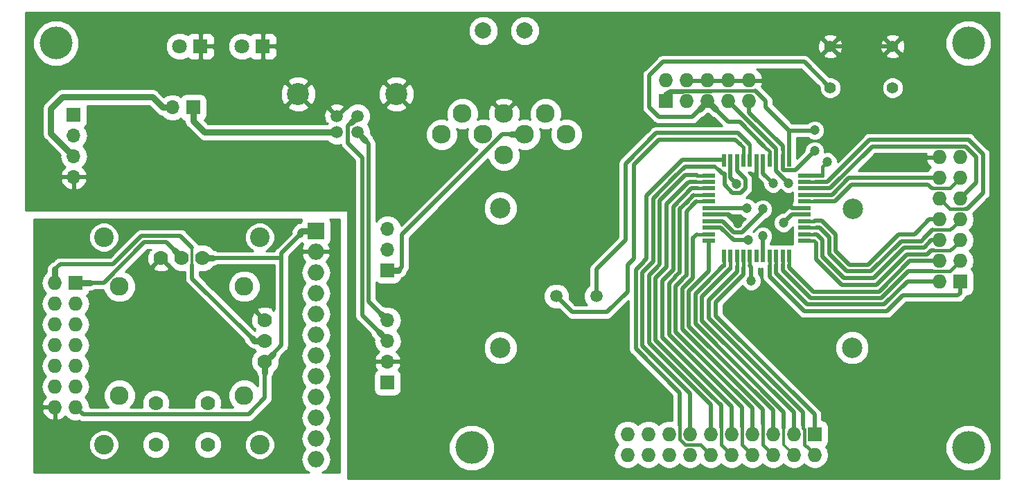
<source format=gbr>
G04 #@! TF.GenerationSoftware,KiCad,Pcbnew,5.0.0-fee4fd1~66~ubuntu18.04.1*
G04 #@! TF.CreationDate,2018-10-10T21:16:53+02:00*
G04 #@! TF.ProjectId,midi-v2-circuit,6D6964692D76322D636972637569742E,rev?*
G04 #@! TF.SameCoordinates,Original*
G04 #@! TF.FileFunction,Copper,L1,Top,Signal*
G04 #@! TF.FilePolarity,Positive*
%FSLAX46Y46*%
G04 Gerber Fmt 4.6, Leading zero omitted, Abs format (unit mm)*
G04 Created by KiCad (PCBNEW 5.0.0-fee4fd1~66~ubuntu18.04.1) date Wed Oct 10 21:16:53 2018*
%MOMM*%
%LPD*%
G01*
G04 APERTURE LIST*
G04 #@! TA.AperFunction,ComponentPad*
%ADD10C,2.500000*%
G04 #@! TD*
G04 #@! TA.AperFunction,ComponentPad*
%ADD11C,1.778000*%
G04 #@! TD*
G04 #@! TA.AperFunction,ComponentPad*
%ADD12C,2.286000*%
G04 #@! TD*
G04 #@! TA.AperFunction,ComponentPad*
%ADD13C,4.000000*%
G04 #@! TD*
G04 #@! TA.AperFunction,ComponentPad*
%ADD14C,2.400000*%
G04 #@! TD*
G04 #@! TA.AperFunction,ComponentPad*
%ADD15C,1.397000*%
G04 #@! TD*
G04 #@! TA.AperFunction,ComponentPad*
%ADD16R,1.727200X1.727200*%
G04 #@! TD*
G04 #@! TA.AperFunction,ComponentPad*
%ADD17O,1.727200X1.727200*%
G04 #@! TD*
G04 #@! TA.AperFunction,ComponentPad*
%ADD18O,1.998980X1.998980*%
G04 #@! TD*
G04 #@! TA.AperFunction,ComponentPad*
%ADD19R,1.998980X1.998980*%
G04 #@! TD*
G04 #@! TA.AperFunction,ComponentPad*
%ADD20R,1.700000X1.700000*%
G04 #@! TD*
G04 #@! TA.AperFunction,ComponentPad*
%ADD21O,1.700000X1.700000*%
G04 #@! TD*
G04 #@! TA.AperFunction,ComponentPad*
%ADD22C,1.500000*%
G04 #@! TD*
G04 #@! TA.AperFunction,ComponentPad*
%ADD23R,1.800000X1.800000*%
G04 #@! TD*
G04 #@! TA.AperFunction,ComponentPad*
%ADD24C,1.800000*%
G04 #@! TD*
G04 #@! TA.AperFunction,ComponentPad*
%ADD25C,1.520000*%
G04 #@! TD*
G04 #@! TA.AperFunction,ComponentPad*
%ADD26C,2.700000*%
G04 #@! TD*
G04 #@! TA.AperFunction,ComponentPad*
%ADD27C,2.300000*%
G04 #@! TD*
G04 #@! TA.AperFunction,ComponentPad*
%ADD28C,2.000000*%
G04 #@! TD*
G04 #@! TA.AperFunction,SMDPad,CuDef*
%ADD29R,0.560000X1.600000*%
G04 #@! TD*
G04 #@! TA.AperFunction,SMDPad,CuDef*
%ADD30R,1.600000X0.560000*%
G04 #@! TD*
G04 #@! TA.AperFunction,ViaPad*
%ADD31C,1.200000*%
G04 #@! TD*
G04 #@! TA.AperFunction,Conductor*
%ADD32C,0.500000*%
G04 #@! TD*
G04 #@! TA.AperFunction,Conductor*
%ADD33C,0.400000*%
G04 #@! TD*
G04 #@! TA.AperFunction,Conductor*
%ADD34C,0.800000*%
G04 #@! TD*
G04 #@! TA.AperFunction,Conductor*
%ADD35C,0.300000*%
G04 #@! TD*
G04 #@! TA.AperFunction,Conductor*
%ADD36C,0.200000*%
G04 #@! TD*
G04 #@! TA.AperFunction,Conductor*
%ADD37C,0.254000*%
G04 #@! TD*
G04 APERTURE END LIST*
D10*
G04 #@! TO.P,REF\002A\002A,1*
G04 #@! TO.N,N/C*
X179006500Y-78295500D03*
G04 #@! TD*
G04 #@! TO.P,REF\002A\002A,1*
G04 #@! TO.N,N/C*
X178943000Y-95313500D03*
G04 #@! TD*
D11*
G04 #@! TO.P,RV1,B1A*
G04 #@! TO.N,Net-(RV1-PadB1A)*
X100203000Y-107188000D03*
G04 #@! TO.P,RV1,B1B*
G04 #@! TO.N,Net-(RV1-PadB1B)*
X93853000Y-107188000D03*
G04 #@! TO.P,RV1,B2A*
G04 #@! TO.N,Net-(RV1-PadB2A)*
X100203000Y-102108000D03*
G04 #@! TO.P,RV1,B2B*
G04 #@! TO.N,Net-(RV1-PadB2B)*
X93853000Y-102108000D03*
G04 #@! TO.P,RV1,H1*
G04 #@! TO.N,+5V*
X99568000Y-84328000D03*
G04 #@! TO.P,RV1,H2*
G04 #@! TO.N,joystick-pot-2*
X97028000Y-84328000D03*
G04 #@! TO.P,RV1,H3*
G04 #@! TO.N,GND*
X94488000Y-84328000D03*
D12*
G04 #@! TO.P,RV1,MOUN*
G04 #@! TO.N,N/C*
X104648000Y-101155500D03*
X104648000Y-87820500D03*
X89408000Y-87820500D03*
X89408000Y-101155500D03*
D11*
G04 #@! TO.P,RV1,V1*
G04 #@! TO.N,+5V*
X107188000Y-97028000D03*
G04 #@! TO.P,RV1,V2*
G04 #@! TO.N,joystick-pot-1*
X107188000Y-94488000D03*
G04 #@! TO.P,RV1,V3*
G04 #@! TO.N,GND*
X107188000Y-91948000D03*
G04 #@! TD*
D13*
G04 #@! TO.P,REF\002A\002A,1*
G04 #@! TO.N,N/C*
X193167000Y-107569000D03*
G04 #@! TD*
D14*
G04 #@! TO.P,REF\002A\002A,1*
G04 #@! TO.N,N/C*
X87503000Y-81788000D03*
G04 #@! TD*
G04 #@! TO.P,REF\002A\002A,1*
G04 #@! TO.N,N/C*
X106553000Y-81788000D03*
G04 #@! TD*
G04 #@! TO.P,REF\002A\002A,1*
G04 #@! TO.N,N/C*
X87503000Y-107188000D03*
G04 #@! TD*
D15*
G04 #@! TO.P,SW2,1*
G04 #@! TO.N,GND*
X183896000Y-58420000D03*
G04 #@! TO.P,SW2,2*
G04 #@! TO.N,RST*
X183896000Y-63500000D03*
G04 #@! TO.P,SW2,1*
G04 #@! TO.N,GND*
X176276000Y-58420000D03*
G04 #@! TO.P,SW2,2*
G04 #@! TO.N,RST*
X176276000Y-63500000D03*
G04 #@! TD*
D13*
G04 #@! TO.P,REF\002A\002A,1*
G04 #@! TO.N,N/C*
X132461000Y-107569000D03*
G04 #@! TD*
G04 #@! TO.P,REF\002A\002A,1*
G04 #@! TO.N,N/C*
X81661000Y-58039000D03*
G04 #@! TD*
G04 #@! TO.P,REF\002A\002A,1*
G04 #@! TO.N,N/C*
X193167000Y-58039000D03*
G04 #@! TD*
D16*
G04 #@! TO.P,CON1,1*
G04 #@! TO.N,joystick-pot-2*
X84074000Y-87376000D03*
D17*
G04 #@! TO.P,CON1,2*
G04 #@! TO.N,joystick-pot-1*
X81534000Y-87376000D03*
G04 #@! TO.P,CON1,3*
G04 #@! TO.N,knob-pot-4*
X84074000Y-89916000D03*
G04 #@! TO.P,CON1,4*
G04 #@! TO.N,knob-pot-3*
X81534000Y-89916000D03*
G04 #@! TO.P,CON1,5*
G04 #@! TO.N,knob-pot-2*
X84074000Y-92456000D03*
G04 #@! TO.P,CON1,6*
G04 #@! TO.N,knob-pot-1*
X81534000Y-92456000D03*
G04 #@! TO.P,CON1,7*
G04 #@! TO.N,slide-pot-2*
X84074000Y-94996000D03*
G04 #@! TO.P,CON1,8*
G04 #@! TO.N,slide-pot-1*
X81534000Y-94996000D03*
G04 #@! TO.P,CON1,9*
G04 #@! TO.N,button-3*
X84074000Y-97536000D03*
G04 #@! TO.P,CON1,10*
G04 #@! TO.N,button-4*
X81534000Y-97536000D03*
G04 #@! TO.P,CON1,11*
G04 #@! TO.N,button-1*
X84074000Y-100076000D03*
G04 #@! TO.P,CON1,12*
G04 #@! TO.N,button-2*
X81534000Y-100076000D03*
G04 #@! TO.P,CON1,13*
G04 #@! TO.N,+5V*
X84074000Y-102616000D03*
G04 #@! TO.P,CON1,14*
G04 #@! TO.N,GND*
X81534000Y-102616000D03*
G04 #@! TD*
D18*
G04 #@! TO.P,J1,4*
G04 #@! TO.N,Net-(J1-Pad4)*
X113411000Y-88646000D03*
D19*
G04 #@! TO.P,J1,1*
G04 #@! TO.N,+5V*
X113411000Y-81026000D03*
D18*
G04 #@! TO.P,J1,2*
G04 #@! TO.N,GND*
X113411000Y-83566000D03*
G04 #@! TO.P,J1,3*
G04 #@! TO.N,Net-(J1-Pad3)*
X113411000Y-86106000D03*
G04 #@! TO.P,J1,5*
G04 #@! TO.N,Net-(J1-Pad5)*
X113411000Y-91186000D03*
G04 #@! TO.P,J1,6*
G04 #@! TO.N,Net-(J1-Pad6)*
X113411000Y-93726000D03*
G04 #@! TO.P,J1,7*
G04 #@! TO.N,Net-(J1-Pad7)*
X113411000Y-96266000D03*
G04 #@! TO.P,J1,8*
G04 #@! TO.N,Net-(J1-Pad8)*
X113411000Y-98806000D03*
G04 #@! TO.P,J1,9*
G04 #@! TO.N,button-3*
X113411000Y-101346000D03*
G04 #@! TO.P,J1,10*
G04 #@! TO.N,button-4*
X113411000Y-103886000D03*
G04 #@! TO.P,J1,11*
G04 #@! TO.N,button-1*
X113411000Y-106426000D03*
G04 #@! TO.P,J1,12*
G04 #@! TO.N,button-2*
X113411000Y-108966000D03*
G04 #@! TD*
D20*
G04 #@! TO.P,J7,1*
G04 #@! TO.N,+5V*
X122174000Y-99568000D03*
D21*
G04 #@! TO.P,J7,2*
G04 #@! TO.N,GND*
X122174000Y-97028000D03*
G04 #@! TO.P,J7,3*
G04 #@! TO.N,Net-(J6-Pad3)*
X122174000Y-94488000D03*
G04 #@! TO.P,J7,4*
G04 #@! TO.N,Net-(J6-Pad2)*
X122174000Y-91948000D03*
G04 #@! TD*
D22*
G04 #@! TO.P,Y1,1*
G04 #@! TO.N,Net-(C1-Pad1)*
X147701000Y-89001600D03*
G04 #@! TO.P,Y1,2*
G04 #@! TO.N,Net-(C2-Pad1)*
X142801000Y-89001600D03*
G04 #@! TD*
D20*
G04 #@! TO.P,J8,1*
G04 #@! TO.N,midi-raw-signal-power*
X122174000Y-85852000D03*
D21*
G04 #@! TO.P,J8,2*
G04 #@! TO.N,GND*
X122174000Y-83312000D03*
G04 #@! TO.P,J8,3*
G04 #@! TO.N,midi-raw-signal-data*
X122174000Y-80772000D03*
G04 #@! TD*
D20*
G04 #@! TO.P,J9,1*
G04 #@! TO.N,VCC*
X98425000Y-65913000D03*
D21*
G04 #@! TO.P,J9,2*
G04 #@! TO.N,+5V*
X95885000Y-65913000D03*
G04 #@! TD*
D23*
G04 #@! TO.P,D1,1*
G04 #@! TO.N,GND*
X106934000Y-58420000D03*
D24*
G04 #@! TO.P,D1,2*
G04 #@! TO.N,Net-(D1-Pad2)*
X104394000Y-58420000D03*
G04 #@! TD*
D23*
G04 #@! TO.P,D2,1*
G04 #@! TO.N,GND*
X99314000Y-58420000D03*
D24*
G04 #@! TO.P,D2,2*
G04 #@! TO.N,Net-(D2-Pad2)*
X96774000Y-58420000D03*
G04 #@! TD*
D25*
G04 #@! TO.P,J6,2*
G04 #@! TO.N,Net-(J6-Pad2)*
X118522000Y-68962000D03*
G04 #@! TO.P,J6,1*
G04 #@! TO.N,VCC*
X115982000Y-68962000D03*
G04 #@! TO.P,J6,4*
G04 #@! TO.N,GND*
X115982000Y-66962000D03*
G04 #@! TO.P,J6,3*
G04 #@! TO.N,Net-(J6-Pad3)*
X118522000Y-66962000D03*
D26*
G04 #@! TO.P,J6,5*
G04 #@! TO.N,GND*
X123252000Y-64262000D03*
X111252000Y-64262000D03*
G04 #@! TD*
D27*
G04 #@! TO.P,J3,8*
G04 #@! TO.N,Net-(J3-Pad8)*
X136398000Y-71755000D03*
G04 #@! TO.P,J3,3*
G04 #@! TO.N,Net-(J3-Pad3)*
X141478000Y-66675000D03*
G04 #@! TO.P,J3,2*
G04 #@! TO.N,GND*
X136398000Y-66675000D03*
G04 #@! TO.P,J3,5*
G04 #@! TO.N,midi-raw-signal-power*
X138938000Y-69215000D03*
D28*
G04 #@! TO.P,J3,*
G04 #@! TO.N,*
X133858000Y-56515000D03*
D27*
G04 #@! TO.P,J3,7*
G04 #@! TO.N,Net-(J3-Pad7)*
X144018000Y-69215000D03*
G04 #@! TO.P,J3,1*
G04 #@! TO.N,Net-(J3-Pad1)*
X131318000Y-66675000D03*
G04 #@! TO.P,J3,4*
G04 #@! TO.N,midi-raw-signal-data*
X133858000Y-69215000D03*
G04 #@! TO.P,J3,6*
G04 #@! TO.N,Net-(J3-Pad6)*
X128778000Y-69215000D03*
D28*
G04 #@! TO.P,J3,*
G04 #@! TO.N,*
X138938000Y-56515000D03*
G04 #@! TD*
D16*
G04 #@! TO.P,CON2,1*
G04 #@! TO.N,MOSI*
X156210000Y-65151000D03*
D17*
G04 #@! TO.P,CON2,2*
G04 #@! TO.N,+5V*
X156210000Y-62611000D03*
G04 #@! TO.P,CON2,3*
G04 #@! TO.N,Net-(CON2-Pad3)*
X158750000Y-65151000D03*
G04 #@! TO.P,CON2,4*
G04 #@! TO.N,GND*
X158750000Y-62611000D03*
G04 #@! TO.P,CON2,5*
G04 #@! TO.N,RST*
X161290000Y-65151000D03*
G04 #@! TO.P,CON2,6*
G04 #@! TO.N,GND*
X161290000Y-62611000D03*
G04 #@! TO.P,CON2,7*
G04 #@! TO.N,SCK*
X163830000Y-65151000D03*
G04 #@! TO.P,CON2,8*
G04 #@! TO.N,GND*
X163830000Y-62611000D03*
G04 #@! TO.P,CON2,9*
G04 #@! TO.N,MISO*
X166370000Y-65151000D03*
G04 #@! TO.P,CON2,10*
G04 #@! TO.N,GND*
X166370000Y-62611000D03*
G04 #@! TD*
D20*
G04 #@! TO.P,J2,1*
G04 #@! TO.N,SDA*
X83820000Y-66802000D03*
D21*
G04 #@! TO.P,J2,2*
G04 #@! TO.N,SCL*
X83820000Y-69342000D03*
G04 #@! TO.P,J2,3*
G04 #@! TO.N,+5V*
X83820000Y-71882000D03*
G04 #@! TO.P,J2,4*
G04 #@! TO.N,GND*
X83820000Y-74422000D03*
G04 #@! TD*
D16*
G04 #@! TO.P,CON3,1*
G04 #@! TO.N,joystick-pot-2*
X192151000Y-87249000D03*
D17*
G04 #@! TO.P,CON3,2*
G04 #@! TO.N,joystick-pot-1*
X189611000Y-87249000D03*
G04 #@! TO.P,CON3,3*
G04 #@! TO.N,knob-pot-4*
X192151000Y-84709000D03*
G04 #@! TO.P,CON3,4*
G04 #@! TO.N,knob-pot-3*
X189611000Y-84709000D03*
G04 #@! TO.P,CON3,5*
G04 #@! TO.N,knob-pot-2*
X192151000Y-82169000D03*
G04 #@! TO.P,CON3,6*
G04 #@! TO.N,knob-pot-1*
X189611000Y-82169000D03*
G04 #@! TO.P,CON3,7*
G04 #@! TO.N,slide-pot-2*
X192151000Y-79629000D03*
G04 #@! TO.P,CON3,8*
G04 #@! TO.N,slide-pot-1*
X189611000Y-79629000D03*
G04 #@! TO.P,CON3,9*
G04 #@! TO.N,button-3*
X192151000Y-77089000D03*
G04 #@! TO.P,CON3,10*
G04 #@! TO.N,button-4*
X189611000Y-77089000D03*
G04 #@! TO.P,CON3,11*
G04 #@! TO.N,button-1*
X192151000Y-74549000D03*
G04 #@! TO.P,CON3,12*
G04 #@! TO.N,button-2*
X189611000Y-74549000D03*
G04 #@! TO.P,CON3,13*
G04 #@! TO.N,+5V*
X192151000Y-72009000D03*
G04 #@! TO.P,CON3,14*
G04 #@! TO.N,GND*
X189611000Y-72009000D03*
G04 #@! TD*
D29*
G04 #@! TO.P,U1,1*
G04 #@! TO.N,MOSI*
X171267000Y-72369000D03*
G04 #@! TO.P,U1,2*
G04 #@! TO.N,MISO*
X170467000Y-72369000D03*
G04 #@! TO.P,U1,3*
G04 #@! TO.N,SCK*
X169667000Y-72369000D03*
G04 #@! TO.P,U1,4*
G04 #@! TO.N,RST*
X168867000Y-72369000D03*
G04 #@! TO.P,U1,5*
G04 #@! TO.N,+5V*
X168067000Y-72369000D03*
G04 #@! TO.P,U1,6*
G04 #@! TO.N,GND*
X167267000Y-72369000D03*
G04 #@! TO.P,U1,7*
G04 #@! TO.N,Net-(C1-Pad1)*
X166467000Y-72369000D03*
G04 #@! TO.P,U1,8*
G04 #@! TO.N,Net-(C2-Pad1)*
X165667000Y-72369000D03*
G04 #@! TO.P,U1,9*
G04 #@! TO.N,note-1*
X164867000Y-72369000D03*
G04 #@! TO.P,U1,10*
G04 #@! TO.N,midi-data-pin*
X164067000Y-72369000D03*
G04 #@! TO.P,U1,11*
G04 #@! TO.N,note-2*
X163267000Y-72369000D03*
D30*
G04 #@! TO.P,U1,12*
G04 #@! TO.N,note-3*
X161417000Y-74219000D03*
G04 #@! TO.P,U1,13*
G04 #@! TO.N,note-4*
X161417000Y-75019000D03*
G04 #@! TO.P,U1,14*
G04 #@! TO.N,note-5*
X161417000Y-75819000D03*
G04 #@! TO.P,U1,15*
G04 #@! TO.N,note-6*
X161417000Y-76619000D03*
G04 #@! TO.P,U1,16*
G04 #@! TO.N,note-7*
X161417000Y-77419000D03*
G04 #@! TO.P,U1,17*
G04 #@! TO.N,+5V*
X161417000Y-78219000D03*
G04 #@! TO.P,U1,18*
G04 #@! TO.N,GND*
X161417000Y-79019000D03*
G04 #@! TO.P,U1,19*
G04 #@! TO.N,SCL*
X161417000Y-79819000D03*
G04 #@! TO.P,U1,20*
G04 #@! TO.N,SDA*
X161417000Y-80619000D03*
G04 #@! TO.P,U1,21*
G04 #@! TO.N,note-8*
X161417000Y-81419000D03*
G04 #@! TO.P,U1,22*
G04 #@! TO.N,note-9*
X161417000Y-82219000D03*
D29*
G04 #@! TO.P,U1,23*
G04 #@! TO.N,note-10*
X163267000Y-84069000D03*
G04 #@! TO.P,U1,24*
G04 #@! TO.N,note-11*
X164067000Y-84069000D03*
G04 #@! TO.P,U1,25*
G04 #@! TO.N,note-12*
X164867000Y-84069000D03*
G04 #@! TO.P,U1,26*
G04 #@! TO.N,note-13*
X165667000Y-84069000D03*
G04 #@! TO.P,U1,27*
G04 #@! TO.N,Net-(C7-Pad1)*
X166467000Y-84069000D03*
G04 #@! TO.P,U1,28*
G04 #@! TO.N,GND*
X167267000Y-84069000D03*
G04 #@! TO.P,U1,29*
G04 #@! TO.N,Net-(C3-Pad1)*
X168067000Y-84069000D03*
G04 #@! TO.P,U1,30*
G04 #@! TO.N,joystick-pot-2*
X168867000Y-84069000D03*
G04 #@! TO.P,U1,31*
G04 #@! TO.N,joystick-pot-1*
X169667000Y-84069000D03*
G04 #@! TO.P,U1,32*
G04 #@! TO.N,knob-pot-4*
X170467000Y-84069000D03*
G04 #@! TO.P,U1,33*
G04 #@! TO.N,knob-pot-3*
X171267000Y-84069000D03*
D30*
G04 #@! TO.P,U1,34*
G04 #@! TO.N,knob-pot-2*
X173117000Y-82219000D03*
G04 #@! TO.P,U1,35*
G04 #@! TO.N,knob-pot-1*
X173117000Y-81419000D03*
G04 #@! TO.P,U1,36*
G04 #@! TO.N,slide-pot-2*
X173117000Y-80619000D03*
G04 #@! TO.P,U1,37*
G04 #@! TO.N,slide-pot-1*
X173117000Y-79819000D03*
G04 #@! TO.P,U1,38*
G04 #@! TO.N,+5V*
X173117000Y-79019000D03*
G04 #@! TO.P,U1,39*
G04 #@! TO.N,GND*
X173117000Y-78219000D03*
G04 #@! TO.P,U1,40*
G04 #@! TO.N,button-1*
X173117000Y-77419000D03*
G04 #@! TO.P,U1,41*
G04 #@! TO.N,button-2*
X173117000Y-76619000D03*
G04 #@! TO.P,U1,42*
G04 #@! TO.N,button-3*
X173117000Y-75819000D03*
G04 #@! TO.P,U1,43*
G04 #@! TO.N,button-4*
X173117000Y-75019000D03*
G04 #@! TO.P,U1,44*
G04 #@! TO.N,octave-1*
X173117000Y-74219000D03*
G04 #@! TD*
D16*
G04 #@! TO.P,J4,1*
G04 #@! TO.N,note-13*
X174371000Y-105886000D03*
D17*
G04 #@! TO.P,J4,2*
G04 #@! TO.N,note-12*
X174371000Y-108426000D03*
G04 #@! TO.P,J4,3*
G04 #@! TO.N,note-11*
X171831000Y-105886000D03*
G04 #@! TO.P,J4,4*
G04 #@! TO.N,note-10*
X171831000Y-108426000D03*
G04 #@! TO.P,J4,5*
G04 #@! TO.N,note-9*
X169291000Y-105886000D03*
G04 #@! TO.P,J4,6*
G04 #@! TO.N,note-8*
X169291000Y-108426000D03*
G04 #@! TO.P,J4,7*
G04 #@! TO.N,note-7*
X166751000Y-105886000D03*
G04 #@! TO.P,J4,8*
G04 #@! TO.N,note-6*
X166751000Y-108426000D03*
G04 #@! TO.P,J4,9*
G04 #@! TO.N,note-5*
X164211000Y-105886000D03*
G04 #@! TO.P,J4,10*
G04 #@! TO.N,note-4*
X164211000Y-108426000D03*
G04 #@! TO.P,J4,11*
G04 #@! TO.N,note-3*
X161671000Y-105886000D03*
G04 #@! TO.P,J4,12*
G04 #@! TO.N,note-2*
X161671000Y-108426000D03*
G04 #@! TO.P,J4,13*
G04 #@! TO.N,note-1*
X159131000Y-105886000D03*
G04 #@! TO.P,J4,14*
G04 #@! TO.N,SCK*
X159131000Y-108426000D03*
G04 #@! TO.P,J4,15*
G04 #@! TO.N,MISO*
X156591000Y-105886000D03*
G04 #@! TO.P,J4,16*
G04 #@! TO.N,MOSI*
X156591000Y-108426000D03*
G04 #@! TO.P,J4,17*
G04 #@! TO.N,octave-1*
X154051000Y-105886000D03*
G04 #@! TO.P,J4,18*
G04 #@! TO.N,N/C*
X154051000Y-108426000D03*
G04 #@! TO.P,J4,19*
X151511000Y-105886000D03*
G04 #@! TO.P,J4,20*
X151511000Y-108426000D03*
G04 #@! TD*
D10*
G04 #@! TO.P,REF\002A\002A,1*
G04 #@! TO.N,N/C*
X135953500Y-78232000D03*
G04 #@! TD*
G04 #@! TO.P,REF\002A\002A,1*
G04 #@! TO.N,N/C*
X135953500Y-95313500D03*
G04 #@! TD*
D14*
G04 #@! TO.P,REF\002A\002A,1*
G04 #@! TO.N,N/C*
X106553000Y-107188000D03*
G04 #@! TD*
D31*
G04 #@! TO.N,GND*
X164973000Y-80137000D03*
X170561000Y-77216000D03*
X167259000Y-75057000D03*
G04 #@! TO.N,Net-(C3-Pad1)*
X168021000Y-81661000D03*
G04 #@! TO.N,+5V*
X166116000Y-78232000D03*
X170561000Y-80010000D03*
X169291000Y-75184000D03*
G04 #@! TO.N,Net-(C7-Pad1)*
X166624000Y-87122000D03*
G04 #@! TO.N,MOSI*
X174371000Y-68707000D03*
G04 #@! TO.N,SCK*
X171196000Y-75184000D03*
G04 #@! TO.N,MISO*
X174371000Y-71247000D03*
G04 #@! TO.N,SDA*
X166243000Y-82169000D03*
G04 #@! TO.N,SCL*
X168021000Y-78359000D03*
G04 #@! TO.N,octave-1*
X175920400Y-72567800D03*
G04 #@! TO.N,midi-data-pin*
X164846000Y-75311000D03*
G04 #@! TD*
D32*
G04 #@! TO.N,Net-(C1-Pad1)*
X151244999Y-72783001D02*
X154990800Y-69037200D01*
X154990800Y-69037200D02*
X165023800Y-69037200D01*
X165023800Y-69037200D02*
X166446200Y-70459600D01*
D33*
X166467000Y-70480400D02*
X166467000Y-72369000D01*
X166446200Y-70459600D02*
X166467000Y-70480400D01*
D32*
X151244999Y-72783001D02*
X151244999Y-82155601D01*
X147701000Y-85699600D02*
X147701000Y-89001600D01*
X151244999Y-82155601D02*
X147701000Y-85699600D01*
G04 #@! TO.N,GND*
X182908172Y-58420000D02*
X176276000Y-58420000D01*
X183896000Y-58420000D02*
X182908172Y-58420000D01*
X161417000Y-79019000D02*
X163855000Y-79019000D01*
X163855000Y-79019000D02*
X164973000Y-80137000D01*
X173117000Y-78219000D02*
X171564000Y-78219000D01*
X171564000Y-78219000D02*
X170561000Y-77216000D01*
X167267000Y-72369000D02*
X167267000Y-75049000D01*
X167267000Y-75049000D02*
X167259000Y-75057000D01*
D33*
G04 #@! TO.N,Net-(C2-Pad1)*
X165667000Y-70823400D02*
X165667000Y-72369000D01*
X165328600Y-70485000D02*
X165667000Y-70823400D01*
D32*
X144756800Y-90957400D02*
X142801000Y-89001600D01*
X164680810Y-69837210D02*
X155322174Y-69837210D01*
X155322174Y-69837210D02*
X152247600Y-72911784D01*
X152247600Y-72911784D02*
X152247600Y-84378800D01*
X165328600Y-70485000D02*
X164680810Y-69837210D01*
X148971000Y-90957400D02*
X144756800Y-90957400D01*
X152247600Y-84378800D02*
X151485600Y-85140800D01*
X151485600Y-88442800D02*
X148971000Y-90957400D01*
X151485600Y-85140800D02*
X151485600Y-88442800D01*
G04 #@! TO.N,Net-(C3-Pad1)*
X168067000Y-84069000D02*
X168067000Y-81707000D01*
X168067000Y-81707000D02*
X168021000Y-81661000D01*
G04 #@! TO.N,+5V*
X105181401Y-103479599D02*
X107188000Y-101473000D01*
X84074000Y-102616000D02*
X84937599Y-103479599D01*
X84937599Y-103479599D02*
X105181401Y-103479599D01*
X109220000Y-83717510D02*
X109220000Y-84328000D01*
X109220000Y-84328000D02*
X109220000Y-94996000D01*
X100825235Y-84328000D02*
X109220000Y-84328000D01*
X163843000Y-78219000D02*
X166103000Y-78219000D01*
X166103000Y-78219000D02*
X166116000Y-78232000D01*
X161417000Y-78219000D02*
X163843000Y-78219000D01*
X173117000Y-79019000D02*
X171552000Y-79019000D01*
X171552000Y-79019000D02*
X170561000Y-80010000D01*
X168067000Y-72369000D02*
X168067000Y-73960000D01*
X168067000Y-73960000D02*
X169291000Y-75184000D01*
D34*
X111467010Y-81170500D02*
X111467010Y-81470500D01*
X111611510Y-81026000D02*
X111467010Y-81170500D01*
X113411000Y-81026000D02*
X111611510Y-81026000D01*
D32*
X111467010Y-81470500D02*
X109220000Y-83717510D01*
D34*
X99568000Y-84328000D02*
X100825235Y-84328000D01*
X107188000Y-97028000D02*
X107188000Y-98361500D01*
D32*
X107188000Y-101473000D02*
X107188000Y-98361500D01*
D34*
X107188000Y-97028000D02*
X108140500Y-96075500D01*
D32*
X109220000Y-94996000D02*
X108140500Y-96075500D01*
D34*
X93412919Y-64643000D02*
X94682919Y-65913000D01*
X81026000Y-69088000D02*
X81026000Y-66040000D01*
X81026000Y-66040000D02*
X82423000Y-64643000D01*
X83820000Y-71882000D02*
X81026000Y-69088000D01*
X82423000Y-64643000D02*
X93412919Y-64643000D01*
X95885000Y-65913000D02*
X94682919Y-65913000D01*
D32*
G04 #@! TO.N,Net-(C7-Pad1)*
X166624000Y-87122000D02*
X166467000Y-86965000D01*
D33*
X166467000Y-85269000D02*
X166497000Y-85299000D01*
X166467000Y-84069000D02*
X166467000Y-85269000D01*
D32*
X166624000Y-85426000D02*
X166624000Y-87122000D01*
X166467000Y-85269000D02*
X166624000Y-85426000D01*
D33*
G04 #@! TO.N,knob-pot-4*
X190881000Y-85979000D02*
X192151000Y-84709000D01*
X188785500Y-85979000D02*
X190881000Y-85979000D01*
X170467000Y-84069000D02*
X170467000Y-85097600D01*
D32*
X188785500Y-85979000D02*
X185814784Y-85979000D01*
X182550974Y-89242810D02*
X173850210Y-89242810D01*
X185814784Y-85979000D02*
X182550974Y-89242810D01*
X170467000Y-85859600D02*
X170467000Y-85097600D01*
X173850210Y-89242810D02*
X170467000Y-85859600D01*
D33*
G04 #@! TO.N,slide-pot-1*
X174317000Y-79819000D02*
X174330200Y-79832200D01*
X173117000Y-79819000D02*
X174317000Y-79819000D01*
D32*
X176946430Y-81454278D02*
X175231153Y-79739001D01*
X176946430Y-83509278D02*
X176946430Y-81454278D01*
X183628216Y-82448400D02*
X183616600Y-82448400D01*
X174396999Y-79739001D02*
X174317000Y-79819000D01*
X178603352Y-85166200D02*
X176946430Y-83509278D01*
X189611000Y-79629000D02*
X188389686Y-79629000D01*
X186563000Y-81457800D02*
X184618816Y-81457800D01*
X180898800Y-85166200D02*
X178603352Y-85166200D01*
X188389686Y-79629000D02*
X186941886Y-81076800D01*
X186941886Y-81078914D02*
X186563000Y-81457800D01*
X186941886Y-81076800D02*
X186941886Y-81078914D01*
X175231153Y-79739001D02*
X174396999Y-79739001D01*
X183616600Y-82448400D02*
X180898800Y-85166200D01*
X184618816Y-81457800D02*
X183628216Y-82448400D01*
D33*
G04 #@! TO.N,knob-pot-3*
X171267000Y-84069000D02*
X171267000Y-85135600D01*
D32*
X171267000Y-85135600D02*
X171267000Y-85516600D01*
X171267000Y-85516600D02*
X174193200Y-88442800D01*
X174193200Y-88442800D02*
X182219600Y-88442800D01*
X185953400Y-84709000D02*
X189611000Y-84709000D01*
X182219600Y-88442800D02*
X185953400Y-84709000D01*
D33*
G04 #@! TO.N,slide-pot-2*
X191287401Y-80492599D02*
X192151000Y-79629000D01*
X190887399Y-80892601D02*
X191287401Y-80492599D01*
X188791899Y-80892601D02*
X190887399Y-80892601D01*
X188722000Y-80962500D02*
X188791899Y-80892601D01*
D32*
X187794900Y-81889600D02*
X188791899Y-80892601D01*
X187794900Y-81889600D02*
X187782200Y-81889600D01*
X187388410Y-82283390D02*
X185966190Y-82283390D01*
X187782200Y-81889600D02*
X187388410Y-82283390D01*
X185966190Y-82283390D02*
X185953400Y-82270600D01*
X185953400Y-82270600D02*
X184937400Y-82270600D01*
X184937400Y-82270600D02*
X181229000Y-85979000D01*
X181229000Y-85979000D02*
X178284768Y-85979000D01*
X176146420Y-81785652D02*
X176146418Y-81785650D01*
X178284768Y-85979000D02*
X176146420Y-83840652D01*
X176146420Y-83840652D02*
X176146420Y-81785652D01*
X176146418Y-81785650D02*
X174954968Y-80594200D01*
X174954968Y-80594200D02*
X174574200Y-80594200D01*
D33*
X174341800Y-80594200D02*
X174574200Y-80594200D01*
X174317000Y-80619000D02*
X174341800Y-80594200D01*
X173117000Y-80619000D02*
X174317000Y-80619000D01*
G04 #@! TO.N,knob-pot-2*
X191287401Y-83032599D02*
X192151000Y-82169000D01*
X190887399Y-83432601D02*
X191287401Y-83032599D01*
X188918899Y-83432601D02*
X190887399Y-83432601D01*
X174317000Y-82219000D02*
X174546400Y-82448400D01*
X173117000Y-82219000D02*
X174317000Y-82219000D01*
D32*
X174546400Y-82448400D02*
X174546400Y-84503400D01*
X174546400Y-84503400D02*
X177647600Y-87604600D01*
X177647600Y-87604600D02*
X181914800Y-87604600D01*
X181914800Y-87604600D02*
X185623200Y-83896200D01*
X185623200Y-83896200D02*
X188137800Y-83896200D01*
X188601399Y-83432601D02*
X188918899Y-83432601D01*
X188137800Y-83896200D02*
X188601399Y-83432601D01*
D35*
G04 #@! TO.N,joystick-pot-1*
X98298000Y-85217000D02*
X98298000Y-83058000D01*
D32*
X98298000Y-86855235D02*
X98298000Y-85217000D01*
D34*
X81534000Y-87376000D02*
X81534000Y-85725000D01*
X105930765Y-94488000D02*
X105613265Y-94170500D01*
X107188000Y-94488000D02*
X105930765Y-94488000D01*
D32*
X105613265Y-94170500D02*
X98298000Y-86855235D01*
D33*
X169667000Y-84069000D02*
X169667000Y-85135800D01*
D32*
X188666050Y-87193050D02*
X188722000Y-87249000D01*
X169667000Y-86228000D02*
X173481820Y-90042820D01*
X173481820Y-90042820D02*
X182882348Y-90042820D01*
X182882348Y-90042820D02*
X185726968Y-87198200D01*
X169667000Y-85135800D02*
X169667000Y-86228000D01*
X188660900Y-87198200D02*
X188666050Y-87193050D01*
X185726968Y-87198200D02*
X188660900Y-87198200D01*
X188722000Y-87249000D02*
X189611000Y-87249000D01*
X88646000Y-85090000D02*
X82169000Y-85090000D01*
X82169000Y-85090000D02*
X81534000Y-85725000D01*
X92113010Y-81622990D02*
X88646000Y-85090000D01*
X98298000Y-83058000D02*
X96862990Y-81622990D01*
X96862990Y-81622990D02*
X92113010Y-81622990D01*
D33*
G04 #@! TO.N,knob-pot-1*
X174317000Y-81419000D02*
X174330400Y-81432400D01*
X173117000Y-81419000D02*
X174317000Y-81419000D01*
D32*
X188646884Y-82169000D02*
X189611000Y-82169000D01*
X185267600Y-83083400D02*
X187732484Y-83083400D01*
X187732484Y-83083400D02*
X188646884Y-82169000D01*
X174317000Y-81419000D02*
X174648384Y-81419000D01*
X174648384Y-81419000D02*
X175346410Y-82117026D01*
X175346410Y-84172026D02*
X177966184Y-86791800D01*
X175346410Y-82117026D02*
X175346410Y-84172026D01*
X177966184Y-86791800D02*
X181559200Y-86791800D01*
X181559200Y-86791800D02*
X185267600Y-83083400D01*
G04 #@! TO.N,joystick-pot-2*
X92456000Y-82423000D02*
X87503000Y-87376000D01*
X95123000Y-82423000D02*
X92456000Y-82423000D01*
X191863600Y-88900000D02*
X192151000Y-88612600D01*
D34*
X97028000Y-84328000D02*
X96139000Y-83439000D01*
D32*
X96139000Y-83439000D02*
X95123000Y-82423000D01*
D34*
X84074000Y-87376000D02*
X85852000Y-87376000D01*
D32*
X87503000Y-87376000D02*
X85852000Y-87376000D01*
X192151000Y-88612600D02*
X192151000Y-87249000D01*
X185156552Y-88900000D02*
X183213722Y-90842830D01*
X191863600Y-88900000D02*
X185156552Y-88900000D01*
X183213722Y-90842830D02*
X173113430Y-90842830D01*
X173113430Y-90842830D02*
X168859200Y-86588600D01*
X168859200Y-86588600D02*
X168859200Y-85293200D01*
D33*
X168859200Y-84988400D02*
X168867000Y-84980600D01*
X168867000Y-84980600D02*
X168867000Y-84069000D01*
X168859200Y-85293200D02*
X168859200Y-84988400D01*
D32*
G04 #@! TO.N,MOSI*
X168402000Y-65151000D02*
X167132000Y-63881000D01*
X168402000Y-65864114D02*
X168402000Y-65151000D01*
X169085886Y-66548000D02*
X168402000Y-65864114D01*
X171267000Y-72369000D02*
X171267000Y-68729113D01*
X171267000Y-68729113D02*
X169085886Y-66548000D01*
D34*
X156524399Y-64074601D02*
X156591000Y-64074601D01*
X156210000Y-64389000D02*
X156524399Y-64074601D01*
X156210000Y-65151000D02*
X156210000Y-64389000D01*
D35*
X167132000Y-63881000D02*
X156591000Y-64074601D01*
D32*
X174348887Y-68729113D02*
X174371000Y-68707000D01*
X171267000Y-68729113D02*
X174348887Y-68729113D01*
D33*
X156718000Y-63881000D02*
X167132000Y-63881000D01*
X156524399Y-64074601D02*
X156718000Y-63881000D01*
D32*
G04 #@! TO.N,RST*
X159385000Y-67056000D02*
X155321000Y-67056000D01*
X154178000Y-61976000D02*
X155829000Y-60325000D01*
X155321000Y-67056000D02*
X154178000Y-65913000D01*
X155829000Y-60325000D02*
X173101000Y-60325000D01*
X154178000Y-65913000D02*
X154178000Y-61976000D01*
X173101000Y-60325000D02*
X176276000Y-63500000D01*
D34*
X161290000Y-65151000D02*
X160337500Y-66103500D01*
D32*
X160337500Y-66103500D02*
X159385000Y-67056000D01*
D34*
X162153599Y-66014599D02*
X162306000Y-66167000D01*
X161290000Y-65151000D02*
X162153599Y-66014599D01*
D32*
X163830000Y-67691000D02*
X162306000Y-66167000D01*
X165238616Y-67691000D02*
X163830000Y-67691000D01*
X168218216Y-70670600D02*
X165238616Y-67691000D01*
D33*
X168847001Y-71299385D02*
X168218216Y-70670600D01*
X168847001Y-71641201D02*
X168847001Y-71299385D01*
X168867000Y-71661200D02*
X168847001Y-71641201D01*
X168867000Y-72369000D02*
X168867000Y-71661200D01*
D32*
G04 #@! TO.N,SCK*
X169667000Y-72369000D02*
X169667000Y-71242000D01*
X169667000Y-71242000D02*
X169672000Y-71237000D01*
X169667000Y-73655000D02*
X171196000Y-75184000D01*
X169667000Y-72369000D02*
X169667000Y-73655000D01*
X165608000Y-66929000D02*
X163830000Y-65151000D01*
X169667000Y-71242000D02*
X169667000Y-70988000D01*
X169667000Y-70988000D02*
X165608000Y-66929000D01*
G04 #@! TO.N,MISO*
X170467000Y-72369000D02*
X170467000Y-73459002D01*
X171998999Y-73619001D02*
X174371000Y-71247000D01*
X170626999Y-73619001D02*
X171998999Y-73619001D01*
X170467000Y-73459002D02*
X170626999Y-73619001D01*
X166803076Y-65584076D02*
X166370000Y-65151000D01*
D33*
X170467000Y-72369000D02*
X170467000Y-71102200D01*
D32*
X170467000Y-71102200D02*
X170467000Y-70645000D01*
X166370000Y-66548000D02*
X166370000Y-65151000D01*
X170467000Y-70645000D02*
X166370000Y-66548000D01*
G04 #@! TO.N,SDA*
X161417000Y-80619000D02*
X162911036Y-80619000D01*
X164461036Y-82169000D02*
X166243000Y-82169000D01*
X162911036Y-80619000D02*
X164461036Y-82169000D01*
G04 #@! TO.N,SCL*
X168021000Y-78643002D02*
X168021000Y-78359000D01*
X165477001Y-81187001D02*
X168021000Y-78643002D01*
X164468999Y-81187001D02*
X165477001Y-81187001D01*
X163100998Y-79819000D02*
X164468999Y-81187001D01*
X161417000Y-79819000D02*
X163100998Y-79819000D01*
G04 #@! TO.N,note-13*
X174371000Y-103759000D02*
X174371000Y-103886000D01*
X174371000Y-103759000D02*
X174371000Y-105886000D01*
D33*
X165667000Y-84069000D02*
X165667000Y-85530000D01*
D32*
X174371000Y-103505000D02*
X174371000Y-105886000D01*
X162306000Y-91440000D02*
X174371000Y-103505000D01*
X165667000Y-85530000D02*
X165667000Y-86376998D01*
X162306000Y-89737998D02*
X162306000Y-91440000D01*
X165667000Y-86376998D02*
X162306000Y-89737998D01*
D33*
G04 #@! TO.N,note-12*
X172974000Y-104838500D02*
X172974000Y-105158870D01*
X172974000Y-105158870D02*
X173107399Y-105292269D01*
X173107399Y-107162399D02*
X173507401Y-107562401D01*
X173107399Y-105292269D02*
X173107399Y-107162399D01*
X173507401Y-107562401D02*
X174371000Y-108426000D01*
D32*
X172974000Y-103351962D02*
X172974000Y-104838500D01*
X172974000Y-103351962D02*
X172974000Y-103251000D01*
X172974000Y-103251000D02*
X161417000Y-91694000D01*
X161417000Y-91694000D02*
X161417000Y-89495614D01*
X161417000Y-89495614D02*
X164866990Y-86045624D01*
X164866990Y-86045624D02*
X164866990Y-85339012D01*
D33*
X164867000Y-84856980D02*
X164867000Y-84069000D01*
X164866990Y-84856990D02*
X164867000Y-84856980D01*
X164866990Y-85339012D02*
X164866990Y-84856990D01*
D32*
G04 #@! TO.N,note-11*
X171831000Y-105886000D02*
X171831000Y-104664686D01*
X171831000Y-104664686D02*
X171831000Y-103251000D01*
X160616990Y-92036990D02*
X160616990Y-89065010D01*
X171831000Y-103251000D02*
X160616990Y-92036990D01*
X160616990Y-89065010D02*
X164066980Y-85615020D01*
D33*
X164066980Y-85615020D02*
X164066980Y-85199980D01*
X164067000Y-85199960D02*
X164067000Y-84069000D01*
X164066980Y-85199980D02*
X164067000Y-85199960D01*
D35*
G04 #@! TO.N,note-10*
X170617399Y-107212399D02*
X170617399Y-105136199D01*
X171831000Y-108426000D02*
X170617399Y-107212399D01*
D32*
X170617399Y-105136199D02*
X170617399Y-103180399D01*
X170617399Y-103180399D02*
X159816800Y-92379800D01*
X159816800Y-88733816D02*
X161010600Y-87540016D01*
X159816800Y-92379800D02*
X159816800Y-88733816D01*
X161010600Y-87540016D02*
X161010600Y-87528400D01*
X161010600Y-87528400D02*
X163245800Y-85293200D01*
D33*
X163267000Y-85272000D02*
X163267000Y-84069000D01*
X163245800Y-85293200D02*
X163267000Y-85272000D01*
D32*
G04 #@! TO.N,note-9*
X169291000Y-105886000D02*
X169291000Y-102997000D01*
X169291000Y-102997000D02*
X159004000Y-92710000D01*
X159004000Y-88415232D02*
X160274000Y-87145232D01*
X159004000Y-92710000D02*
X159004000Y-88415232D01*
X160274000Y-87145232D02*
X160274000Y-87122000D01*
X161417000Y-85979000D02*
X161417000Y-82249001D01*
X160274000Y-87122000D02*
X161417000Y-85979000D01*
D33*
G04 #@! TO.N,note-8*
X168021000Y-107156000D02*
X169291000Y-108426000D01*
X168021000Y-105283000D02*
X168021000Y-107156000D01*
X168021000Y-105283000D02*
X168021000Y-104673400D01*
D32*
X168021000Y-104673400D02*
X168021000Y-102870000D01*
X168021000Y-102870000D02*
X165176200Y-100025200D01*
X165176200Y-100025200D02*
X158191200Y-93040200D01*
X158191200Y-88096648D02*
X159004000Y-87283848D01*
X158191200Y-93040200D02*
X158191200Y-88096648D01*
X159004000Y-87283848D02*
X159004000Y-87260616D01*
X159004000Y-87260616D02*
X159512000Y-86752616D01*
X159512000Y-86752616D02*
X159512000Y-81889600D01*
X159512000Y-81889600D02*
X159969200Y-81432400D01*
D33*
X159982600Y-81419000D02*
X161417000Y-81419000D01*
X159969200Y-81432400D02*
X159982600Y-81419000D01*
G04 #@! TO.N,note-7*
X159944000Y-77419000D02*
X161417000Y-77419000D01*
X159943800Y-77419200D02*
X159944000Y-77419000D01*
D32*
X159512000Y-77851000D02*
X159943800Y-77419200D01*
X158699200Y-78663800D02*
X159512000Y-77851000D01*
X158699200Y-86410800D02*
X158699200Y-78663800D01*
X158203990Y-86906010D02*
X158699200Y-86410800D01*
X166751000Y-102731384D02*
X166739384Y-102731384D01*
X166739384Y-102731384D02*
X157378400Y-93370400D01*
X166751000Y-105886000D02*
X166751000Y-102731384D01*
X157378400Y-87778064D02*
X158203990Y-86952474D01*
X157378400Y-93370400D02*
X157378400Y-87778064D01*
X158203990Y-86952474D02*
X158203990Y-86906010D01*
D36*
G04 #@! TO.N,note-6*
X165887401Y-107562401D02*
X166751000Y-108426000D01*
X165481000Y-105029000D02*
X165417500Y-105092500D01*
D33*
X165481000Y-107156000D02*
X166751000Y-108426000D01*
X165481000Y-105029000D02*
X165481000Y-107156000D01*
X159612616Y-76619000D02*
X161417000Y-76619000D01*
X159599816Y-76631800D02*
X159612616Y-76619000D01*
D32*
X158699200Y-77532416D02*
X159599816Y-76631800D01*
X157886400Y-78345216D02*
X158699200Y-77532416D01*
X157403980Y-86621100D02*
X157403980Y-86563020D01*
X165481000Y-102641400D02*
X162534600Y-99695000D01*
X157886400Y-86080600D02*
X157886400Y-78345216D01*
X165481000Y-105029000D02*
X165481000Y-102641400D01*
X157403980Y-86563020D02*
X157886400Y-86080600D01*
X162534600Y-99695000D02*
X162534600Y-99669600D01*
X162534600Y-99669600D02*
X156565600Y-93700600D01*
X156565600Y-93700600D02*
X156565600Y-87459480D01*
X156565600Y-87459480D02*
X157403980Y-86621100D01*
G04 #@! TO.N,note-5*
X164211000Y-105886000D02*
X164211000Y-102539800D01*
X164211000Y-102502784D02*
X161442400Y-99734184D01*
X164211000Y-102539800D02*
X164211000Y-102502784D01*
X161442400Y-99734184D02*
X161442400Y-99720400D01*
X161442400Y-99720400D02*
X160502600Y-98780600D01*
X160502600Y-98780600D02*
X155752800Y-94030800D01*
X155752800Y-94030800D02*
X155752800Y-87082816D01*
X155752800Y-87082816D02*
X157086390Y-85749226D01*
X157086390Y-85749226D02*
X157073600Y-85736436D01*
X157073600Y-85736436D02*
X157073600Y-83312000D01*
X157073600Y-78026632D02*
X159281232Y-75819000D01*
X157073600Y-83312000D02*
X157073600Y-78026632D01*
X159281232Y-75819000D02*
X160045400Y-75819000D01*
D33*
X160045400Y-75819000D02*
X161417000Y-75819000D01*
G04 #@! TO.N,note-4*
X162941000Y-105092500D02*
X162941000Y-107156000D01*
X162941000Y-107156000D02*
X164211000Y-108426000D01*
D32*
X162941000Y-103378000D02*
X162941000Y-105092500D01*
X162941000Y-103378000D02*
X162941000Y-102387400D01*
X162941000Y-102387400D02*
X161696400Y-101142800D01*
X161696400Y-101142800D02*
X154940000Y-94386400D01*
X154940000Y-94386400D02*
X154940000Y-86764232D01*
X155857948Y-85846284D02*
X155857948Y-85823052D01*
X154940000Y-86764232D02*
X155857948Y-85846284D01*
X155857948Y-85823052D02*
X156260800Y-85420200D01*
X156260800Y-77708048D02*
X158902400Y-75066448D01*
X156260800Y-85420200D02*
X156260800Y-77708048D01*
X158994552Y-75066448D02*
X159054800Y-75006200D01*
X158902400Y-75066448D02*
X158994552Y-75066448D01*
X159054800Y-75006200D02*
X159943800Y-75006200D01*
D33*
X159956600Y-75019000D02*
X161417000Y-75019000D01*
X159943800Y-75006200D02*
X159956600Y-75019000D01*
D32*
G04 #@! TO.N,note-3*
X161671000Y-105886000D02*
X161671000Y-104664686D01*
X161671000Y-104664686D02*
X161671000Y-102285800D01*
X161671000Y-102285800D02*
X154127200Y-94742000D01*
X155057938Y-85514910D02*
X155057938Y-85480062D01*
X154127200Y-94742000D02*
X154127200Y-86445648D01*
X154127200Y-86445648D02*
X155057938Y-85514910D01*
X155057938Y-85480062D02*
X155448000Y-85090000D01*
X155448000Y-85090000D02*
X155448000Y-77389464D01*
X155448000Y-77389464D02*
X155448000Y-77343000D01*
X158584810Y-74206190D02*
X159981810Y-74206190D01*
X155448000Y-77343000D02*
X158584810Y-74206190D01*
D33*
X159994620Y-74219000D02*
X161417000Y-74219000D01*
X159981810Y-74206190D02*
X159994620Y-74219000D01*
D36*
G04 #@! TO.N,note-2*
X157734000Y-104711500D02*
X157754601Y-104732101D01*
D33*
X157854601Y-104832101D02*
X157754601Y-104732101D01*
X157854601Y-106479731D02*
X157854601Y-104832101D01*
X158524471Y-107149601D02*
X157854601Y-106479731D01*
X160394601Y-107149601D02*
X158524471Y-107149601D01*
X161671000Y-108426000D02*
X160394601Y-107149601D01*
D32*
X157854601Y-104832101D02*
X157854601Y-100806201D01*
X157854601Y-100806201D02*
X152501600Y-95453200D01*
X153457918Y-84852162D02*
X153457918Y-84794082D01*
X152501600Y-95453200D02*
X152501600Y-85808480D01*
X152501600Y-85808480D02*
X153457918Y-84852162D01*
X153457918Y-84794082D02*
X153822400Y-84429600D01*
X156400590Y-74127642D02*
X156400590Y-74104410D01*
X153822400Y-84429600D02*
X153822400Y-76705832D01*
X153822400Y-76705832D02*
X156400590Y-74127642D01*
X163224590Y-72326590D02*
X163236999Y-72338999D01*
X158178410Y-72326590D02*
X163224590Y-72326590D01*
X156400590Y-74104410D02*
X158178410Y-72326590D01*
G04 #@! TO.N,note-1*
X164867000Y-72369000D02*
X164867000Y-73669000D01*
X163129002Y-74041000D02*
X162577001Y-73488999D01*
X163366990Y-74041000D02*
X163129002Y-74041000D01*
X164341999Y-76361001D02*
X163366990Y-75385992D01*
X165350001Y-76361001D02*
X164341999Y-76361001D01*
X163366990Y-75385992D02*
X163366990Y-74041000D01*
X165896001Y-75815001D02*
X165350001Y-76361001D01*
X165896001Y-74698001D02*
X165896001Y-75815001D01*
X164867000Y-73669000D02*
X165896001Y-74698001D01*
X159131000Y-105886000D02*
X159131000Y-104664686D01*
X159131000Y-104664686D02*
X159131000Y-100914200D01*
X159131000Y-100914200D02*
X153314400Y-95097600D01*
X154257928Y-85183536D02*
X154257928Y-85137072D01*
X153314400Y-95097600D02*
X153314400Y-86127064D01*
X153314400Y-86127064D02*
X154257928Y-85183536D01*
X154257928Y-85137072D02*
X154635200Y-84759800D01*
X154635200Y-77024416D02*
X157200600Y-74459016D01*
X154635200Y-84759800D02*
X154635200Y-77024416D01*
X157200600Y-74459016D02*
X157200600Y-74447400D01*
X157200600Y-74447400D02*
X158521400Y-73126600D01*
X158521400Y-73126600D02*
X162204400Y-73126600D01*
D33*
X162566799Y-73488999D02*
X162204400Y-73126600D01*
X162577001Y-73488999D02*
X162566799Y-73488999D01*
D32*
G04 #@! TO.N,octave-1*
X173117000Y-74219000D02*
X175336000Y-74219000D01*
D33*
X175336000Y-74219000D02*
X175336000Y-73152200D01*
X175336000Y-73152200D02*
X175920400Y-72567800D01*
D32*
G04 #@! TO.N,midi-data-pin*
X164067000Y-72369000D02*
X164067000Y-74532000D01*
X164067000Y-74532000D02*
X164846000Y-75311000D01*
D33*
G04 #@! TO.N,button-1*
X190881000Y-75819000D02*
X192151000Y-74549000D01*
X188658500Y-75819000D02*
X190881000Y-75819000D01*
X174317000Y-77419000D02*
X174342200Y-77393800D01*
X173117000Y-77419000D02*
X174317000Y-77419000D01*
D32*
X188188510Y-75349010D02*
X188658500Y-75819000D01*
X178871300Y-75349010D02*
X188188510Y-75349010D01*
X174317000Y-77419000D02*
X176801310Y-77419000D01*
X176801310Y-77419000D02*
X178871300Y-75349010D01*
G04 #@! TO.N,Net-(J6-Pad2)*
X119888000Y-70328000D02*
X119888000Y-89662000D01*
X119888000Y-89662000D02*
X121412000Y-91186000D01*
D34*
X122174000Y-91948000D02*
X121412000Y-91186000D01*
X118522000Y-68962000D02*
X119473500Y-69913500D01*
D32*
X119473500Y-69913500D02*
X119888000Y-70328000D01*
D34*
G04 #@! TO.N,VCC*
X115982000Y-68962000D02*
X99824000Y-68962000D01*
X99824000Y-68962000D02*
X98425000Y-67563000D01*
X98425000Y-65913000D02*
X98425000Y-67563000D01*
G04 #@! TO.N,Net-(J6-Pad3)*
X122174000Y-94488000D02*
X121094500Y-93408500D01*
X118522000Y-66962000D02*
X117729000Y-67755000D01*
D32*
X117311999Y-70271199D02*
X117311999Y-68172001D01*
X117311999Y-68172001D02*
X117729000Y-67755000D01*
X119075200Y-72034400D02*
X117311999Y-70271199D01*
X121094500Y-93408500D02*
X119075200Y-91389200D01*
X119075200Y-91389200D02*
X119075200Y-72034400D01*
G04 #@! TO.N,midi-raw-signal-power*
X123952000Y-85424000D02*
X123952000Y-81489002D01*
X123952000Y-81489002D02*
X136226002Y-69215000D01*
X136226002Y-69215000D02*
X137311655Y-69215000D01*
X123524000Y-85852000D02*
X123952000Y-85424000D01*
D34*
X122174000Y-85852000D02*
X123524000Y-85852000D01*
X138938000Y-69215000D02*
X137311655Y-69215000D01*
D32*
G04 #@! TO.N,button-2*
X178539926Y-74549000D02*
X185393962Y-74549000D01*
X185393962Y-74549000D02*
X189611000Y-74549000D01*
X173117000Y-76619000D02*
X174417000Y-76619000D01*
X174417000Y-76619000D02*
X174440501Y-76595499D01*
X174440501Y-76595499D02*
X176493427Y-76595499D01*
X176493427Y-76595499D02*
X178539926Y-74549000D01*
G04 #@! TO.N,button-3*
X194132519Y-75107481D02*
X192151000Y-77089000D01*
X173117000Y-75819000D02*
X176279964Y-75819000D01*
X192877048Y-70677010D02*
X194132519Y-71932481D01*
X176279964Y-75819000D02*
X181421954Y-70677010D01*
X194132519Y-71932481D02*
X194132519Y-75107481D01*
X181421954Y-70677010D02*
X192877048Y-70677010D01*
D33*
G04 #@! TO.N,button-4*
X190881000Y-78359000D02*
X192786000Y-78359000D01*
X189611000Y-77089000D02*
X190881000Y-78359000D01*
X173117000Y-75019000D02*
X174434400Y-75019000D01*
D32*
X174434400Y-75019000D02*
X175907600Y-75019000D01*
X175907600Y-75019000D02*
X181051200Y-69875400D01*
X192973130Y-78359000D02*
X192786000Y-78359000D01*
X194932529Y-76399601D02*
X192973130Y-78359000D01*
X194932529Y-71601107D02*
X194932529Y-76399601D01*
X193206822Y-69875400D02*
X194932529Y-71601107D01*
X181051200Y-69875400D02*
X193206822Y-69875400D01*
G04 #@! TD*
D37*
G04 #@! TO.N,GND*
G36*
X111632494Y-79703831D02*
X111578083Y-79977373D01*
X111509576Y-79991000D01*
X111509575Y-79991000D01*
X111207673Y-80051052D01*
X110865317Y-80279807D01*
X110807573Y-80366227D01*
X110807237Y-80366563D01*
X110720817Y-80424307D01*
X110511221Y-80737990D01*
X110492062Y-80766664D01*
X110411734Y-81170500D01*
X110428938Y-81256993D01*
X108655847Y-83030085D01*
X108581951Y-83079461D01*
X108386348Y-83372201D01*
X108372265Y-83443000D01*
X107352563Y-83443000D01*
X107592444Y-83343638D01*
X108108638Y-82827444D01*
X108388000Y-82153004D01*
X108388000Y-81422996D01*
X108108638Y-80748556D01*
X107592444Y-80232362D01*
X106918004Y-79953000D01*
X106187996Y-79953000D01*
X105513556Y-80232362D01*
X104997362Y-80748556D01*
X104718000Y-81422996D01*
X104718000Y-82153004D01*
X104997362Y-82827444D01*
X105513556Y-83343638D01*
X105753437Y-83443000D01*
X101363689Y-83443000D01*
X101229072Y-83353052D01*
X100967890Y-83301100D01*
X100540036Y-82873246D01*
X99909334Y-82612000D01*
X99226666Y-82612000D01*
X99099554Y-82664652D01*
X98985424Y-82493845D01*
X97550415Y-81058837D01*
X97501039Y-80984941D01*
X97208300Y-80789338D01*
X96950155Y-80737990D01*
X96950151Y-80737990D01*
X96862990Y-80720653D01*
X96775829Y-80737990D01*
X92200171Y-80737990D01*
X92113010Y-80720653D01*
X92025849Y-80737990D01*
X92025845Y-80737990D01*
X91767700Y-80789338D01*
X91548855Y-80935566D01*
X91548854Y-80935567D01*
X91474961Y-80984941D01*
X91425587Y-81058834D01*
X88279422Y-84205000D01*
X82256161Y-84205000D01*
X82169000Y-84187663D01*
X82081839Y-84205000D01*
X82081835Y-84205000D01*
X81823690Y-84256348D01*
X81604845Y-84402576D01*
X81604844Y-84402577D01*
X81530951Y-84451951D01*
X81481577Y-84525844D01*
X81288955Y-84718467D01*
X81130164Y-84750052D01*
X80787808Y-84978807D01*
X80559053Y-85321163D01*
X80499001Y-85623065D01*
X80499001Y-86034298D01*
X80315146Y-86157146D01*
X79941490Y-86716361D01*
X79810280Y-87376000D01*
X79941490Y-88035639D01*
X80315146Y-88594854D01*
X80391691Y-88646000D01*
X80315146Y-88697146D01*
X79941490Y-89256361D01*
X79810280Y-89916000D01*
X79941490Y-90575639D01*
X80315146Y-91134854D01*
X80391691Y-91186000D01*
X80315146Y-91237146D01*
X79941490Y-91796361D01*
X79810280Y-92456000D01*
X79941490Y-93115639D01*
X80315146Y-93674854D01*
X80391691Y-93726000D01*
X80315146Y-93777146D01*
X79941490Y-94336361D01*
X79810280Y-94996000D01*
X79941490Y-95655639D01*
X80315146Y-96214854D01*
X80391691Y-96266000D01*
X80315146Y-96317146D01*
X79941490Y-96876361D01*
X79810280Y-97536000D01*
X79941490Y-98195639D01*
X80315146Y-98754854D01*
X80391691Y-98806000D01*
X80315146Y-98857146D01*
X79941490Y-99416361D01*
X79810280Y-100076000D01*
X79941490Y-100735639D01*
X80315146Y-101294854D01*
X80428156Y-101370365D01*
X80095485Y-101727839D01*
X79888799Y-102226843D01*
X80055595Y-102489000D01*
X81407000Y-102489000D01*
X81407000Y-102469000D01*
X81661000Y-102469000D01*
X81661000Y-102489000D01*
X81681000Y-102489000D01*
X81681000Y-102743000D01*
X81661000Y-102743000D01*
X81661000Y-104095082D01*
X81923159Y-104261209D01*
X82523130Y-103987050D01*
X82775581Y-103715777D01*
X82855146Y-103834854D01*
X83414361Y-104208510D01*
X83907494Y-104306600D01*
X84240506Y-104306600D01*
X84503919Y-104254204D01*
X84592289Y-104313251D01*
X84850434Y-104364599D01*
X84850438Y-104364599D01*
X84937598Y-104381936D01*
X85024758Y-104364599D01*
X105094240Y-104364599D01*
X105181401Y-104381936D01*
X105268562Y-104364599D01*
X105268566Y-104364599D01*
X105526711Y-104313251D01*
X105819450Y-104117648D01*
X105868826Y-104043752D01*
X107752156Y-102160423D01*
X107826049Y-102111049D01*
X108021652Y-101818310D01*
X108073000Y-101560165D01*
X108073000Y-101560161D01*
X108090337Y-101473000D01*
X108073000Y-101385839D01*
X108073000Y-98899954D01*
X108162948Y-98765337D01*
X108223000Y-98463435D01*
X108223000Y-98419790D01*
X108642754Y-98000036D01*
X108904000Y-97369334D01*
X108904000Y-96775711D01*
X108944434Y-96735277D01*
X109115447Y-96479337D01*
X109147033Y-96320546D01*
X109784156Y-95683423D01*
X109858049Y-95634049D01*
X109912546Y-95552490D01*
X110053652Y-95341310D01*
X110067525Y-95271566D01*
X110105000Y-95083165D01*
X110105000Y-95083161D01*
X110122337Y-94996000D01*
X110105000Y-94908839D01*
X110105000Y-84415165D01*
X110122338Y-84328000D01*
X110105000Y-84240835D01*
X110105000Y-84084088D01*
X111712055Y-82477034D01*
X111717831Y-82475885D01*
X111815277Y-82621723D01*
X111858529Y-82650623D01*
X111631223Y-83155528D01*
X111795673Y-83439000D01*
X113284000Y-83439000D01*
X113284000Y-83419000D01*
X113538000Y-83419000D01*
X113538000Y-83439000D01*
X115026327Y-83439000D01*
X115190777Y-83155528D01*
X114963471Y-82650623D01*
X115006723Y-82621723D01*
X115189506Y-82348169D01*
X115253691Y-82025490D01*
X115253691Y-80026510D01*
X115189506Y-79703831D01*
X115139506Y-79629000D01*
X116332000Y-79629000D01*
X116332000Y-110617000D01*
X114227699Y-110617000D01*
X114727826Y-110282826D01*
X115131516Y-109678661D01*
X115273273Y-108966000D01*
X115131516Y-108253339D01*
X114759114Y-107696000D01*
X115131516Y-107138661D01*
X115273273Y-106426000D01*
X115131516Y-105713339D01*
X114759114Y-105156000D01*
X115131516Y-104598661D01*
X115273273Y-103886000D01*
X115131516Y-103173339D01*
X114759114Y-102616000D01*
X115131516Y-102058661D01*
X115273273Y-101346000D01*
X115131516Y-100633339D01*
X114759114Y-100076000D01*
X115131516Y-99518661D01*
X115273273Y-98806000D01*
X115131516Y-98093339D01*
X114759114Y-97536000D01*
X115131516Y-96978661D01*
X115273273Y-96266000D01*
X115131516Y-95553339D01*
X114759114Y-94996000D01*
X115131516Y-94438661D01*
X115273273Y-93726000D01*
X115131516Y-93013339D01*
X114759114Y-92456000D01*
X115131516Y-91898661D01*
X115273273Y-91186000D01*
X115131516Y-90473339D01*
X114759114Y-89916000D01*
X115131516Y-89358661D01*
X115273273Y-88646000D01*
X115131516Y-87933339D01*
X114759114Y-87376000D01*
X115131516Y-86818661D01*
X115273273Y-86106000D01*
X115131516Y-85393339D01*
X114727826Y-84789174D01*
X114726276Y-84788138D01*
X114898219Y-84626318D01*
X115190777Y-83976472D01*
X115026327Y-83693000D01*
X113538000Y-83693000D01*
X113538000Y-83713000D01*
X113284000Y-83713000D01*
X113284000Y-83693000D01*
X111795673Y-83693000D01*
X111631223Y-83976472D01*
X111923781Y-84626318D01*
X112095724Y-84788138D01*
X112094174Y-84789174D01*
X111690484Y-85393339D01*
X111548727Y-86106000D01*
X111690484Y-86818661D01*
X112062886Y-87376000D01*
X111690484Y-87933339D01*
X111548727Y-88646000D01*
X111690484Y-89358661D01*
X112062886Y-89916000D01*
X111690484Y-90473339D01*
X111548727Y-91186000D01*
X111690484Y-91898661D01*
X112062886Y-92456000D01*
X111690484Y-93013339D01*
X111548727Y-93726000D01*
X111690484Y-94438661D01*
X112062886Y-94996000D01*
X111690484Y-95553339D01*
X111548727Y-96266000D01*
X111690484Y-96978661D01*
X112062886Y-97536000D01*
X111690484Y-98093339D01*
X111548727Y-98806000D01*
X111690484Y-99518661D01*
X112062886Y-100076000D01*
X111690484Y-100633339D01*
X111548727Y-101346000D01*
X111690484Y-102058661D01*
X112062886Y-102616000D01*
X111690484Y-103173339D01*
X111548727Y-103886000D01*
X111690484Y-104598661D01*
X112062886Y-105156000D01*
X111690484Y-105713339D01*
X111548727Y-106426000D01*
X111690484Y-107138661D01*
X112062886Y-107696000D01*
X111690484Y-108253339D01*
X111548727Y-108966000D01*
X111690484Y-109678661D01*
X112094174Y-110282826D01*
X112594301Y-110617000D01*
X78994000Y-110617000D01*
X78994000Y-106822996D01*
X85668000Y-106822996D01*
X85668000Y-107553004D01*
X85947362Y-108227444D01*
X86463556Y-108743638D01*
X87137996Y-109023000D01*
X87868004Y-109023000D01*
X88542444Y-108743638D01*
X89058638Y-108227444D01*
X89338000Y-107553004D01*
X89338000Y-106846666D01*
X92137000Y-106846666D01*
X92137000Y-107529334D01*
X92398246Y-108160036D01*
X92880964Y-108642754D01*
X93511666Y-108904000D01*
X94194334Y-108904000D01*
X94825036Y-108642754D01*
X95307754Y-108160036D01*
X95569000Y-107529334D01*
X95569000Y-106846666D01*
X98487000Y-106846666D01*
X98487000Y-107529334D01*
X98748246Y-108160036D01*
X99230964Y-108642754D01*
X99861666Y-108904000D01*
X100544334Y-108904000D01*
X101175036Y-108642754D01*
X101657754Y-108160036D01*
X101919000Y-107529334D01*
X101919000Y-106846666D01*
X101909196Y-106822996D01*
X104718000Y-106822996D01*
X104718000Y-107553004D01*
X104997362Y-108227444D01*
X105513556Y-108743638D01*
X106187996Y-109023000D01*
X106918004Y-109023000D01*
X107592444Y-108743638D01*
X108108638Y-108227444D01*
X108388000Y-107553004D01*
X108388000Y-106822996D01*
X108108638Y-106148556D01*
X107592444Y-105632362D01*
X106918004Y-105353000D01*
X106187996Y-105353000D01*
X105513556Y-105632362D01*
X104997362Y-106148556D01*
X104718000Y-106822996D01*
X101909196Y-106822996D01*
X101657754Y-106215964D01*
X101175036Y-105733246D01*
X100544334Y-105472000D01*
X99861666Y-105472000D01*
X99230964Y-105733246D01*
X98748246Y-106215964D01*
X98487000Y-106846666D01*
X95569000Y-106846666D01*
X95307754Y-106215964D01*
X94825036Y-105733246D01*
X94194334Y-105472000D01*
X93511666Y-105472000D01*
X92880964Y-105733246D01*
X92398246Y-106215964D01*
X92137000Y-106846666D01*
X89338000Y-106846666D01*
X89338000Y-106822996D01*
X89058638Y-106148556D01*
X88542444Y-105632362D01*
X87868004Y-105353000D01*
X87137996Y-105353000D01*
X86463556Y-105632362D01*
X85947362Y-106148556D01*
X85668000Y-106822996D01*
X78994000Y-106822996D01*
X78994000Y-103005157D01*
X79888799Y-103005157D01*
X80095485Y-103504161D01*
X80544870Y-103987050D01*
X81144841Y-104261209D01*
X81407000Y-104095082D01*
X81407000Y-102743000D01*
X80055595Y-102743000D01*
X79888799Y-103005157D01*
X78994000Y-103005157D01*
X78994000Y-81422996D01*
X85668000Y-81422996D01*
X85668000Y-82153004D01*
X85947362Y-82827444D01*
X86463556Y-83343638D01*
X87137996Y-83623000D01*
X87868004Y-83623000D01*
X88542444Y-83343638D01*
X89058638Y-82827444D01*
X89338000Y-82153004D01*
X89338000Y-81422996D01*
X89058638Y-80748556D01*
X88542444Y-80232362D01*
X87868004Y-79953000D01*
X87137996Y-79953000D01*
X86463556Y-80232362D01*
X85947362Y-80748556D01*
X85668000Y-81422996D01*
X78994000Y-81422996D01*
X78994000Y-79629000D01*
X111682494Y-79629000D01*
X111632494Y-79703831D01*
X111632494Y-79703831D01*
G37*
X111632494Y-79703831D02*
X111578083Y-79977373D01*
X111509576Y-79991000D01*
X111509575Y-79991000D01*
X111207673Y-80051052D01*
X110865317Y-80279807D01*
X110807573Y-80366227D01*
X110807237Y-80366563D01*
X110720817Y-80424307D01*
X110511221Y-80737990D01*
X110492062Y-80766664D01*
X110411734Y-81170500D01*
X110428938Y-81256993D01*
X108655847Y-83030085D01*
X108581951Y-83079461D01*
X108386348Y-83372201D01*
X108372265Y-83443000D01*
X107352563Y-83443000D01*
X107592444Y-83343638D01*
X108108638Y-82827444D01*
X108388000Y-82153004D01*
X108388000Y-81422996D01*
X108108638Y-80748556D01*
X107592444Y-80232362D01*
X106918004Y-79953000D01*
X106187996Y-79953000D01*
X105513556Y-80232362D01*
X104997362Y-80748556D01*
X104718000Y-81422996D01*
X104718000Y-82153004D01*
X104997362Y-82827444D01*
X105513556Y-83343638D01*
X105753437Y-83443000D01*
X101363689Y-83443000D01*
X101229072Y-83353052D01*
X100967890Y-83301100D01*
X100540036Y-82873246D01*
X99909334Y-82612000D01*
X99226666Y-82612000D01*
X99099554Y-82664652D01*
X98985424Y-82493845D01*
X97550415Y-81058837D01*
X97501039Y-80984941D01*
X97208300Y-80789338D01*
X96950155Y-80737990D01*
X96950151Y-80737990D01*
X96862990Y-80720653D01*
X96775829Y-80737990D01*
X92200171Y-80737990D01*
X92113010Y-80720653D01*
X92025849Y-80737990D01*
X92025845Y-80737990D01*
X91767700Y-80789338D01*
X91548855Y-80935566D01*
X91548854Y-80935567D01*
X91474961Y-80984941D01*
X91425587Y-81058834D01*
X88279422Y-84205000D01*
X82256161Y-84205000D01*
X82169000Y-84187663D01*
X82081839Y-84205000D01*
X82081835Y-84205000D01*
X81823690Y-84256348D01*
X81604845Y-84402576D01*
X81604844Y-84402577D01*
X81530951Y-84451951D01*
X81481577Y-84525844D01*
X81288955Y-84718467D01*
X81130164Y-84750052D01*
X80787808Y-84978807D01*
X80559053Y-85321163D01*
X80499001Y-85623065D01*
X80499001Y-86034298D01*
X80315146Y-86157146D01*
X79941490Y-86716361D01*
X79810280Y-87376000D01*
X79941490Y-88035639D01*
X80315146Y-88594854D01*
X80391691Y-88646000D01*
X80315146Y-88697146D01*
X79941490Y-89256361D01*
X79810280Y-89916000D01*
X79941490Y-90575639D01*
X80315146Y-91134854D01*
X80391691Y-91186000D01*
X80315146Y-91237146D01*
X79941490Y-91796361D01*
X79810280Y-92456000D01*
X79941490Y-93115639D01*
X80315146Y-93674854D01*
X80391691Y-93726000D01*
X80315146Y-93777146D01*
X79941490Y-94336361D01*
X79810280Y-94996000D01*
X79941490Y-95655639D01*
X80315146Y-96214854D01*
X80391691Y-96266000D01*
X80315146Y-96317146D01*
X79941490Y-96876361D01*
X79810280Y-97536000D01*
X79941490Y-98195639D01*
X80315146Y-98754854D01*
X80391691Y-98806000D01*
X80315146Y-98857146D01*
X79941490Y-99416361D01*
X79810280Y-100076000D01*
X79941490Y-100735639D01*
X80315146Y-101294854D01*
X80428156Y-101370365D01*
X80095485Y-101727839D01*
X79888799Y-102226843D01*
X80055595Y-102489000D01*
X81407000Y-102489000D01*
X81407000Y-102469000D01*
X81661000Y-102469000D01*
X81661000Y-102489000D01*
X81681000Y-102489000D01*
X81681000Y-102743000D01*
X81661000Y-102743000D01*
X81661000Y-104095082D01*
X81923159Y-104261209D01*
X82523130Y-103987050D01*
X82775581Y-103715777D01*
X82855146Y-103834854D01*
X83414361Y-104208510D01*
X83907494Y-104306600D01*
X84240506Y-104306600D01*
X84503919Y-104254204D01*
X84592289Y-104313251D01*
X84850434Y-104364599D01*
X84850438Y-104364599D01*
X84937598Y-104381936D01*
X85024758Y-104364599D01*
X105094240Y-104364599D01*
X105181401Y-104381936D01*
X105268562Y-104364599D01*
X105268566Y-104364599D01*
X105526711Y-104313251D01*
X105819450Y-104117648D01*
X105868826Y-104043752D01*
X107752156Y-102160423D01*
X107826049Y-102111049D01*
X108021652Y-101818310D01*
X108073000Y-101560165D01*
X108073000Y-101560161D01*
X108090337Y-101473000D01*
X108073000Y-101385839D01*
X108073000Y-98899954D01*
X108162948Y-98765337D01*
X108223000Y-98463435D01*
X108223000Y-98419790D01*
X108642754Y-98000036D01*
X108904000Y-97369334D01*
X108904000Y-96775711D01*
X108944434Y-96735277D01*
X109115447Y-96479337D01*
X109147033Y-96320546D01*
X109784156Y-95683423D01*
X109858049Y-95634049D01*
X109912546Y-95552490D01*
X110053652Y-95341310D01*
X110067525Y-95271566D01*
X110105000Y-95083165D01*
X110105000Y-95083161D01*
X110122337Y-94996000D01*
X110105000Y-94908839D01*
X110105000Y-84415165D01*
X110122338Y-84328000D01*
X110105000Y-84240835D01*
X110105000Y-84084088D01*
X111712055Y-82477034D01*
X111717831Y-82475885D01*
X111815277Y-82621723D01*
X111858529Y-82650623D01*
X111631223Y-83155528D01*
X111795673Y-83439000D01*
X113284000Y-83439000D01*
X113284000Y-83419000D01*
X113538000Y-83419000D01*
X113538000Y-83439000D01*
X115026327Y-83439000D01*
X115190777Y-83155528D01*
X114963471Y-82650623D01*
X115006723Y-82621723D01*
X115189506Y-82348169D01*
X115253691Y-82025490D01*
X115253691Y-80026510D01*
X115189506Y-79703831D01*
X115139506Y-79629000D01*
X116332000Y-79629000D01*
X116332000Y-110617000D01*
X114227699Y-110617000D01*
X114727826Y-110282826D01*
X115131516Y-109678661D01*
X115273273Y-108966000D01*
X115131516Y-108253339D01*
X114759114Y-107696000D01*
X115131516Y-107138661D01*
X115273273Y-106426000D01*
X115131516Y-105713339D01*
X114759114Y-105156000D01*
X115131516Y-104598661D01*
X115273273Y-103886000D01*
X115131516Y-103173339D01*
X114759114Y-102616000D01*
X115131516Y-102058661D01*
X115273273Y-101346000D01*
X115131516Y-100633339D01*
X114759114Y-100076000D01*
X115131516Y-99518661D01*
X115273273Y-98806000D01*
X115131516Y-98093339D01*
X114759114Y-97536000D01*
X115131516Y-96978661D01*
X115273273Y-96266000D01*
X115131516Y-95553339D01*
X114759114Y-94996000D01*
X115131516Y-94438661D01*
X115273273Y-93726000D01*
X115131516Y-93013339D01*
X114759114Y-92456000D01*
X115131516Y-91898661D01*
X115273273Y-91186000D01*
X115131516Y-90473339D01*
X114759114Y-89916000D01*
X115131516Y-89358661D01*
X115273273Y-88646000D01*
X115131516Y-87933339D01*
X114759114Y-87376000D01*
X115131516Y-86818661D01*
X115273273Y-86106000D01*
X115131516Y-85393339D01*
X114727826Y-84789174D01*
X114726276Y-84788138D01*
X114898219Y-84626318D01*
X115190777Y-83976472D01*
X115026327Y-83693000D01*
X113538000Y-83693000D01*
X113538000Y-83713000D01*
X113284000Y-83713000D01*
X113284000Y-83693000D01*
X111795673Y-83693000D01*
X111631223Y-83976472D01*
X111923781Y-84626318D01*
X112095724Y-84788138D01*
X112094174Y-84789174D01*
X111690484Y-85393339D01*
X111548727Y-86106000D01*
X111690484Y-86818661D01*
X112062886Y-87376000D01*
X111690484Y-87933339D01*
X111548727Y-88646000D01*
X111690484Y-89358661D01*
X112062886Y-89916000D01*
X111690484Y-90473339D01*
X111548727Y-91186000D01*
X111690484Y-91898661D01*
X112062886Y-92456000D01*
X111690484Y-93013339D01*
X111548727Y-93726000D01*
X111690484Y-94438661D01*
X112062886Y-94996000D01*
X111690484Y-95553339D01*
X111548727Y-96266000D01*
X111690484Y-96978661D01*
X112062886Y-97536000D01*
X111690484Y-98093339D01*
X111548727Y-98806000D01*
X111690484Y-99518661D01*
X112062886Y-100076000D01*
X111690484Y-100633339D01*
X111548727Y-101346000D01*
X111690484Y-102058661D01*
X112062886Y-102616000D01*
X111690484Y-103173339D01*
X111548727Y-103886000D01*
X111690484Y-104598661D01*
X112062886Y-105156000D01*
X111690484Y-105713339D01*
X111548727Y-106426000D01*
X111690484Y-107138661D01*
X112062886Y-107696000D01*
X111690484Y-108253339D01*
X111548727Y-108966000D01*
X111690484Y-109678661D01*
X112094174Y-110282826D01*
X112594301Y-110617000D01*
X78994000Y-110617000D01*
X78994000Y-106822996D01*
X85668000Y-106822996D01*
X85668000Y-107553004D01*
X85947362Y-108227444D01*
X86463556Y-108743638D01*
X87137996Y-109023000D01*
X87868004Y-109023000D01*
X88542444Y-108743638D01*
X89058638Y-108227444D01*
X89338000Y-107553004D01*
X89338000Y-106846666D01*
X92137000Y-106846666D01*
X92137000Y-107529334D01*
X92398246Y-108160036D01*
X92880964Y-108642754D01*
X93511666Y-108904000D01*
X94194334Y-108904000D01*
X94825036Y-108642754D01*
X95307754Y-108160036D01*
X95569000Y-107529334D01*
X95569000Y-106846666D01*
X98487000Y-106846666D01*
X98487000Y-107529334D01*
X98748246Y-108160036D01*
X99230964Y-108642754D01*
X99861666Y-108904000D01*
X100544334Y-108904000D01*
X101175036Y-108642754D01*
X101657754Y-108160036D01*
X101919000Y-107529334D01*
X101919000Y-106846666D01*
X101909196Y-106822996D01*
X104718000Y-106822996D01*
X104718000Y-107553004D01*
X104997362Y-108227444D01*
X105513556Y-108743638D01*
X106187996Y-109023000D01*
X106918004Y-109023000D01*
X107592444Y-108743638D01*
X108108638Y-108227444D01*
X108388000Y-107553004D01*
X108388000Y-106822996D01*
X108108638Y-106148556D01*
X107592444Y-105632362D01*
X106918004Y-105353000D01*
X106187996Y-105353000D01*
X105513556Y-105632362D01*
X104997362Y-106148556D01*
X104718000Y-106822996D01*
X101909196Y-106822996D01*
X101657754Y-106215964D01*
X101175036Y-105733246D01*
X100544334Y-105472000D01*
X99861666Y-105472000D01*
X99230964Y-105733246D01*
X98748246Y-106215964D01*
X98487000Y-106846666D01*
X95569000Y-106846666D01*
X95307754Y-106215964D01*
X94825036Y-105733246D01*
X94194334Y-105472000D01*
X93511666Y-105472000D01*
X92880964Y-105733246D01*
X92398246Y-106215964D01*
X92137000Y-106846666D01*
X89338000Y-106846666D01*
X89338000Y-106822996D01*
X89058638Y-106148556D01*
X88542444Y-105632362D01*
X87868004Y-105353000D01*
X87137996Y-105353000D01*
X86463556Y-105632362D01*
X85947362Y-106148556D01*
X85668000Y-106822996D01*
X78994000Y-106822996D01*
X78994000Y-103005157D01*
X79888799Y-103005157D01*
X80095485Y-103504161D01*
X80544870Y-103987050D01*
X81144841Y-104261209D01*
X81407000Y-104095082D01*
X81407000Y-102743000D01*
X80055595Y-102743000D01*
X79888799Y-103005157D01*
X78994000Y-103005157D01*
X78994000Y-81422996D01*
X85668000Y-81422996D01*
X85668000Y-82153004D01*
X85947362Y-82827444D01*
X86463556Y-83343638D01*
X87137996Y-83623000D01*
X87868004Y-83623000D01*
X88542444Y-83343638D01*
X89058638Y-82827444D01*
X89338000Y-82153004D01*
X89338000Y-81422996D01*
X89058638Y-80748556D01*
X88542444Y-80232362D01*
X87868004Y-79953000D01*
X87137996Y-79953000D01*
X86463556Y-80232362D01*
X85947362Y-80748556D01*
X85668000Y-81422996D01*
X78994000Y-81422996D01*
X78994000Y-79629000D01*
X111682494Y-79629000D01*
X111632494Y-79703831D01*
G36*
X93310925Y-83330533D02*
X93001614Y-83405058D01*
X92761564Y-84044128D01*
X92784348Y-84726415D01*
X93001614Y-85250942D01*
X93310927Y-85325467D01*
X94308395Y-84328000D01*
X94294252Y-84313858D01*
X94473858Y-84134252D01*
X94488000Y-84148395D01*
X94502142Y-84134252D01*
X94681748Y-84313858D01*
X94667605Y-84328000D01*
X95526297Y-85186691D01*
X95573246Y-85300036D01*
X96055964Y-85782754D01*
X96686666Y-86044000D01*
X97369334Y-86044000D01*
X97413001Y-86025913D01*
X97413000Y-86768074D01*
X97395663Y-86855235D01*
X97413000Y-86942396D01*
X97413000Y-86942399D01*
X97464348Y-87200544D01*
X97659951Y-87493284D01*
X97733847Y-87542660D01*
X104606732Y-94415546D01*
X104638317Y-94574336D01*
X104809331Y-94830276D01*
X105126828Y-95147773D01*
X105184572Y-95234193D01*
X105526928Y-95462948D01*
X105788110Y-95514900D01*
X106031210Y-95758000D01*
X105733246Y-96055964D01*
X105472000Y-96686666D01*
X105472000Y-97369334D01*
X105733246Y-98000036D01*
X106153001Y-98419791D01*
X106153001Y-98463435D01*
X106213053Y-98765337D01*
X106303001Y-98899953D01*
X106303000Y-100024498D01*
X105763916Y-99485414D01*
X105039857Y-99185500D01*
X104256143Y-99185500D01*
X103532084Y-99485414D01*
X102977914Y-100039584D01*
X102678000Y-100763643D01*
X102678000Y-101547357D01*
X102977914Y-102271416D01*
X103301097Y-102594599D01*
X101858829Y-102594599D01*
X101919000Y-102449334D01*
X101919000Y-101766666D01*
X101657754Y-101135964D01*
X101175036Y-100653246D01*
X100544334Y-100392000D01*
X99861666Y-100392000D01*
X99230964Y-100653246D01*
X98748246Y-101135964D01*
X98487000Y-101766666D01*
X98487000Y-102449334D01*
X98547171Y-102594599D01*
X95508829Y-102594599D01*
X95569000Y-102449334D01*
X95569000Y-101766666D01*
X95307754Y-101135964D01*
X94825036Y-100653246D01*
X94194334Y-100392000D01*
X93511666Y-100392000D01*
X92880964Y-100653246D01*
X92398246Y-101135964D01*
X92137000Y-101766666D01*
X92137000Y-102449334D01*
X92197171Y-102594599D01*
X90754903Y-102594599D01*
X91078086Y-102271416D01*
X91378000Y-101547357D01*
X91378000Y-100763643D01*
X91078086Y-100039584D01*
X90523916Y-99485414D01*
X89799857Y-99185500D01*
X89016143Y-99185500D01*
X88292084Y-99485414D01*
X87737914Y-100039584D01*
X87438000Y-100763643D01*
X87438000Y-101547357D01*
X87737914Y-102271416D01*
X88061097Y-102594599D01*
X85793463Y-102594599D01*
X85666510Y-101956361D01*
X85292854Y-101397146D01*
X85216309Y-101346000D01*
X85292854Y-101294854D01*
X85666510Y-100735639D01*
X85797720Y-100076000D01*
X85666510Y-99416361D01*
X85292854Y-98857146D01*
X85216309Y-98806000D01*
X85292854Y-98754854D01*
X85666510Y-98195639D01*
X85797720Y-97536000D01*
X85666510Y-96876361D01*
X85292854Y-96317146D01*
X85216309Y-96266000D01*
X85292854Y-96214854D01*
X85666510Y-95655639D01*
X85797720Y-94996000D01*
X85666510Y-94336361D01*
X85292854Y-93777146D01*
X85216309Y-93726000D01*
X85292854Y-93674854D01*
X85666510Y-93115639D01*
X85797720Y-92456000D01*
X85666510Y-91796361D01*
X85292854Y-91237146D01*
X85216309Y-91186000D01*
X85292854Y-91134854D01*
X85666510Y-90575639D01*
X85797720Y-89916000D01*
X85666510Y-89256361D01*
X85431299Y-88904344D01*
X85533833Y-88835833D01*
X85716616Y-88562279D01*
X85746707Y-88411000D01*
X85953935Y-88411000D01*
X86255837Y-88350948D01*
X86390454Y-88261000D01*
X87415839Y-88261000D01*
X87461947Y-88270171D01*
X87737914Y-88936416D01*
X88292084Y-89490586D01*
X89016143Y-89790500D01*
X89799857Y-89790500D01*
X90523916Y-89490586D01*
X91078086Y-88936416D01*
X91378000Y-88212357D01*
X91378000Y-87428643D01*
X91078086Y-86704584D01*
X90523916Y-86150414D01*
X90139425Y-85991153D01*
X90625505Y-85505073D01*
X93490533Y-85505073D01*
X93565058Y-85814386D01*
X94204128Y-86054436D01*
X94886415Y-86031652D01*
X95410942Y-85814386D01*
X95485467Y-85505073D01*
X94488000Y-84507605D01*
X93490533Y-85505073D01*
X90625505Y-85505073D01*
X92822579Y-83308000D01*
X93288392Y-83308000D01*
X93310925Y-83330533D01*
X93310925Y-83330533D01*
G37*
X93310925Y-83330533D02*
X93001614Y-83405058D01*
X92761564Y-84044128D01*
X92784348Y-84726415D01*
X93001614Y-85250942D01*
X93310927Y-85325467D01*
X94308395Y-84328000D01*
X94294252Y-84313858D01*
X94473858Y-84134252D01*
X94488000Y-84148395D01*
X94502142Y-84134252D01*
X94681748Y-84313858D01*
X94667605Y-84328000D01*
X95526297Y-85186691D01*
X95573246Y-85300036D01*
X96055964Y-85782754D01*
X96686666Y-86044000D01*
X97369334Y-86044000D01*
X97413001Y-86025913D01*
X97413000Y-86768074D01*
X97395663Y-86855235D01*
X97413000Y-86942396D01*
X97413000Y-86942399D01*
X97464348Y-87200544D01*
X97659951Y-87493284D01*
X97733847Y-87542660D01*
X104606732Y-94415546D01*
X104638317Y-94574336D01*
X104809331Y-94830276D01*
X105126828Y-95147773D01*
X105184572Y-95234193D01*
X105526928Y-95462948D01*
X105788110Y-95514900D01*
X106031210Y-95758000D01*
X105733246Y-96055964D01*
X105472000Y-96686666D01*
X105472000Y-97369334D01*
X105733246Y-98000036D01*
X106153001Y-98419791D01*
X106153001Y-98463435D01*
X106213053Y-98765337D01*
X106303001Y-98899953D01*
X106303000Y-100024498D01*
X105763916Y-99485414D01*
X105039857Y-99185500D01*
X104256143Y-99185500D01*
X103532084Y-99485414D01*
X102977914Y-100039584D01*
X102678000Y-100763643D01*
X102678000Y-101547357D01*
X102977914Y-102271416D01*
X103301097Y-102594599D01*
X101858829Y-102594599D01*
X101919000Y-102449334D01*
X101919000Y-101766666D01*
X101657754Y-101135964D01*
X101175036Y-100653246D01*
X100544334Y-100392000D01*
X99861666Y-100392000D01*
X99230964Y-100653246D01*
X98748246Y-101135964D01*
X98487000Y-101766666D01*
X98487000Y-102449334D01*
X98547171Y-102594599D01*
X95508829Y-102594599D01*
X95569000Y-102449334D01*
X95569000Y-101766666D01*
X95307754Y-101135964D01*
X94825036Y-100653246D01*
X94194334Y-100392000D01*
X93511666Y-100392000D01*
X92880964Y-100653246D01*
X92398246Y-101135964D01*
X92137000Y-101766666D01*
X92137000Y-102449334D01*
X92197171Y-102594599D01*
X90754903Y-102594599D01*
X91078086Y-102271416D01*
X91378000Y-101547357D01*
X91378000Y-100763643D01*
X91078086Y-100039584D01*
X90523916Y-99485414D01*
X89799857Y-99185500D01*
X89016143Y-99185500D01*
X88292084Y-99485414D01*
X87737914Y-100039584D01*
X87438000Y-100763643D01*
X87438000Y-101547357D01*
X87737914Y-102271416D01*
X88061097Y-102594599D01*
X85793463Y-102594599D01*
X85666510Y-101956361D01*
X85292854Y-101397146D01*
X85216309Y-101346000D01*
X85292854Y-101294854D01*
X85666510Y-100735639D01*
X85797720Y-100076000D01*
X85666510Y-99416361D01*
X85292854Y-98857146D01*
X85216309Y-98806000D01*
X85292854Y-98754854D01*
X85666510Y-98195639D01*
X85797720Y-97536000D01*
X85666510Y-96876361D01*
X85292854Y-96317146D01*
X85216309Y-96266000D01*
X85292854Y-96214854D01*
X85666510Y-95655639D01*
X85797720Y-94996000D01*
X85666510Y-94336361D01*
X85292854Y-93777146D01*
X85216309Y-93726000D01*
X85292854Y-93674854D01*
X85666510Y-93115639D01*
X85797720Y-92456000D01*
X85666510Y-91796361D01*
X85292854Y-91237146D01*
X85216309Y-91186000D01*
X85292854Y-91134854D01*
X85666510Y-90575639D01*
X85797720Y-89916000D01*
X85666510Y-89256361D01*
X85431299Y-88904344D01*
X85533833Y-88835833D01*
X85716616Y-88562279D01*
X85746707Y-88411000D01*
X85953935Y-88411000D01*
X86255837Y-88350948D01*
X86390454Y-88261000D01*
X87415839Y-88261000D01*
X87461947Y-88270171D01*
X87737914Y-88936416D01*
X88292084Y-89490586D01*
X89016143Y-89790500D01*
X89799857Y-89790500D01*
X90523916Y-89490586D01*
X91078086Y-88936416D01*
X91378000Y-88212357D01*
X91378000Y-87428643D01*
X91078086Y-86704584D01*
X90523916Y-86150414D01*
X90139425Y-85991153D01*
X90625505Y-85505073D01*
X93490533Y-85505073D01*
X93565058Y-85814386D01*
X94204128Y-86054436D01*
X94886415Y-86031652D01*
X95410942Y-85814386D01*
X95485467Y-85505073D01*
X94488000Y-84507605D01*
X93490533Y-85505073D01*
X90625505Y-85505073D01*
X92822579Y-83308000D01*
X93288392Y-83308000D01*
X93310925Y-83330533D01*
G36*
X108335001Y-90624187D02*
X108333603Y-90622789D01*
X108185467Y-90770925D01*
X108110942Y-90461614D01*
X107471872Y-90221564D01*
X106789585Y-90244348D01*
X106265058Y-90461614D01*
X106190533Y-90770927D01*
X107188000Y-91768395D01*
X107202142Y-91754252D01*
X107381748Y-91933858D01*
X107367605Y-91948000D01*
X107381748Y-91962142D01*
X107202142Y-92141748D01*
X107188000Y-92127605D01*
X107173858Y-92141748D01*
X106994252Y-91962142D01*
X107008395Y-91948000D01*
X106010927Y-90950533D01*
X105701614Y-91025058D01*
X105461564Y-91664128D01*
X105484348Y-92346415D01*
X105701614Y-92870942D01*
X106010925Y-92945467D01*
X105862789Y-93093603D01*
X105951736Y-93182550D01*
X105858311Y-93163967D01*
X100122987Y-87428643D01*
X102678000Y-87428643D01*
X102678000Y-88212357D01*
X102977914Y-88936416D01*
X103532084Y-89490586D01*
X104256143Y-89790500D01*
X105039857Y-89790500D01*
X105763916Y-89490586D01*
X106318086Y-88936416D01*
X106618000Y-88212357D01*
X106618000Y-87428643D01*
X106318086Y-86704584D01*
X105763916Y-86150414D01*
X105039857Y-85850500D01*
X104256143Y-85850500D01*
X103532084Y-86150414D01*
X102977914Y-86704584D01*
X102678000Y-87428643D01*
X100122987Y-87428643D01*
X99183000Y-86488657D01*
X99183000Y-86025913D01*
X99226666Y-86044000D01*
X99909334Y-86044000D01*
X100540036Y-85782754D01*
X100967890Y-85354900D01*
X101229072Y-85302948D01*
X101363689Y-85213000D01*
X108335000Y-85213000D01*
X108335001Y-90624187D01*
X108335001Y-90624187D01*
G37*
X108335001Y-90624187D02*
X108333603Y-90622789D01*
X108185467Y-90770925D01*
X108110942Y-90461614D01*
X107471872Y-90221564D01*
X106789585Y-90244348D01*
X106265058Y-90461614D01*
X106190533Y-90770927D01*
X107188000Y-91768395D01*
X107202142Y-91754252D01*
X107381748Y-91933858D01*
X107367605Y-91948000D01*
X107381748Y-91962142D01*
X107202142Y-92141748D01*
X107188000Y-92127605D01*
X107173858Y-92141748D01*
X106994252Y-91962142D01*
X107008395Y-91948000D01*
X106010927Y-90950533D01*
X105701614Y-91025058D01*
X105461564Y-91664128D01*
X105484348Y-92346415D01*
X105701614Y-92870942D01*
X106010925Y-92945467D01*
X105862789Y-93093603D01*
X105951736Y-93182550D01*
X105858311Y-93163967D01*
X100122987Y-87428643D01*
X102678000Y-87428643D01*
X102678000Y-88212357D01*
X102977914Y-88936416D01*
X103532084Y-89490586D01*
X104256143Y-89790500D01*
X105039857Y-89790500D01*
X105763916Y-89490586D01*
X106318086Y-88936416D01*
X106618000Y-88212357D01*
X106618000Y-87428643D01*
X106318086Y-86704584D01*
X105763916Y-86150414D01*
X105039857Y-85850500D01*
X104256143Y-85850500D01*
X103532084Y-86150414D01*
X102977914Y-86704584D01*
X102678000Y-87428643D01*
X100122987Y-87428643D01*
X99183000Y-86488657D01*
X99183000Y-86025913D01*
X99226666Y-86044000D01*
X99909334Y-86044000D01*
X100540036Y-85782754D01*
X100967890Y-85354900D01*
X101229072Y-85302948D01*
X101363689Y-85213000D01*
X108335000Y-85213000D01*
X108335001Y-90624187D01*
G36*
X196902000Y-111304000D02*
X117348000Y-111304000D01*
X117348000Y-107006675D01*
X129634000Y-107006675D01*
X129634000Y-108131325D01*
X130064385Y-109170367D01*
X130859633Y-109965615D01*
X131898675Y-110396000D01*
X133023325Y-110396000D01*
X134062367Y-109965615D01*
X134857615Y-109170367D01*
X135288000Y-108131325D01*
X135288000Y-107006675D01*
X134857615Y-105967633D01*
X134062367Y-105172385D01*
X133023325Y-104742000D01*
X131898675Y-104742000D01*
X130859633Y-105172385D01*
X130064385Y-105967633D01*
X129634000Y-107006675D01*
X117348000Y-107006675D01*
X117348000Y-98718000D01*
X120480799Y-98718000D01*
X120480799Y-100418000D01*
X120544984Y-100740679D01*
X120727767Y-101014233D01*
X121001321Y-101197016D01*
X121324000Y-101261201D01*
X123024000Y-101261201D01*
X123346679Y-101197016D01*
X123620233Y-101014233D01*
X123803016Y-100740679D01*
X123867201Y-100418000D01*
X123867201Y-98718000D01*
X123803016Y-98395321D01*
X123620233Y-98121767D01*
X123486179Y-98032195D01*
X123601481Y-97908145D01*
X123805729Y-97415024D01*
X123638755Y-97155000D01*
X122301000Y-97155000D01*
X122301000Y-97175000D01*
X122047000Y-97175000D01*
X122047000Y-97155000D01*
X120709245Y-97155000D01*
X120542271Y-97415024D01*
X120746519Y-97908145D01*
X120861821Y-98032195D01*
X120727767Y-98121767D01*
X120544984Y-98395321D01*
X120480799Y-98718000D01*
X117348000Y-98718000D01*
X117348000Y-78613000D01*
X117338333Y-78564399D01*
X117310803Y-78523197D01*
X117269601Y-78495667D01*
X117221000Y-78486000D01*
X77926000Y-78486000D01*
X77926000Y-74809024D01*
X82188271Y-74809024D01*
X82392519Y-75302145D01*
X82837996Y-75781421D01*
X83432975Y-76053738D01*
X83693000Y-75887443D01*
X83693000Y-74549000D01*
X83947000Y-74549000D01*
X83947000Y-75887443D01*
X84207025Y-76053738D01*
X84802004Y-75781421D01*
X85247481Y-75302145D01*
X85451729Y-74809024D01*
X85284755Y-74549000D01*
X83947000Y-74549000D01*
X83693000Y-74549000D01*
X82355245Y-74549000D01*
X82188271Y-74809024D01*
X77926000Y-74809024D01*
X77926000Y-66040000D01*
X79970724Y-66040000D01*
X79991001Y-66141939D01*
X79991000Y-68986065D01*
X79970724Y-69088000D01*
X79991000Y-69189934D01*
X80051052Y-69491836D01*
X80279807Y-69834193D01*
X80366227Y-69891937D01*
X82150984Y-71676694D01*
X82110146Y-71882000D01*
X82240301Y-72536333D01*
X82610951Y-73091049D01*
X82734687Y-73173727D01*
X82392519Y-73541855D01*
X82188271Y-74034976D01*
X82355245Y-74295000D01*
X83693000Y-74295000D01*
X83693000Y-74275000D01*
X83947000Y-74275000D01*
X83947000Y-74295000D01*
X85284755Y-74295000D01*
X85451729Y-74034976D01*
X85247481Y-73541855D01*
X84905313Y-73173727D01*
X85029049Y-73091049D01*
X85399699Y-72536333D01*
X85529854Y-71882000D01*
X85399699Y-71227667D01*
X85029049Y-70672951D01*
X84937830Y-70612000D01*
X85029049Y-70551049D01*
X85399699Y-69996333D01*
X85529854Y-69342000D01*
X85399699Y-68687667D01*
X85155511Y-68322215D01*
X85266233Y-68248233D01*
X85449016Y-67974679D01*
X85513201Y-67652000D01*
X85513201Y-65952000D01*
X85458699Y-65678000D01*
X92984209Y-65678000D01*
X93878984Y-66572776D01*
X93936726Y-66659193D01*
X94221828Y-66849692D01*
X94279082Y-66887948D01*
X94556386Y-66943107D01*
X94675951Y-67122049D01*
X95230667Y-67492699D01*
X95719832Y-67590000D01*
X96050168Y-67590000D01*
X96539333Y-67492699D01*
X96904785Y-67248511D01*
X96978767Y-67359233D01*
X97252321Y-67542016D01*
X97370215Y-67565467D01*
X97450052Y-67966836D01*
X97496473Y-68036310D01*
X97678808Y-68309193D01*
X97765225Y-68366935D01*
X99020065Y-69621776D01*
X99077807Y-69708193D01*
X99420163Y-69936948D01*
X99684793Y-69989586D01*
X99824000Y-70017276D01*
X99925934Y-69997000D01*
X114772644Y-69997000D01*
X115083037Y-70307393D01*
X115666326Y-70549000D01*
X116297674Y-70549000D01*
X116452188Y-70484998D01*
X116478347Y-70616508D01*
X116673950Y-70909248D01*
X116747846Y-70958624D01*
X118190201Y-72400980D01*
X118190200Y-91302039D01*
X118172863Y-91389200D01*
X118190200Y-91476361D01*
X118190200Y-91476364D01*
X118241548Y-91734509D01*
X118437151Y-92027249D01*
X118511047Y-92076625D01*
X120087967Y-93653545D01*
X120119552Y-93812336D01*
X120290566Y-94068276D01*
X120504984Y-94282694D01*
X120464146Y-94488000D01*
X120594301Y-95142333D01*
X120964951Y-95697049D01*
X121088687Y-95779727D01*
X120746519Y-96147855D01*
X120542271Y-96640976D01*
X120709245Y-96901000D01*
X122047000Y-96901000D01*
X122047000Y-96881000D01*
X122301000Y-96881000D01*
X122301000Y-96901000D01*
X123638755Y-96901000D01*
X123805729Y-96640976D01*
X123601481Y-96147855D01*
X123259313Y-95779727D01*
X123383049Y-95697049D01*
X123753699Y-95142333D01*
X123801830Y-94900359D01*
X133876500Y-94900359D01*
X133876500Y-95726641D01*
X134192704Y-96490026D01*
X134776974Y-97074296D01*
X135540359Y-97390500D01*
X136366641Y-97390500D01*
X137130026Y-97074296D01*
X137714296Y-96490026D01*
X138030500Y-95726641D01*
X138030500Y-94900359D01*
X137714296Y-94136974D01*
X137130026Y-93552704D01*
X136366641Y-93236500D01*
X135540359Y-93236500D01*
X134776974Y-93552704D01*
X134192704Y-94136974D01*
X133876500Y-94900359D01*
X123801830Y-94900359D01*
X123883854Y-94488000D01*
X123753699Y-93833667D01*
X123383049Y-93278951D01*
X123291830Y-93218000D01*
X123383049Y-93157049D01*
X123753699Y-92602333D01*
X123883854Y-91948000D01*
X123753699Y-91293667D01*
X123383049Y-90738951D01*
X122828333Y-90368301D01*
X122339168Y-90271000D01*
X122008832Y-90271000D01*
X121929246Y-90286831D01*
X121815836Y-90211052D01*
X121657045Y-90179467D01*
X120773000Y-89295422D01*
X120773000Y-88687915D01*
X141224000Y-88687915D01*
X141224000Y-89315285D01*
X141464084Y-89894899D01*
X141907701Y-90338516D01*
X142487315Y-90578600D01*
X143114685Y-90578600D01*
X143122984Y-90575162D01*
X144069377Y-91521556D01*
X144118751Y-91595449D01*
X144192644Y-91644823D01*
X144192645Y-91644824D01*
X144377582Y-91768395D01*
X144411490Y-91791052D01*
X144669635Y-91842400D01*
X144669639Y-91842400D01*
X144756800Y-91859737D01*
X144843961Y-91842400D01*
X148883839Y-91842400D01*
X148971000Y-91859737D01*
X149058161Y-91842400D01*
X149058165Y-91842400D01*
X149316310Y-91791052D01*
X149609049Y-91595449D01*
X149658425Y-91521553D01*
X151616601Y-89563378D01*
X151616600Y-95366039D01*
X151599263Y-95453200D01*
X151616600Y-95540361D01*
X151616600Y-95540364D01*
X151667948Y-95798509D01*
X151863551Y-96091249D01*
X151937447Y-96140625D01*
X156969602Y-101172781D01*
X156969601Y-104237588D01*
X156757506Y-104195400D01*
X156424494Y-104195400D01*
X155931361Y-104293490D01*
X155372146Y-104667146D01*
X155321000Y-104743691D01*
X155269854Y-104667146D01*
X154710639Y-104293490D01*
X154217506Y-104195400D01*
X153884494Y-104195400D01*
X153391361Y-104293490D01*
X152832146Y-104667146D01*
X152781000Y-104743691D01*
X152729854Y-104667146D01*
X152170639Y-104293490D01*
X151677506Y-104195400D01*
X151344494Y-104195400D01*
X150851361Y-104293490D01*
X150292146Y-104667146D01*
X149918490Y-105226361D01*
X149787280Y-105886000D01*
X149918490Y-106545639D01*
X150292146Y-107104854D01*
X150368691Y-107156000D01*
X150292146Y-107207146D01*
X149918490Y-107766361D01*
X149787280Y-108426000D01*
X149918490Y-109085639D01*
X150292146Y-109644854D01*
X150851361Y-110018510D01*
X151344494Y-110116600D01*
X151677506Y-110116600D01*
X152170639Y-110018510D01*
X152729854Y-109644854D01*
X152781000Y-109568309D01*
X152832146Y-109644854D01*
X153391361Y-110018510D01*
X153884494Y-110116600D01*
X154217506Y-110116600D01*
X154710639Y-110018510D01*
X155269854Y-109644854D01*
X155321000Y-109568309D01*
X155372146Y-109644854D01*
X155931361Y-110018510D01*
X156424494Y-110116600D01*
X156757506Y-110116600D01*
X157250639Y-110018510D01*
X157809854Y-109644854D01*
X157861000Y-109568309D01*
X157912146Y-109644854D01*
X158471361Y-110018510D01*
X158964494Y-110116600D01*
X159297506Y-110116600D01*
X159790639Y-110018510D01*
X160349854Y-109644854D01*
X160401000Y-109568309D01*
X160452146Y-109644854D01*
X161011361Y-110018510D01*
X161504494Y-110116600D01*
X161837506Y-110116600D01*
X162330639Y-110018510D01*
X162889854Y-109644854D01*
X162941000Y-109568309D01*
X162992146Y-109644854D01*
X163551361Y-110018510D01*
X164044494Y-110116600D01*
X164377506Y-110116600D01*
X164870639Y-110018510D01*
X165429854Y-109644854D01*
X165481000Y-109568309D01*
X165532146Y-109644854D01*
X166091361Y-110018510D01*
X166584494Y-110116600D01*
X166917506Y-110116600D01*
X167410639Y-110018510D01*
X167969854Y-109644854D01*
X168021000Y-109568309D01*
X168072146Y-109644854D01*
X168631361Y-110018510D01*
X169124494Y-110116600D01*
X169457506Y-110116600D01*
X169950639Y-110018510D01*
X170509854Y-109644854D01*
X170561000Y-109568309D01*
X170612146Y-109644854D01*
X171171361Y-110018510D01*
X171664494Y-110116600D01*
X171997506Y-110116600D01*
X172490639Y-110018510D01*
X173049854Y-109644854D01*
X173101000Y-109568309D01*
X173152146Y-109644854D01*
X173711361Y-110018510D01*
X174204494Y-110116600D01*
X174537506Y-110116600D01*
X175030639Y-110018510D01*
X175589854Y-109644854D01*
X175963510Y-109085639D01*
X176094720Y-108426000D01*
X175963510Y-107766361D01*
X175728299Y-107414344D01*
X175830833Y-107345833D01*
X176013616Y-107072279D01*
X176026665Y-107006675D01*
X190340000Y-107006675D01*
X190340000Y-108131325D01*
X190770385Y-109170367D01*
X191565633Y-109965615D01*
X192604675Y-110396000D01*
X193729325Y-110396000D01*
X194768367Y-109965615D01*
X195563615Y-109170367D01*
X195994000Y-108131325D01*
X195994000Y-107006675D01*
X195563615Y-105967633D01*
X194768367Y-105172385D01*
X193729325Y-104742000D01*
X192604675Y-104742000D01*
X191565633Y-105172385D01*
X190770385Y-105967633D01*
X190340000Y-107006675D01*
X176026665Y-107006675D01*
X176077801Y-106749600D01*
X176077801Y-105022400D01*
X176013616Y-104699721D01*
X175830833Y-104426167D01*
X175557279Y-104243384D01*
X175256000Y-104183456D01*
X175256000Y-103592161D01*
X175273337Y-103505000D01*
X175256000Y-103417839D01*
X175256000Y-103417835D01*
X175204652Y-103159690D01*
X175114955Y-103025449D01*
X175058424Y-102940845D01*
X175058423Y-102940844D01*
X175009049Y-102866951D01*
X174935157Y-102817578D01*
X167017938Y-94900359D01*
X176866000Y-94900359D01*
X176866000Y-95726641D01*
X177182204Y-96490026D01*
X177766474Y-97074296D01*
X178529859Y-97390500D01*
X179356141Y-97390500D01*
X180119526Y-97074296D01*
X180703796Y-96490026D01*
X181020000Y-95726641D01*
X181020000Y-94900359D01*
X180703796Y-94136974D01*
X180119526Y-93552704D01*
X179356141Y-93236500D01*
X178529859Y-93236500D01*
X177766474Y-93552704D01*
X177182204Y-94136974D01*
X176866000Y-94900359D01*
X167017938Y-94900359D01*
X163191000Y-91073422D01*
X163191000Y-90104576D01*
X165546846Y-87748730D01*
X165577018Y-87821571D01*
X165924429Y-88168982D01*
X166378343Y-88357000D01*
X166869657Y-88357000D01*
X167323571Y-88168982D01*
X167670982Y-87821571D01*
X167859000Y-87367657D01*
X167859000Y-86876343D01*
X167670982Y-86422429D01*
X167509000Y-86260447D01*
X167509000Y-85604250D01*
X167600750Y-85696000D01*
X167711500Y-85696000D01*
X167974201Y-85587186D01*
X167974200Y-86501439D01*
X167956863Y-86588600D01*
X167974200Y-86675761D01*
X167974200Y-86675764D01*
X168025548Y-86933909D01*
X168221151Y-87226649D01*
X168295047Y-87276025D01*
X172426007Y-91406986D01*
X172475381Y-91480879D01*
X172549274Y-91530253D01*
X172549275Y-91530254D01*
X172646846Y-91595449D01*
X172768120Y-91676482D01*
X173026265Y-91727830D01*
X173026269Y-91727830D01*
X173113430Y-91745167D01*
X173200591Y-91727830D01*
X183126561Y-91727830D01*
X183213722Y-91745167D01*
X183300883Y-91727830D01*
X183300887Y-91727830D01*
X183559032Y-91676482D01*
X183851771Y-91480879D01*
X183901147Y-91406983D01*
X185523131Y-89785000D01*
X191776439Y-89785000D01*
X191863600Y-89802337D01*
X191950761Y-89785000D01*
X191950765Y-89785000D01*
X192208910Y-89733652D01*
X192501649Y-89538049D01*
X192551025Y-89464153D01*
X192715154Y-89300024D01*
X192789049Y-89250649D01*
X192984652Y-88957910D01*
X192985072Y-88955801D01*
X193014600Y-88955801D01*
X193337279Y-88891616D01*
X193610833Y-88708833D01*
X193793616Y-88435279D01*
X193857801Y-88112600D01*
X193857801Y-86385400D01*
X193793616Y-86062721D01*
X193610833Y-85789167D01*
X193508299Y-85720656D01*
X193743510Y-85368639D01*
X193874720Y-84709000D01*
X193743510Y-84049361D01*
X193369854Y-83490146D01*
X193293309Y-83439000D01*
X193369854Y-83387854D01*
X193743510Y-82828639D01*
X193874720Y-82169000D01*
X193743510Y-81509361D01*
X193369854Y-80950146D01*
X193293309Y-80899000D01*
X193369854Y-80847854D01*
X193743510Y-80288639D01*
X193874720Y-79629000D01*
X193743510Y-78969361D01*
X193691775Y-78891934D01*
X195496685Y-77087024D01*
X195570578Y-77037650D01*
X195635286Y-76940809D01*
X195766181Y-76744911D01*
X195773954Y-76705832D01*
X195817529Y-76486766D01*
X195817529Y-76486762D01*
X195834866Y-76399601D01*
X195817529Y-76312440D01*
X195817529Y-71688266D01*
X195834866Y-71601106D01*
X195817529Y-71513946D01*
X195817529Y-71513942D01*
X195766181Y-71255797D01*
X195693501Y-71147024D01*
X195619953Y-71036952D01*
X195619952Y-71036951D01*
X195570578Y-70963058D01*
X195496685Y-70913684D01*
X193894247Y-69311247D01*
X193844871Y-69237351D01*
X193552132Y-69041748D01*
X193293987Y-68990400D01*
X193293983Y-68990400D01*
X193206822Y-68973063D01*
X193119661Y-68990400D01*
X181138361Y-68990400D01*
X181051200Y-68973063D01*
X180964039Y-68990400D01*
X180964035Y-68990400D01*
X180705890Y-69041748D01*
X180487045Y-69187976D01*
X180487044Y-69187977D01*
X180413151Y-69237351D01*
X180363777Y-69311244D01*
X177155400Y-72519622D01*
X177155400Y-72322143D01*
X176967382Y-71868229D01*
X176619971Y-71520818D01*
X176166057Y-71332800D01*
X175674743Y-71332800D01*
X175606000Y-71361274D01*
X175606000Y-71001343D01*
X175417982Y-70547429D01*
X175070571Y-70200018D01*
X174616657Y-70012000D01*
X174125343Y-70012000D01*
X173671429Y-70200018D01*
X173324018Y-70547429D01*
X173136000Y-71001343D01*
X173136000Y-71230421D01*
X172194440Y-72171982D01*
X172194440Y-71569000D01*
X172152000Y-71355637D01*
X172152000Y-69614113D01*
X173531560Y-69614113D01*
X173671429Y-69753982D01*
X174125343Y-69942000D01*
X174616657Y-69942000D01*
X175070571Y-69753982D01*
X175417982Y-69406571D01*
X175606000Y-68952657D01*
X175606000Y-68461343D01*
X175417982Y-68007429D01*
X175070571Y-67660018D01*
X174616657Y-67472000D01*
X174125343Y-67472000D01*
X173671429Y-67660018D01*
X173487334Y-67844113D01*
X171633579Y-67844113D01*
X169773312Y-65983848D01*
X169773310Y-65983845D01*
X169287000Y-65497536D01*
X169287000Y-65238159D01*
X169304337Y-65150999D01*
X169287000Y-65063839D01*
X169287000Y-65063835D01*
X169235652Y-64805690D01*
X169126946Y-64643001D01*
X169089424Y-64586845D01*
X169089423Y-64586844D01*
X169040049Y-64512951D01*
X168966156Y-64463577D01*
X167854479Y-63351901D01*
X168015209Y-63000159D01*
X167849082Y-62738000D01*
X166497000Y-62738000D01*
X166497000Y-62758000D01*
X166243000Y-62758000D01*
X166243000Y-62738000D01*
X163957000Y-62738000D01*
X163957000Y-62758000D01*
X163703000Y-62758000D01*
X163703000Y-62738000D01*
X161417000Y-62738000D01*
X161417000Y-62758000D01*
X161163000Y-62758000D01*
X161163000Y-62738000D01*
X158877000Y-62738000D01*
X158877000Y-62758000D01*
X158623000Y-62758000D01*
X158623000Y-62738000D01*
X158603000Y-62738000D01*
X158603000Y-62484000D01*
X158623000Y-62484000D01*
X158623000Y-62464000D01*
X158877000Y-62464000D01*
X158877000Y-62484000D01*
X161163000Y-62484000D01*
X161163000Y-62464000D01*
X161417000Y-62464000D01*
X161417000Y-62484000D01*
X163703000Y-62484000D01*
X163703000Y-62464000D01*
X163957000Y-62464000D01*
X163957000Y-62484000D01*
X166243000Y-62484000D01*
X166243000Y-62464000D01*
X166497000Y-62464000D01*
X166497000Y-62484000D01*
X167849082Y-62484000D01*
X168015209Y-62221841D01*
X167741050Y-61621870D01*
X167298473Y-61210000D01*
X172734422Y-61210000D01*
X174942500Y-63418079D01*
X174942500Y-63765250D01*
X175145513Y-64255367D01*
X175520633Y-64630487D01*
X176010750Y-64833500D01*
X176541250Y-64833500D01*
X177031367Y-64630487D01*
X177406487Y-64255367D01*
X177609500Y-63765250D01*
X177609500Y-63234750D01*
X182562500Y-63234750D01*
X182562500Y-63765250D01*
X182765513Y-64255367D01*
X183140633Y-64630487D01*
X183630750Y-64833500D01*
X184161250Y-64833500D01*
X184651367Y-64630487D01*
X185026487Y-64255367D01*
X185229500Y-63765250D01*
X185229500Y-63234750D01*
X185026487Y-62744633D01*
X184651367Y-62369513D01*
X184161250Y-62166500D01*
X183630750Y-62166500D01*
X183140633Y-62369513D01*
X182765513Y-62744633D01*
X182562500Y-63234750D01*
X177609500Y-63234750D01*
X177406487Y-62744633D01*
X177031367Y-62369513D01*
X176541250Y-62166500D01*
X176194079Y-62166500D01*
X173788425Y-59760847D01*
X173739049Y-59686951D01*
X173446310Y-59491348D01*
X173284666Y-59459195D01*
X175416411Y-59459195D01*
X175467566Y-59748780D01*
X176037606Y-59957007D01*
X176643940Y-59931239D01*
X177084434Y-59748780D01*
X177135589Y-59459195D01*
X183036411Y-59459195D01*
X183087566Y-59748780D01*
X183657606Y-59957007D01*
X184263940Y-59931239D01*
X184704434Y-59748780D01*
X184755589Y-59459195D01*
X183896000Y-58599605D01*
X183036411Y-59459195D01*
X177135589Y-59459195D01*
X176276000Y-58599605D01*
X175416411Y-59459195D01*
X173284666Y-59459195D01*
X173188165Y-59440000D01*
X173188161Y-59440000D01*
X173101000Y-59422663D01*
X173013839Y-59440000D01*
X155916161Y-59440000D01*
X155829000Y-59422663D01*
X155741839Y-59440000D01*
X155741835Y-59440000D01*
X155483690Y-59491348D01*
X155264845Y-59637576D01*
X155264844Y-59637577D01*
X155190951Y-59686951D01*
X155141577Y-59760844D01*
X153613845Y-61288577D01*
X153539952Y-61337951D01*
X153490578Y-61411844D01*
X153490576Y-61411846D01*
X153344348Y-61630691D01*
X153275663Y-61976000D01*
X153293001Y-62063165D01*
X153293000Y-65825839D01*
X153275663Y-65913000D01*
X153293000Y-66000161D01*
X153293000Y-66000164D01*
X153344348Y-66258309D01*
X153539951Y-66551049D01*
X153613847Y-66600425D01*
X154633577Y-67620156D01*
X154682951Y-67694049D01*
X154756844Y-67743423D01*
X154756845Y-67743424D01*
X154785622Y-67762652D01*
X154975690Y-67889652D01*
X155233835Y-67941000D01*
X155233839Y-67941000D01*
X155320999Y-67958337D01*
X155408159Y-67941000D01*
X159297839Y-67941000D01*
X159385000Y-67958337D01*
X159472161Y-67941000D01*
X159472165Y-67941000D01*
X159730310Y-67889652D01*
X160023049Y-67694049D01*
X160072425Y-67620153D01*
X160582545Y-67110033D01*
X160741336Y-67078448D01*
X160997276Y-66907434D01*
X161255110Y-66649600D01*
X161324889Y-66649600D01*
X161493822Y-66818533D01*
X161493825Y-66818535D01*
X161646224Y-66970934D01*
X161902164Y-67141948D01*
X162060955Y-67173534D01*
X163039621Y-68152200D01*
X155077961Y-68152200D01*
X154990800Y-68134863D01*
X154903639Y-68152200D01*
X154903635Y-68152200D01*
X154645490Y-68203548D01*
X154426645Y-68349776D01*
X154426644Y-68349777D01*
X154352751Y-68399151D01*
X154303377Y-68473044D01*
X150680846Y-72095576D01*
X150606950Y-72144952D01*
X150411347Y-72437692D01*
X150359999Y-72695837D01*
X150359999Y-72695840D01*
X150342662Y-72783001D01*
X150359999Y-72870162D01*
X150360000Y-81789021D01*
X147136847Y-85012175D01*
X147062951Y-85061551D01*
X146867348Y-85354291D01*
X146816000Y-85612436D01*
X146816000Y-85612439D01*
X146798663Y-85699600D01*
X146816000Y-85786761D01*
X146816001Y-87661246D01*
X146807701Y-87664684D01*
X146364084Y-88108301D01*
X146124000Y-88687915D01*
X146124000Y-89315285D01*
X146364084Y-89894899D01*
X146541585Y-90072400D01*
X145123379Y-90072400D01*
X144374562Y-89323584D01*
X144378000Y-89315285D01*
X144378000Y-88687915D01*
X144137916Y-88108301D01*
X143694299Y-87664684D01*
X143114685Y-87424600D01*
X142487315Y-87424600D01*
X141907701Y-87664684D01*
X141464084Y-88108301D01*
X141224000Y-88687915D01*
X120773000Y-88687915D01*
X120773000Y-87328457D01*
X121001321Y-87481016D01*
X121324000Y-87545201D01*
X123024000Y-87545201D01*
X123346679Y-87481016D01*
X123620233Y-87298233D01*
X123803016Y-87024679D01*
X123838825Y-86844653D01*
X123927837Y-86826948D01*
X124270193Y-86598193D01*
X124498948Y-86255837D01*
X124529439Y-86102547D01*
X124590049Y-86062049D01*
X124785652Y-85769310D01*
X124837000Y-85511165D01*
X124837000Y-85511161D01*
X124854337Y-85424001D01*
X124837000Y-85336841D01*
X124837000Y-81855580D01*
X128873721Y-77818859D01*
X133876500Y-77818859D01*
X133876500Y-78645141D01*
X134192704Y-79408526D01*
X134776974Y-79992796D01*
X135540359Y-80309000D01*
X136366641Y-80309000D01*
X137130026Y-79992796D01*
X137714296Y-79408526D01*
X138030500Y-78645141D01*
X138030500Y-77818859D01*
X137714296Y-77055474D01*
X137130026Y-76471204D01*
X136366641Y-76155000D01*
X135540359Y-76155000D01*
X134776974Y-76471204D01*
X134192704Y-77055474D01*
X133876500Y-77818859D01*
X128873721Y-77818859D01*
X134457123Y-72235458D01*
X134721980Y-72874881D01*
X135278119Y-73431020D01*
X136004750Y-73732000D01*
X136791250Y-73732000D01*
X137517881Y-73431020D01*
X138074020Y-72874881D01*
X138375000Y-72148250D01*
X138375000Y-71361750D01*
X138254969Y-71071969D01*
X138544750Y-71192000D01*
X139331250Y-71192000D01*
X140057881Y-70891020D01*
X140614020Y-70334881D01*
X140915000Y-69608250D01*
X140915000Y-68821750D01*
X140794969Y-68531969D01*
X141084750Y-68652000D01*
X141871250Y-68652000D01*
X142161031Y-68531969D01*
X142041000Y-68821750D01*
X142041000Y-69608250D01*
X142341980Y-70334881D01*
X142898119Y-70891020D01*
X143624750Y-71192000D01*
X144411250Y-71192000D01*
X145137881Y-70891020D01*
X145694020Y-70334881D01*
X145995000Y-69608250D01*
X145995000Y-68821750D01*
X145694020Y-68095119D01*
X145137881Y-67538980D01*
X144411250Y-67238000D01*
X143624750Y-67238000D01*
X143334969Y-67358031D01*
X143455000Y-67068250D01*
X143455000Y-66281750D01*
X143154020Y-65555119D01*
X142597881Y-64998980D01*
X141871250Y-64698000D01*
X141084750Y-64698000D01*
X140358119Y-64998980D01*
X139801980Y-65555119D01*
X139501000Y-66281750D01*
X139501000Y-67068250D01*
X139621031Y-67358031D01*
X139331250Y-67238000D01*
X138544750Y-67238000D01*
X138253267Y-67358736D01*
X138383791Y-67021137D01*
X138365092Y-66234860D01*
X138100170Y-65595282D01*
X137763789Y-65488816D01*
X136577605Y-66675000D01*
X136591748Y-66689143D01*
X136412143Y-66868748D01*
X136398000Y-66854605D01*
X136383858Y-66868748D01*
X136204253Y-66689143D01*
X136218395Y-66675000D01*
X135032211Y-65488816D01*
X134695830Y-65595282D01*
X134412209Y-66328863D01*
X134430908Y-67115140D01*
X134529546Y-67353274D01*
X134251250Y-67238000D01*
X133464750Y-67238000D01*
X133174969Y-67358031D01*
X133295000Y-67068250D01*
X133295000Y-66281750D01*
X132994020Y-65555119D01*
X132748112Y-65309211D01*
X135211816Y-65309211D01*
X136398000Y-66495395D01*
X137584184Y-65309211D01*
X137477718Y-64972830D01*
X136744137Y-64689209D01*
X135957860Y-64707908D01*
X135318282Y-64972830D01*
X135211816Y-65309211D01*
X132748112Y-65309211D01*
X132437881Y-64998980D01*
X131711250Y-64698000D01*
X130924750Y-64698000D01*
X130198119Y-64998980D01*
X129641980Y-65555119D01*
X129341000Y-66281750D01*
X129341000Y-67068250D01*
X129461031Y-67358031D01*
X129171250Y-67238000D01*
X128384750Y-67238000D01*
X127658119Y-67538980D01*
X127101980Y-68095119D01*
X126801000Y-68821750D01*
X126801000Y-69608250D01*
X127101980Y-70334881D01*
X127658119Y-70891020D01*
X128384750Y-71192000D01*
X129171250Y-71192000D01*
X129897881Y-70891020D01*
X130454020Y-70334881D01*
X130755000Y-69608250D01*
X130755000Y-68821750D01*
X130634969Y-68531969D01*
X130924750Y-68652000D01*
X131711250Y-68652000D01*
X132001031Y-68531969D01*
X131881000Y-68821750D01*
X131881000Y-69608250D01*
X132181980Y-70334881D01*
X132738119Y-70891020D01*
X133134300Y-71055123D01*
X123806468Y-80382956D01*
X123753699Y-80117667D01*
X123383049Y-79562951D01*
X122828333Y-79192301D01*
X122339168Y-79095000D01*
X122008832Y-79095000D01*
X121519667Y-79192301D01*
X120964951Y-79562951D01*
X120773000Y-79850225D01*
X120773000Y-70415161D01*
X120790337Y-70328000D01*
X120773000Y-70240839D01*
X120773000Y-70240835D01*
X120721652Y-69982690D01*
X120526049Y-69689951D01*
X120477912Y-69657787D01*
X120448448Y-69509663D01*
X120277434Y-69253723D01*
X120109000Y-69085289D01*
X120109000Y-68646326D01*
X119867393Y-68063037D01*
X119766356Y-67962000D01*
X119867393Y-67860963D01*
X120109000Y-67277674D01*
X120109000Y-66646326D01*
X119867393Y-66063037D01*
X119576658Y-65772302D01*
X121921303Y-65772302D01*
X122052205Y-66129441D01*
X122858173Y-66446432D01*
X123724097Y-66430863D01*
X124451795Y-66129441D01*
X124582697Y-65772302D01*
X123252000Y-64441605D01*
X121921303Y-65772302D01*
X119576658Y-65772302D01*
X119420963Y-65616607D01*
X118837674Y-65375000D01*
X118206326Y-65375000D01*
X117623037Y-65616607D01*
X117176607Y-66063037D01*
X117170161Y-66078600D01*
X117065722Y-66057883D01*
X116161605Y-66962000D01*
X116175748Y-66976143D01*
X115996143Y-67155748D01*
X115982000Y-67141605D01*
X115967858Y-67155748D01*
X115788253Y-66976143D01*
X115802395Y-66962000D01*
X114898278Y-66057883D01*
X114602326Y-66116589D01*
X114383823Y-66708921D01*
X114408627Y-67339781D01*
X114602326Y-67807411D01*
X114844245Y-67855399D01*
X114772644Y-67927000D01*
X100252711Y-67927000D01*
X99759561Y-67433850D01*
X99871233Y-67359233D01*
X100054016Y-67085679D01*
X100118201Y-66763000D01*
X100118201Y-65772302D01*
X109921303Y-65772302D01*
X110052205Y-66129441D01*
X110858173Y-66446432D01*
X111724097Y-66430863D01*
X112451795Y-66129441D01*
X112543853Y-65878278D01*
X115077883Y-65878278D01*
X115982000Y-66782395D01*
X116886117Y-65878278D01*
X116827411Y-65582326D01*
X116235079Y-65363823D01*
X115604219Y-65388627D01*
X115136589Y-65582326D01*
X115077883Y-65878278D01*
X112543853Y-65878278D01*
X112582697Y-65772302D01*
X111252000Y-64441605D01*
X109921303Y-65772302D01*
X100118201Y-65772302D01*
X100118201Y-65063000D01*
X100054016Y-64740321D01*
X99871233Y-64466767D01*
X99597679Y-64283984D01*
X99275000Y-64219799D01*
X97575000Y-64219799D01*
X97252321Y-64283984D01*
X96978767Y-64466767D01*
X96904785Y-64577489D01*
X96539333Y-64333301D01*
X96050168Y-64236000D01*
X95719832Y-64236000D01*
X95230667Y-64333301D01*
X94832786Y-64599157D01*
X94216856Y-63983227D01*
X94159112Y-63896807D01*
X94116259Y-63868173D01*
X109067568Y-63868173D01*
X109083137Y-64734097D01*
X109384559Y-65461795D01*
X109741698Y-65592697D01*
X111072395Y-64262000D01*
X111431605Y-64262000D01*
X112762302Y-65592697D01*
X113119441Y-65461795D01*
X113436432Y-64655827D01*
X113422271Y-63868173D01*
X121067568Y-63868173D01*
X121083137Y-64734097D01*
X121384559Y-65461795D01*
X121741698Y-65592697D01*
X123072395Y-64262000D01*
X123431605Y-64262000D01*
X124762302Y-65592697D01*
X125119441Y-65461795D01*
X125436432Y-64655827D01*
X125420863Y-63789903D01*
X125119441Y-63062205D01*
X124762302Y-62931303D01*
X123431605Y-64262000D01*
X123072395Y-64262000D01*
X121741698Y-62931303D01*
X121384559Y-63062205D01*
X121067568Y-63868173D01*
X113422271Y-63868173D01*
X113420863Y-63789903D01*
X113119441Y-63062205D01*
X112762302Y-62931303D01*
X111431605Y-64262000D01*
X111072395Y-64262000D01*
X109741698Y-62931303D01*
X109384559Y-63062205D01*
X109067568Y-63868173D01*
X94116259Y-63868173D01*
X93816756Y-63668052D01*
X93514854Y-63608000D01*
X93514853Y-63608000D01*
X93412919Y-63587724D01*
X93310985Y-63608000D01*
X82524932Y-63608000D01*
X82422999Y-63587724D01*
X82321066Y-63608000D01*
X82321065Y-63608000D01*
X82019163Y-63668052D01*
X81676807Y-63896807D01*
X81619065Y-63983224D01*
X80366225Y-65236065D01*
X80279808Y-65293807D01*
X80222066Y-65380224D01*
X80051052Y-65636164D01*
X79970724Y-66040000D01*
X77926000Y-66040000D01*
X77926000Y-62751698D01*
X109921303Y-62751698D01*
X111252000Y-64082395D01*
X112582697Y-62751698D01*
X121921303Y-62751698D01*
X123252000Y-64082395D01*
X124582697Y-62751698D01*
X124451795Y-62394559D01*
X123645827Y-62077568D01*
X122779903Y-62093137D01*
X122052205Y-62394559D01*
X121921303Y-62751698D01*
X112582697Y-62751698D01*
X112451795Y-62394559D01*
X111645827Y-62077568D01*
X110779903Y-62093137D01*
X110052205Y-62394559D01*
X109921303Y-62751698D01*
X77926000Y-62751698D01*
X77926000Y-57476675D01*
X78834000Y-57476675D01*
X78834000Y-58601325D01*
X79264385Y-59640367D01*
X80059633Y-60435615D01*
X81098675Y-60866000D01*
X82223325Y-60866000D01*
X83262367Y-60435615D01*
X84057615Y-59640367D01*
X84488000Y-58601325D01*
X84488000Y-58076478D01*
X95047000Y-58076478D01*
X95047000Y-58763522D01*
X95309920Y-59398267D01*
X95795733Y-59884080D01*
X96430478Y-60147000D01*
X97117522Y-60147000D01*
X97752267Y-59884080D01*
X97780396Y-59855951D01*
X97945542Y-60021097D01*
X98249499Y-60147000D01*
X98980250Y-60147000D01*
X99187000Y-59940250D01*
X99187000Y-58547000D01*
X99441000Y-58547000D01*
X99441000Y-59940250D01*
X99647750Y-60147000D01*
X100378501Y-60147000D01*
X100682458Y-60021097D01*
X100915097Y-59788458D01*
X101041000Y-59484500D01*
X101041000Y-58753750D01*
X100834250Y-58547000D01*
X99441000Y-58547000D01*
X99187000Y-58547000D01*
X99167000Y-58547000D01*
X99167000Y-58293000D01*
X99187000Y-58293000D01*
X99187000Y-56899750D01*
X99441000Y-56899750D01*
X99441000Y-58293000D01*
X100834250Y-58293000D01*
X101041000Y-58086250D01*
X101041000Y-58076478D01*
X102667000Y-58076478D01*
X102667000Y-58763522D01*
X102929920Y-59398267D01*
X103415733Y-59884080D01*
X104050478Y-60147000D01*
X104737522Y-60147000D01*
X105372267Y-59884080D01*
X105400396Y-59855951D01*
X105565542Y-60021097D01*
X105869499Y-60147000D01*
X106600250Y-60147000D01*
X106807000Y-59940250D01*
X106807000Y-58547000D01*
X107061000Y-58547000D01*
X107061000Y-59940250D01*
X107267750Y-60147000D01*
X107998501Y-60147000D01*
X108302458Y-60021097D01*
X108535097Y-59788458D01*
X108661000Y-59484500D01*
X108661000Y-58753750D01*
X108454250Y-58547000D01*
X107061000Y-58547000D01*
X106807000Y-58547000D01*
X106787000Y-58547000D01*
X106787000Y-58293000D01*
X106807000Y-58293000D01*
X106807000Y-56899750D01*
X107061000Y-56899750D01*
X107061000Y-58293000D01*
X108454250Y-58293000D01*
X108661000Y-58086250D01*
X108661000Y-57355500D01*
X108535097Y-57051542D01*
X108302458Y-56818903D01*
X107998501Y-56693000D01*
X107267750Y-56693000D01*
X107061000Y-56899750D01*
X106807000Y-56899750D01*
X106600250Y-56693000D01*
X105869499Y-56693000D01*
X105565542Y-56818903D01*
X105400396Y-56984049D01*
X105372267Y-56955920D01*
X104737522Y-56693000D01*
X104050478Y-56693000D01*
X103415733Y-56955920D01*
X102929920Y-57441733D01*
X102667000Y-58076478D01*
X101041000Y-58076478D01*
X101041000Y-57355500D01*
X100915097Y-57051542D01*
X100682458Y-56818903D01*
X100378501Y-56693000D01*
X99647750Y-56693000D01*
X99441000Y-56899750D01*
X99187000Y-56899750D01*
X98980250Y-56693000D01*
X98249499Y-56693000D01*
X97945542Y-56818903D01*
X97780396Y-56984049D01*
X97752267Y-56955920D01*
X97117522Y-56693000D01*
X96430478Y-56693000D01*
X95795733Y-56955920D01*
X95309920Y-57441733D01*
X95047000Y-58076478D01*
X84488000Y-58076478D01*
X84488000Y-57476675D01*
X84057615Y-56437633D01*
X83771569Y-56151587D01*
X132031000Y-56151587D01*
X132031000Y-56878413D01*
X132309144Y-57549912D01*
X132823088Y-58063856D01*
X133494587Y-58342000D01*
X134221413Y-58342000D01*
X134892912Y-58063856D01*
X135406856Y-57549912D01*
X135685000Y-56878413D01*
X135685000Y-56151587D01*
X137111000Y-56151587D01*
X137111000Y-56878413D01*
X137389144Y-57549912D01*
X137903088Y-58063856D01*
X138574587Y-58342000D01*
X139301413Y-58342000D01*
X139688638Y-58181606D01*
X174738993Y-58181606D01*
X174764761Y-58787940D01*
X174947220Y-59228434D01*
X175236805Y-59279589D01*
X176096395Y-58420000D01*
X176455605Y-58420000D01*
X177315195Y-59279589D01*
X177604780Y-59228434D01*
X177813007Y-58658394D01*
X177792745Y-58181606D01*
X182358993Y-58181606D01*
X182384761Y-58787940D01*
X182567220Y-59228434D01*
X182856805Y-59279589D01*
X183716395Y-58420000D01*
X184075605Y-58420000D01*
X184935195Y-59279589D01*
X185224780Y-59228434D01*
X185433007Y-58658394D01*
X185407239Y-58052060D01*
X185224780Y-57611566D01*
X184935195Y-57560411D01*
X184075605Y-58420000D01*
X183716395Y-58420000D01*
X182856805Y-57560411D01*
X182567220Y-57611566D01*
X182358993Y-58181606D01*
X177792745Y-58181606D01*
X177787239Y-58052060D01*
X177604780Y-57611566D01*
X177315195Y-57560411D01*
X176455605Y-58420000D01*
X176096395Y-58420000D01*
X175236805Y-57560411D01*
X174947220Y-57611566D01*
X174738993Y-58181606D01*
X139688638Y-58181606D01*
X139972912Y-58063856D01*
X140486856Y-57549912D01*
X140556902Y-57380805D01*
X175416411Y-57380805D01*
X176276000Y-58240395D01*
X177135589Y-57380805D01*
X183036411Y-57380805D01*
X183896000Y-58240395D01*
X184659719Y-57476675D01*
X190340000Y-57476675D01*
X190340000Y-58601325D01*
X190770385Y-59640367D01*
X191565633Y-60435615D01*
X192604675Y-60866000D01*
X193729325Y-60866000D01*
X194768367Y-60435615D01*
X195563615Y-59640367D01*
X195994000Y-58601325D01*
X195994000Y-57476675D01*
X195563615Y-56437633D01*
X194768367Y-55642385D01*
X193729325Y-55212000D01*
X192604675Y-55212000D01*
X191565633Y-55642385D01*
X190770385Y-56437633D01*
X190340000Y-57476675D01*
X184659719Y-57476675D01*
X184755589Y-57380805D01*
X184704434Y-57091220D01*
X184134394Y-56882993D01*
X183528060Y-56908761D01*
X183087566Y-57091220D01*
X183036411Y-57380805D01*
X177135589Y-57380805D01*
X177084434Y-57091220D01*
X176514394Y-56882993D01*
X175908060Y-56908761D01*
X175467566Y-57091220D01*
X175416411Y-57380805D01*
X140556902Y-57380805D01*
X140765000Y-56878413D01*
X140765000Y-56151587D01*
X140486856Y-55480088D01*
X139972912Y-54966144D01*
X139301413Y-54688000D01*
X138574587Y-54688000D01*
X137903088Y-54966144D01*
X137389144Y-55480088D01*
X137111000Y-56151587D01*
X135685000Y-56151587D01*
X135406856Y-55480088D01*
X134892912Y-54966144D01*
X134221413Y-54688000D01*
X133494587Y-54688000D01*
X132823088Y-54966144D01*
X132309144Y-55480088D01*
X132031000Y-56151587D01*
X83771569Y-56151587D01*
X83262367Y-55642385D01*
X82223325Y-55212000D01*
X81098675Y-55212000D01*
X80059633Y-55642385D01*
X79264385Y-56437633D01*
X78834000Y-57476675D01*
X77926000Y-57476675D01*
X77926000Y-54304000D01*
X196902001Y-54304000D01*
X196902000Y-111304000D01*
X196902000Y-111304000D01*
G37*
X196902000Y-111304000D02*
X117348000Y-111304000D01*
X117348000Y-107006675D01*
X129634000Y-107006675D01*
X129634000Y-108131325D01*
X130064385Y-109170367D01*
X130859633Y-109965615D01*
X131898675Y-110396000D01*
X133023325Y-110396000D01*
X134062367Y-109965615D01*
X134857615Y-109170367D01*
X135288000Y-108131325D01*
X135288000Y-107006675D01*
X134857615Y-105967633D01*
X134062367Y-105172385D01*
X133023325Y-104742000D01*
X131898675Y-104742000D01*
X130859633Y-105172385D01*
X130064385Y-105967633D01*
X129634000Y-107006675D01*
X117348000Y-107006675D01*
X117348000Y-98718000D01*
X120480799Y-98718000D01*
X120480799Y-100418000D01*
X120544984Y-100740679D01*
X120727767Y-101014233D01*
X121001321Y-101197016D01*
X121324000Y-101261201D01*
X123024000Y-101261201D01*
X123346679Y-101197016D01*
X123620233Y-101014233D01*
X123803016Y-100740679D01*
X123867201Y-100418000D01*
X123867201Y-98718000D01*
X123803016Y-98395321D01*
X123620233Y-98121767D01*
X123486179Y-98032195D01*
X123601481Y-97908145D01*
X123805729Y-97415024D01*
X123638755Y-97155000D01*
X122301000Y-97155000D01*
X122301000Y-97175000D01*
X122047000Y-97175000D01*
X122047000Y-97155000D01*
X120709245Y-97155000D01*
X120542271Y-97415024D01*
X120746519Y-97908145D01*
X120861821Y-98032195D01*
X120727767Y-98121767D01*
X120544984Y-98395321D01*
X120480799Y-98718000D01*
X117348000Y-98718000D01*
X117348000Y-78613000D01*
X117338333Y-78564399D01*
X117310803Y-78523197D01*
X117269601Y-78495667D01*
X117221000Y-78486000D01*
X77926000Y-78486000D01*
X77926000Y-74809024D01*
X82188271Y-74809024D01*
X82392519Y-75302145D01*
X82837996Y-75781421D01*
X83432975Y-76053738D01*
X83693000Y-75887443D01*
X83693000Y-74549000D01*
X83947000Y-74549000D01*
X83947000Y-75887443D01*
X84207025Y-76053738D01*
X84802004Y-75781421D01*
X85247481Y-75302145D01*
X85451729Y-74809024D01*
X85284755Y-74549000D01*
X83947000Y-74549000D01*
X83693000Y-74549000D01*
X82355245Y-74549000D01*
X82188271Y-74809024D01*
X77926000Y-74809024D01*
X77926000Y-66040000D01*
X79970724Y-66040000D01*
X79991001Y-66141939D01*
X79991000Y-68986065D01*
X79970724Y-69088000D01*
X79991000Y-69189934D01*
X80051052Y-69491836D01*
X80279807Y-69834193D01*
X80366227Y-69891937D01*
X82150984Y-71676694D01*
X82110146Y-71882000D01*
X82240301Y-72536333D01*
X82610951Y-73091049D01*
X82734687Y-73173727D01*
X82392519Y-73541855D01*
X82188271Y-74034976D01*
X82355245Y-74295000D01*
X83693000Y-74295000D01*
X83693000Y-74275000D01*
X83947000Y-74275000D01*
X83947000Y-74295000D01*
X85284755Y-74295000D01*
X85451729Y-74034976D01*
X85247481Y-73541855D01*
X84905313Y-73173727D01*
X85029049Y-73091049D01*
X85399699Y-72536333D01*
X85529854Y-71882000D01*
X85399699Y-71227667D01*
X85029049Y-70672951D01*
X84937830Y-70612000D01*
X85029049Y-70551049D01*
X85399699Y-69996333D01*
X85529854Y-69342000D01*
X85399699Y-68687667D01*
X85155511Y-68322215D01*
X85266233Y-68248233D01*
X85449016Y-67974679D01*
X85513201Y-67652000D01*
X85513201Y-65952000D01*
X85458699Y-65678000D01*
X92984209Y-65678000D01*
X93878984Y-66572776D01*
X93936726Y-66659193D01*
X94221828Y-66849692D01*
X94279082Y-66887948D01*
X94556386Y-66943107D01*
X94675951Y-67122049D01*
X95230667Y-67492699D01*
X95719832Y-67590000D01*
X96050168Y-67590000D01*
X96539333Y-67492699D01*
X96904785Y-67248511D01*
X96978767Y-67359233D01*
X97252321Y-67542016D01*
X97370215Y-67565467D01*
X97450052Y-67966836D01*
X97496473Y-68036310D01*
X97678808Y-68309193D01*
X97765225Y-68366935D01*
X99020065Y-69621776D01*
X99077807Y-69708193D01*
X99420163Y-69936948D01*
X99684793Y-69989586D01*
X99824000Y-70017276D01*
X99925934Y-69997000D01*
X114772644Y-69997000D01*
X115083037Y-70307393D01*
X115666326Y-70549000D01*
X116297674Y-70549000D01*
X116452188Y-70484998D01*
X116478347Y-70616508D01*
X116673950Y-70909248D01*
X116747846Y-70958624D01*
X118190201Y-72400980D01*
X118190200Y-91302039D01*
X118172863Y-91389200D01*
X118190200Y-91476361D01*
X118190200Y-91476364D01*
X118241548Y-91734509D01*
X118437151Y-92027249D01*
X118511047Y-92076625D01*
X120087967Y-93653545D01*
X120119552Y-93812336D01*
X120290566Y-94068276D01*
X120504984Y-94282694D01*
X120464146Y-94488000D01*
X120594301Y-95142333D01*
X120964951Y-95697049D01*
X121088687Y-95779727D01*
X120746519Y-96147855D01*
X120542271Y-96640976D01*
X120709245Y-96901000D01*
X122047000Y-96901000D01*
X122047000Y-96881000D01*
X122301000Y-96881000D01*
X122301000Y-96901000D01*
X123638755Y-96901000D01*
X123805729Y-96640976D01*
X123601481Y-96147855D01*
X123259313Y-95779727D01*
X123383049Y-95697049D01*
X123753699Y-95142333D01*
X123801830Y-94900359D01*
X133876500Y-94900359D01*
X133876500Y-95726641D01*
X134192704Y-96490026D01*
X134776974Y-97074296D01*
X135540359Y-97390500D01*
X136366641Y-97390500D01*
X137130026Y-97074296D01*
X137714296Y-96490026D01*
X138030500Y-95726641D01*
X138030500Y-94900359D01*
X137714296Y-94136974D01*
X137130026Y-93552704D01*
X136366641Y-93236500D01*
X135540359Y-93236500D01*
X134776974Y-93552704D01*
X134192704Y-94136974D01*
X133876500Y-94900359D01*
X123801830Y-94900359D01*
X123883854Y-94488000D01*
X123753699Y-93833667D01*
X123383049Y-93278951D01*
X123291830Y-93218000D01*
X123383049Y-93157049D01*
X123753699Y-92602333D01*
X123883854Y-91948000D01*
X123753699Y-91293667D01*
X123383049Y-90738951D01*
X122828333Y-90368301D01*
X122339168Y-90271000D01*
X122008832Y-90271000D01*
X121929246Y-90286831D01*
X121815836Y-90211052D01*
X121657045Y-90179467D01*
X120773000Y-89295422D01*
X120773000Y-88687915D01*
X141224000Y-88687915D01*
X141224000Y-89315285D01*
X141464084Y-89894899D01*
X141907701Y-90338516D01*
X142487315Y-90578600D01*
X143114685Y-90578600D01*
X143122984Y-90575162D01*
X144069377Y-91521556D01*
X144118751Y-91595449D01*
X144192644Y-91644823D01*
X144192645Y-91644824D01*
X144377582Y-91768395D01*
X144411490Y-91791052D01*
X144669635Y-91842400D01*
X144669639Y-91842400D01*
X144756800Y-91859737D01*
X144843961Y-91842400D01*
X148883839Y-91842400D01*
X148971000Y-91859737D01*
X149058161Y-91842400D01*
X149058165Y-91842400D01*
X149316310Y-91791052D01*
X149609049Y-91595449D01*
X149658425Y-91521553D01*
X151616601Y-89563378D01*
X151616600Y-95366039D01*
X151599263Y-95453200D01*
X151616600Y-95540361D01*
X151616600Y-95540364D01*
X151667948Y-95798509D01*
X151863551Y-96091249D01*
X151937447Y-96140625D01*
X156969602Y-101172781D01*
X156969601Y-104237588D01*
X156757506Y-104195400D01*
X156424494Y-104195400D01*
X155931361Y-104293490D01*
X155372146Y-104667146D01*
X155321000Y-104743691D01*
X155269854Y-104667146D01*
X154710639Y-104293490D01*
X154217506Y-104195400D01*
X153884494Y-104195400D01*
X153391361Y-104293490D01*
X152832146Y-104667146D01*
X152781000Y-104743691D01*
X152729854Y-104667146D01*
X152170639Y-104293490D01*
X151677506Y-104195400D01*
X151344494Y-104195400D01*
X150851361Y-104293490D01*
X150292146Y-104667146D01*
X149918490Y-105226361D01*
X149787280Y-105886000D01*
X149918490Y-106545639D01*
X150292146Y-107104854D01*
X150368691Y-107156000D01*
X150292146Y-107207146D01*
X149918490Y-107766361D01*
X149787280Y-108426000D01*
X149918490Y-109085639D01*
X150292146Y-109644854D01*
X150851361Y-110018510D01*
X151344494Y-110116600D01*
X151677506Y-110116600D01*
X152170639Y-110018510D01*
X152729854Y-109644854D01*
X152781000Y-109568309D01*
X152832146Y-109644854D01*
X153391361Y-110018510D01*
X153884494Y-110116600D01*
X154217506Y-110116600D01*
X154710639Y-110018510D01*
X155269854Y-109644854D01*
X155321000Y-109568309D01*
X155372146Y-109644854D01*
X155931361Y-110018510D01*
X156424494Y-110116600D01*
X156757506Y-110116600D01*
X157250639Y-110018510D01*
X157809854Y-109644854D01*
X157861000Y-109568309D01*
X157912146Y-109644854D01*
X158471361Y-110018510D01*
X158964494Y-110116600D01*
X159297506Y-110116600D01*
X159790639Y-110018510D01*
X160349854Y-109644854D01*
X160401000Y-109568309D01*
X160452146Y-109644854D01*
X161011361Y-110018510D01*
X161504494Y-110116600D01*
X161837506Y-110116600D01*
X162330639Y-110018510D01*
X162889854Y-109644854D01*
X162941000Y-109568309D01*
X162992146Y-109644854D01*
X163551361Y-110018510D01*
X164044494Y-110116600D01*
X164377506Y-110116600D01*
X164870639Y-110018510D01*
X165429854Y-109644854D01*
X165481000Y-109568309D01*
X165532146Y-109644854D01*
X166091361Y-110018510D01*
X166584494Y-110116600D01*
X166917506Y-110116600D01*
X167410639Y-110018510D01*
X167969854Y-109644854D01*
X168021000Y-109568309D01*
X168072146Y-109644854D01*
X168631361Y-110018510D01*
X169124494Y-110116600D01*
X169457506Y-110116600D01*
X169950639Y-110018510D01*
X170509854Y-109644854D01*
X170561000Y-109568309D01*
X170612146Y-109644854D01*
X171171361Y-110018510D01*
X171664494Y-110116600D01*
X171997506Y-110116600D01*
X172490639Y-110018510D01*
X173049854Y-109644854D01*
X173101000Y-109568309D01*
X173152146Y-109644854D01*
X173711361Y-110018510D01*
X174204494Y-110116600D01*
X174537506Y-110116600D01*
X175030639Y-110018510D01*
X175589854Y-109644854D01*
X175963510Y-109085639D01*
X176094720Y-108426000D01*
X175963510Y-107766361D01*
X175728299Y-107414344D01*
X175830833Y-107345833D01*
X176013616Y-107072279D01*
X176026665Y-107006675D01*
X190340000Y-107006675D01*
X190340000Y-108131325D01*
X190770385Y-109170367D01*
X191565633Y-109965615D01*
X192604675Y-110396000D01*
X193729325Y-110396000D01*
X194768367Y-109965615D01*
X195563615Y-109170367D01*
X195994000Y-108131325D01*
X195994000Y-107006675D01*
X195563615Y-105967633D01*
X194768367Y-105172385D01*
X193729325Y-104742000D01*
X192604675Y-104742000D01*
X191565633Y-105172385D01*
X190770385Y-105967633D01*
X190340000Y-107006675D01*
X176026665Y-107006675D01*
X176077801Y-106749600D01*
X176077801Y-105022400D01*
X176013616Y-104699721D01*
X175830833Y-104426167D01*
X175557279Y-104243384D01*
X175256000Y-104183456D01*
X175256000Y-103592161D01*
X175273337Y-103505000D01*
X175256000Y-103417839D01*
X175256000Y-103417835D01*
X175204652Y-103159690D01*
X175114955Y-103025449D01*
X175058424Y-102940845D01*
X175058423Y-102940844D01*
X175009049Y-102866951D01*
X174935157Y-102817578D01*
X167017938Y-94900359D01*
X176866000Y-94900359D01*
X176866000Y-95726641D01*
X177182204Y-96490026D01*
X177766474Y-97074296D01*
X178529859Y-97390500D01*
X179356141Y-97390500D01*
X180119526Y-97074296D01*
X180703796Y-96490026D01*
X181020000Y-95726641D01*
X181020000Y-94900359D01*
X180703796Y-94136974D01*
X180119526Y-93552704D01*
X179356141Y-93236500D01*
X178529859Y-93236500D01*
X177766474Y-93552704D01*
X177182204Y-94136974D01*
X176866000Y-94900359D01*
X167017938Y-94900359D01*
X163191000Y-91073422D01*
X163191000Y-90104576D01*
X165546846Y-87748730D01*
X165577018Y-87821571D01*
X165924429Y-88168982D01*
X166378343Y-88357000D01*
X166869657Y-88357000D01*
X167323571Y-88168982D01*
X167670982Y-87821571D01*
X167859000Y-87367657D01*
X167859000Y-86876343D01*
X167670982Y-86422429D01*
X167509000Y-86260447D01*
X167509000Y-85604250D01*
X167600750Y-85696000D01*
X167711500Y-85696000D01*
X167974201Y-85587186D01*
X167974200Y-86501439D01*
X167956863Y-86588600D01*
X167974200Y-86675761D01*
X167974200Y-86675764D01*
X168025548Y-86933909D01*
X168221151Y-87226649D01*
X168295047Y-87276025D01*
X172426007Y-91406986D01*
X172475381Y-91480879D01*
X172549274Y-91530253D01*
X172549275Y-91530254D01*
X172646846Y-91595449D01*
X172768120Y-91676482D01*
X173026265Y-91727830D01*
X173026269Y-91727830D01*
X173113430Y-91745167D01*
X173200591Y-91727830D01*
X183126561Y-91727830D01*
X183213722Y-91745167D01*
X183300883Y-91727830D01*
X183300887Y-91727830D01*
X183559032Y-91676482D01*
X183851771Y-91480879D01*
X183901147Y-91406983D01*
X185523131Y-89785000D01*
X191776439Y-89785000D01*
X191863600Y-89802337D01*
X191950761Y-89785000D01*
X191950765Y-89785000D01*
X192208910Y-89733652D01*
X192501649Y-89538049D01*
X192551025Y-89464153D01*
X192715154Y-89300024D01*
X192789049Y-89250649D01*
X192984652Y-88957910D01*
X192985072Y-88955801D01*
X193014600Y-88955801D01*
X193337279Y-88891616D01*
X193610833Y-88708833D01*
X193793616Y-88435279D01*
X193857801Y-88112600D01*
X193857801Y-86385400D01*
X193793616Y-86062721D01*
X193610833Y-85789167D01*
X193508299Y-85720656D01*
X193743510Y-85368639D01*
X193874720Y-84709000D01*
X193743510Y-84049361D01*
X193369854Y-83490146D01*
X193293309Y-83439000D01*
X193369854Y-83387854D01*
X193743510Y-82828639D01*
X193874720Y-82169000D01*
X193743510Y-81509361D01*
X193369854Y-80950146D01*
X193293309Y-80899000D01*
X193369854Y-80847854D01*
X193743510Y-80288639D01*
X193874720Y-79629000D01*
X193743510Y-78969361D01*
X193691775Y-78891934D01*
X195496685Y-77087024D01*
X195570578Y-77037650D01*
X195635286Y-76940809D01*
X195766181Y-76744911D01*
X195773954Y-76705832D01*
X195817529Y-76486766D01*
X195817529Y-76486762D01*
X195834866Y-76399601D01*
X195817529Y-76312440D01*
X195817529Y-71688266D01*
X195834866Y-71601106D01*
X195817529Y-71513946D01*
X195817529Y-71513942D01*
X195766181Y-71255797D01*
X195693501Y-71147024D01*
X195619953Y-71036952D01*
X195619952Y-71036951D01*
X195570578Y-70963058D01*
X195496685Y-70913684D01*
X193894247Y-69311247D01*
X193844871Y-69237351D01*
X193552132Y-69041748D01*
X193293987Y-68990400D01*
X193293983Y-68990400D01*
X193206822Y-68973063D01*
X193119661Y-68990400D01*
X181138361Y-68990400D01*
X181051200Y-68973063D01*
X180964039Y-68990400D01*
X180964035Y-68990400D01*
X180705890Y-69041748D01*
X180487045Y-69187976D01*
X180487044Y-69187977D01*
X180413151Y-69237351D01*
X180363777Y-69311244D01*
X177155400Y-72519622D01*
X177155400Y-72322143D01*
X176967382Y-71868229D01*
X176619971Y-71520818D01*
X176166057Y-71332800D01*
X175674743Y-71332800D01*
X175606000Y-71361274D01*
X175606000Y-71001343D01*
X175417982Y-70547429D01*
X175070571Y-70200018D01*
X174616657Y-70012000D01*
X174125343Y-70012000D01*
X173671429Y-70200018D01*
X173324018Y-70547429D01*
X173136000Y-71001343D01*
X173136000Y-71230421D01*
X172194440Y-72171982D01*
X172194440Y-71569000D01*
X172152000Y-71355637D01*
X172152000Y-69614113D01*
X173531560Y-69614113D01*
X173671429Y-69753982D01*
X174125343Y-69942000D01*
X174616657Y-69942000D01*
X175070571Y-69753982D01*
X175417982Y-69406571D01*
X175606000Y-68952657D01*
X175606000Y-68461343D01*
X175417982Y-68007429D01*
X175070571Y-67660018D01*
X174616657Y-67472000D01*
X174125343Y-67472000D01*
X173671429Y-67660018D01*
X173487334Y-67844113D01*
X171633579Y-67844113D01*
X169773312Y-65983848D01*
X169773310Y-65983845D01*
X169287000Y-65497536D01*
X169287000Y-65238159D01*
X169304337Y-65150999D01*
X169287000Y-65063839D01*
X169287000Y-65063835D01*
X169235652Y-64805690D01*
X169126946Y-64643001D01*
X169089424Y-64586845D01*
X169089423Y-64586844D01*
X169040049Y-64512951D01*
X168966156Y-64463577D01*
X167854479Y-63351901D01*
X168015209Y-63000159D01*
X167849082Y-62738000D01*
X166497000Y-62738000D01*
X166497000Y-62758000D01*
X166243000Y-62758000D01*
X166243000Y-62738000D01*
X163957000Y-62738000D01*
X163957000Y-62758000D01*
X163703000Y-62758000D01*
X163703000Y-62738000D01*
X161417000Y-62738000D01*
X161417000Y-62758000D01*
X161163000Y-62758000D01*
X161163000Y-62738000D01*
X158877000Y-62738000D01*
X158877000Y-62758000D01*
X158623000Y-62758000D01*
X158623000Y-62738000D01*
X158603000Y-62738000D01*
X158603000Y-62484000D01*
X158623000Y-62484000D01*
X158623000Y-62464000D01*
X158877000Y-62464000D01*
X158877000Y-62484000D01*
X161163000Y-62484000D01*
X161163000Y-62464000D01*
X161417000Y-62464000D01*
X161417000Y-62484000D01*
X163703000Y-62484000D01*
X163703000Y-62464000D01*
X163957000Y-62464000D01*
X163957000Y-62484000D01*
X166243000Y-62484000D01*
X166243000Y-62464000D01*
X166497000Y-62464000D01*
X166497000Y-62484000D01*
X167849082Y-62484000D01*
X168015209Y-62221841D01*
X167741050Y-61621870D01*
X167298473Y-61210000D01*
X172734422Y-61210000D01*
X174942500Y-63418079D01*
X174942500Y-63765250D01*
X175145513Y-64255367D01*
X175520633Y-64630487D01*
X176010750Y-64833500D01*
X176541250Y-64833500D01*
X177031367Y-64630487D01*
X177406487Y-64255367D01*
X177609500Y-63765250D01*
X177609500Y-63234750D01*
X182562500Y-63234750D01*
X182562500Y-63765250D01*
X182765513Y-64255367D01*
X183140633Y-64630487D01*
X183630750Y-64833500D01*
X184161250Y-64833500D01*
X184651367Y-64630487D01*
X185026487Y-64255367D01*
X185229500Y-63765250D01*
X185229500Y-63234750D01*
X185026487Y-62744633D01*
X184651367Y-62369513D01*
X184161250Y-62166500D01*
X183630750Y-62166500D01*
X183140633Y-62369513D01*
X182765513Y-62744633D01*
X182562500Y-63234750D01*
X177609500Y-63234750D01*
X177406487Y-62744633D01*
X177031367Y-62369513D01*
X176541250Y-62166500D01*
X176194079Y-62166500D01*
X173788425Y-59760847D01*
X173739049Y-59686951D01*
X173446310Y-59491348D01*
X173284666Y-59459195D01*
X175416411Y-59459195D01*
X175467566Y-59748780D01*
X176037606Y-59957007D01*
X176643940Y-59931239D01*
X177084434Y-59748780D01*
X177135589Y-59459195D01*
X183036411Y-59459195D01*
X183087566Y-59748780D01*
X183657606Y-59957007D01*
X184263940Y-59931239D01*
X184704434Y-59748780D01*
X184755589Y-59459195D01*
X183896000Y-58599605D01*
X183036411Y-59459195D01*
X177135589Y-59459195D01*
X176276000Y-58599605D01*
X175416411Y-59459195D01*
X173284666Y-59459195D01*
X173188165Y-59440000D01*
X173188161Y-59440000D01*
X173101000Y-59422663D01*
X173013839Y-59440000D01*
X155916161Y-59440000D01*
X155829000Y-59422663D01*
X155741839Y-59440000D01*
X155741835Y-59440000D01*
X155483690Y-59491348D01*
X155264845Y-59637576D01*
X155264844Y-59637577D01*
X155190951Y-59686951D01*
X155141577Y-59760844D01*
X153613845Y-61288577D01*
X153539952Y-61337951D01*
X153490578Y-61411844D01*
X153490576Y-61411846D01*
X153344348Y-61630691D01*
X153275663Y-61976000D01*
X153293001Y-62063165D01*
X153293000Y-65825839D01*
X153275663Y-65913000D01*
X153293000Y-66000161D01*
X153293000Y-66000164D01*
X153344348Y-66258309D01*
X153539951Y-66551049D01*
X153613847Y-66600425D01*
X154633577Y-67620156D01*
X154682951Y-67694049D01*
X154756844Y-67743423D01*
X154756845Y-67743424D01*
X154785622Y-67762652D01*
X154975690Y-67889652D01*
X155233835Y-67941000D01*
X155233839Y-67941000D01*
X155320999Y-67958337D01*
X155408159Y-67941000D01*
X159297839Y-67941000D01*
X159385000Y-67958337D01*
X159472161Y-67941000D01*
X159472165Y-67941000D01*
X159730310Y-67889652D01*
X160023049Y-67694049D01*
X160072425Y-67620153D01*
X160582545Y-67110033D01*
X160741336Y-67078448D01*
X160997276Y-66907434D01*
X161255110Y-66649600D01*
X161324889Y-66649600D01*
X161493822Y-66818533D01*
X161493825Y-66818535D01*
X161646224Y-66970934D01*
X161902164Y-67141948D01*
X162060955Y-67173534D01*
X163039621Y-68152200D01*
X155077961Y-68152200D01*
X154990800Y-68134863D01*
X154903639Y-68152200D01*
X154903635Y-68152200D01*
X154645490Y-68203548D01*
X154426645Y-68349776D01*
X154426644Y-68349777D01*
X154352751Y-68399151D01*
X154303377Y-68473044D01*
X150680846Y-72095576D01*
X150606950Y-72144952D01*
X150411347Y-72437692D01*
X150359999Y-72695837D01*
X150359999Y-72695840D01*
X150342662Y-72783001D01*
X150359999Y-72870162D01*
X150360000Y-81789021D01*
X147136847Y-85012175D01*
X147062951Y-85061551D01*
X146867348Y-85354291D01*
X146816000Y-85612436D01*
X146816000Y-85612439D01*
X146798663Y-85699600D01*
X146816000Y-85786761D01*
X146816001Y-87661246D01*
X146807701Y-87664684D01*
X146364084Y-88108301D01*
X146124000Y-88687915D01*
X146124000Y-89315285D01*
X146364084Y-89894899D01*
X146541585Y-90072400D01*
X145123379Y-90072400D01*
X144374562Y-89323584D01*
X144378000Y-89315285D01*
X144378000Y-88687915D01*
X144137916Y-88108301D01*
X143694299Y-87664684D01*
X143114685Y-87424600D01*
X142487315Y-87424600D01*
X141907701Y-87664684D01*
X141464084Y-88108301D01*
X141224000Y-88687915D01*
X120773000Y-88687915D01*
X120773000Y-87328457D01*
X121001321Y-87481016D01*
X121324000Y-87545201D01*
X123024000Y-87545201D01*
X123346679Y-87481016D01*
X123620233Y-87298233D01*
X123803016Y-87024679D01*
X123838825Y-86844653D01*
X123927837Y-86826948D01*
X124270193Y-86598193D01*
X124498948Y-86255837D01*
X124529439Y-86102547D01*
X124590049Y-86062049D01*
X124785652Y-85769310D01*
X124837000Y-85511165D01*
X124837000Y-85511161D01*
X124854337Y-85424001D01*
X124837000Y-85336841D01*
X124837000Y-81855580D01*
X128873721Y-77818859D01*
X133876500Y-77818859D01*
X133876500Y-78645141D01*
X134192704Y-79408526D01*
X134776974Y-79992796D01*
X135540359Y-80309000D01*
X136366641Y-80309000D01*
X137130026Y-79992796D01*
X137714296Y-79408526D01*
X138030500Y-78645141D01*
X138030500Y-77818859D01*
X137714296Y-77055474D01*
X137130026Y-76471204D01*
X136366641Y-76155000D01*
X135540359Y-76155000D01*
X134776974Y-76471204D01*
X134192704Y-77055474D01*
X133876500Y-77818859D01*
X128873721Y-77818859D01*
X134457123Y-72235458D01*
X134721980Y-72874881D01*
X135278119Y-73431020D01*
X136004750Y-73732000D01*
X136791250Y-73732000D01*
X137517881Y-73431020D01*
X138074020Y-72874881D01*
X138375000Y-72148250D01*
X138375000Y-71361750D01*
X138254969Y-71071969D01*
X138544750Y-71192000D01*
X139331250Y-71192000D01*
X140057881Y-70891020D01*
X140614020Y-70334881D01*
X140915000Y-69608250D01*
X140915000Y-68821750D01*
X140794969Y-68531969D01*
X141084750Y-68652000D01*
X141871250Y-68652000D01*
X142161031Y-68531969D01*
X142041000Y-68821750D01*
X142041000Y-69608250D01*
X142341980Y-70334881D01*
X142898119Y-70891020D01*
X143624750Y-71192000D01*
X144411250Y-71192000D01*
X145137881Y-70891020D01*
X145694020Y-70334881D01*
X145995000Y-69608250D01*
X145995000Y-68821750D01*
X145694020Y-68095119D01*
X145137881Y-67538980D01*
X144411250Y-67238000D01*
X143624750Y-67238000D01*
X143334969Y-67358031D01*
X143455000Y-67068250D01*
X143455000Y-66281750D01*
X143154020Y-65555119D01*
X142597881Y-64998980D01*
X141871250Y-64698000D01*
X141084750Y-64698000D01*
X140358119Y-64998980D01*
X139801980Y-65555119D01*
X139501000Y-66281750D01*
X139501000Y-67068250D01*
X139621031Y-67358031D01*
X139331250Y-67238000D01*
X138544750Y-67238000D01*
X138253267Y-67358736D01*
X138383791Y-67021137D01*
X138365092Y-66234860D01*
X138100170Y-65595282D01*
X137763789Y-65488816D01*
X136577605Y-66675000D01*
X136591748Y-66689143D01*
X136412143Y-66868748D01*
X136398000Y-66854605D01*
X136383858Y-66868748D01*
X136204253Y-66689143D01*
X136218395Y-66675000D01*
X135032211Y-65488816D01*
X134695830Y-65595282D01*
X134412209Y-66328863D01*
X134430908Y-67115140D01*
X134529546Y-67353274D01*
X134251250Y-67238000D01*
X133464750Y-67238000D01*
X133174969Y-67358031D01*
X133295000Y-67068250D01*
X133295000Y-66281750D01*
X132994020Y-65555119D01*
X132748112Y-65309211D01*
X135211816Y-65309211D01*
X136398000Y-66495395D01*
X137584184Y-65309211D01*
X137477718Y-64972830D01*
X136744137Y-64689209D01*
X135957860Y-64707908D01*
X135318282Y-64972830D01*
X135211816Y-65309211D01*
X132748112Y-65309211D01*
X132437881Y-64998980D01*
X131711250Y-64698000D01*
X130924750Y-64698000D01*
X130198119Y-64998980D01*
X129641980Y-65555119D01*
X129341000Y-66281750D01*
X129341000Y-67068250D01*
X129461031Y-67358031D01*
X129171250Y-67238000D01*
X128384750Y-67238000D01*
X127658119Y-67538980D01*
X127101980Y-68095119D01*
X126801000Y-68821750D01*
X126801000Y-69608250D01*
X127101980Y-70334881D01*
X127658119Y-70891020D01*
X128384750Y-71192000D01*
X129171250Y-71192000D01*
X129897881Y-70891020D01*
X130454020Y-70334881D01*
X130755000Y-69608250D01*
X130755000Y-68821750D01*
X130634969Y-68531969D01*
X130924750Y-68652000D01*
X131711250Y-68652000D01*
X132001031Y-68531969D01*
X131881000Y-68821750D01*
X131881000Y-69608250D01*
X132181980Y-70334881D01*
X132738119Y-70891020D01*
X133134300Y-71055123D01*
X123806468Y-80382956D01*
X123753699Y-80117667D01*
X123383049Y-79562951D01*
X122828333Y-79192301D01*
X122339168Y-79095000D01*
X122008832Y-79095000D01*
X121519667Y-79192301D01*
X120964951Y-79562951D01*
X120773000Y-79850225D01*
X120773000Y-70415161D01*
X120790337Y-70328000D01*
X120773000Y-70240839D01*
X120773000Y-70240835D01*
X120721652Y-69982690D01*
X120526049Y-69689951D01*
X120477912Y-69657787D01*
X120448448Y-69509663D01*
X120277434Y-69253723D01*
X120109000Y-69085289D01*
X120109000Y-68646326D01*
X119867393Y-68063037D01*
X119766356Y-67962000D01*
X119867393Y-67860963D01*
X120109000Y-67277674D01*
X120109000Y-66646326D01*
X119867393Y-66063037D01*
X119576658Y-65772302D01*
X121921303Y-65772302D01*
X122052205Y-66129441D01*
X122858173Y-66446432D01*
X123724097Y-66430863D01*
X124451795Y-66129441D01*
X124582697Y-65772302D01*
X123252000Y-64441605D01*
X121921303Y-65772302D01*
X119576658Y-65772302D01*
X119420963Y-65616607D01*
X118837674Y-65375000D01*
X118206326Y-65375000D01*
X117623037Y-65616607D01*
X117176607Y-66063037D01*
X117170161Y-66078600D01*
X117065722Y-66057883D01*
X116161605Y-66962000D01*
X116175748Y-66976143D01*
X115996143Y-67155748D01*
X115982000Y-67141605D01*
X115967858Y-67155748D01*
X115788253Y-66976143D01*
X115802395Y-66962000D01*
X114898278Y-66057883D01*
X114602326Y-66116589D01*
X114383823Y-66708921D01*
X114408627Y-67339781D01*
X114602326Y-67807411D01*
X114844245Y-67855399D01*
X114772644Y-67927000D01*
X100252711Y-67927000D01*
X99759561Y-67433850D01*
X99871233Y-67359233D01*
X100054016Y-67085679D01*
X100118201Y-66763000D01*
X100118201Y-65772302D01*
X109921303Y-65772302D01*
X110052205Y-66129441D01*
X110858173Y-66446432D01*
X111724097Y-66430863D01*
X112451795Y-66129441D01*
X112543853Y-65878278D01*
X115077883Y-65878278D01*
X115982000Y-66782395D01*
X116886117Y-65878278D01*
X116827411Y-65582326D01*
X116235079Y-65363823D01*
X115604219Y-65388627D01*
X115136589Y-65582326D01*
X115077883Y-65878278D01*
X112543853Y-65878278D01*
X112582697Y-65772302D01*
X111252000Y-64441605D01*
X109921303Y-65772302D01*
X100118201Y-65772302D01*
X100118201Y-65063000D01*
X100054016Y-64740321D01*
X99871233Y-64466767D01*
X99597679Y-64283984D01*
X99275000Y-64219799D01*
X97575000Y-64219799D01*
X97252321Y-64283984D01*
X96978767Y-64466767D01*
X96904785Y-64577489D01*
X96539333Y-64333301D01*
X96050168Y-64236000D01*
X95719832Y-64236000D01*
X95230667Y-64333301D01*
X94832786Y-64599157D01*
X94216856Y-63983227D01*
X94159112Y-63896807D01*
X94116259Y-63868173D01*
X109067568Y-63868173D01*
X109083137Y-64734097D01*
X109384559Y-65461795D01*
X109741698Y-65592697D01*
X111072395Y-64262000D01*
X111431605Y-64262000D01*
X112762302Y-65592697D01*
X113119441Y-65461795D01*
X113436432Y-64655827D01*
X113422271Y-63868173D01*
X121067568Y-63868173D01*
X121083137Y-64734097D01*
X121384559Y-65461795D01*
X121741698Y-65592697D01*
X123072395Y-64262000D01*
X123431605Y-64262000D01*
X124762302Y-65592697D01*
X125119441Y-65461795D01*
X125436432Y-64655827D01*
X125420863Y-63789903D01*
X125119441Y-63062205D01*
X124762302Y-62931303D01*
X123431605Y-64262000D01*
X123072395Y-64262000D01*
X121741698Y-62931303D01*
X121384559Y-63062205D01*
X121067568Y-63868173D01*
X113422271Y-63868173D01*
X113420863Y-63789903D01*
X113119441Y-63062205D01*
X112762302Y-62931303D01*
X111431605Y-64262000D01*
X111072395Y-64262000D01*
X109741698Y-62931303D01*
X109384559Y-63062205D01*
X109067568Y-63868173D01*
X94116259Y-63868173D01*
X93816756Y-63668052D01*
X93514854Y-63608000D01*
X93514853Y-63608000D01*
X93412919Y-63587724D01*
X93310985Y-63608000D01*
X82524932Y-63608000D01*
X82422999Y-63587724D01*
X82321066Y-63608000D01*
X82321065Y-63608000D01*
X82019163Y-63668052D01*
X81676807Y-63896807D01*
X81619065Y-63983224D01*
X80366225Y-65236065D01*
X80279808Y-65293807D01*
X80222066Y-65380224D01*
X80051052Y-65636164D01*
X79970724Y-66040000D01*
X77926000Y-66040000D01*
X77926000Y-62751698D01*
X109921303Y-62751698D01*
X111252000Y-64082395D01*
X112582697Y-62751698D01*
X121921303Y-62751698D01*
X123252000Y-64082395D01*
X124582697Y-62751698D01*
X124451795Y-62394559D01*
X123645827Y-62077568D01*
X122779903Y-62093137D01*
X122052205Y-62394559D01*
X121921303Y-62751698D01*
X112582697Y-62751698D01*
X112451795Y-62394559D01*
X111645827Y-62077568D01*
X110779903Y-62093137D01*
X110052205Y-62394559D01*
X109921303Y-62751698D01*
X77926000Y-62751698D01*
X77926000Y-57476675D01*
X78834000Y-57476675D01*
X78834000Y-58601325D01*
X79264385Y-59640367D01*
X80059633Y-60435615D01*
X81098675Y-60866000D01*
X82223325Y-60866000D01*
X83262367Y-60435615D01*
X84057615Y-59640367D01*
X84488000Y-58601325D01*
X84488000Y-58076478D01*
X95047000Y-58076478D01*
X95047000Y-58763522D01*
X95309920Y-59398267D01*
X95795733Y-59884080D01*
X96430478Y-60147000D01*
X97117522Y-60147000D01*
X97752267Y-59884080D01*
X97780396Y-59855951D01*
X97945542Y-60021097D01*
X98249499Y-60147000D01*
X98980250Y-60147000D01*
X99187000Y-59940250D01*
X99187000Y-58547000D01*
X99441000Y-58547000D01*
X99441000Y-59940250D01*
X99647750Y-60147000D01*
X100378501Y-60147000D01*
X100682458Y-60021097D01*
X100915097Y-59788458D01*
X101041000Y-59484500D01*
X101041000Y-58753750D01*
X100834250Y-58547000D01*
X99441000Y-58547000D01*
X99187000Y-58547000D01*
X99167000Y-58547000D01*
X99167000Y-58293000D01*
X99187000Y-58293000D01*
X99187000Y-56899750D01*
X99441000Y-56899750D01*
X99441000Y-58293000D01*
X100834250Y-58293000D01*
X101041000Y-58086250D01*
X101041000Y-58076478D01*
X102667000Y-58076478D01*
X102667000Y-58763522D01*
X102929920Y-59398267D01*
X103415733Y-59884080D01*
X104050478Y-60147000D01*
X104737522Y-60147000D01*
X105372267Y-59884080D01*
X105400396Y-59855951D01*
X105565542Y-60021097D01*
X105869499Y-60147000D01*
X106600250Y-60147000D01*
X106807000Y-59940250D01*
X106807000Y-58547000D01*
X107061000Y-58547000D01*
X107061000Y-59940250D01*
X107267750Y-60147000D01*
X107998501Y-60147000D01*
X108302458Y-60021097D01*
X108535097Y-59788458D01*
X108661000Y-59484500D01*
X108661000Y-58753750D01*
X108454250Y-58547000D01*
X107061000Y-58547000D01*
X106807000Y-58547000D01*
X106787000Y-58547000D01*
X106787000Y-58293000D01*
X106807000Y-58293000D01*
X106807000Y-56899750D01*
X107061000Y-56899750D01*
X107061000Y-58293000D01*
X108454250Y-58293000D01*
X108661000Y-58086250D01*
X108661000Y-57355500D01*
X108535097Y-57051542D01*
X108302458Y-56818903D01*
X107998501Y-56693000D01*
X107267750Y-56693000D01*
X107061000Y-56899750D01*
X106807000Y-56899750D01*
X106600250Y-56693000D01*
X105869499Y-56693000D01*
X105565542Y-56818903D01*
X105400396Y-56984049D01*
X105372267Y-56955920D01*
X104737522Y-56693000D01*
X104050478Y-56693000D01*
X103415733Y-56955920D01*
X102929920Y-57441733D01*
X102667000Y-58076478D01*
X101041000Y-58076478D01*
X101041000Y-57355500D01*
X100915097Y-57051542D01*
X100682458Y-56818903D01*
X100378501Y-56693000D01*
X99647750Y-56693000D01*
X99441000Y-56899750D01*
X99187000Y-56899750D01*
X98980250Y-56693000D01*
X98249499Y-56693000D01*
X97945542Y-56818903D01*
X97780396Y-56984049D01*
X97752267Y-56955920D01*
X97117522Y-56693000D01*
X96430478Y-56693000D01*
X95795733Y-56955920D01*
X95309920Y-57441733D01*
X95047000Y-58076478D01*
X84488000Y-58076478D01*
X84488000Y-57476675D01*
X84057615Y-56437633D01*
X83771569Y-56151587D01*
X132031000Y-56151587D01*
X132031000Y-56878413D01*
X132309144Y-57549912D01*
X132823088Y-58063856D01*
X133494587Y-58342000D01*
X134221413Y-58342000D01*
X134892912Y-58063856D01*
X135406856Y-57549912D01*
X135685000Y-56878413D01*
X135685000Y-56151587D01*
X137111000Y-56151587D01*
X137111000Y-56878413D01*
X137389144Y-57549912D01*
X137903088Y-58063856D01*
X138574587Y-58342000D01*
X139301413Y-58342000D01*
X139688638Y-58181606D01*
X174738993Y-58181606D01*
X174764761Y-58787940D01*
X174947220Y-59228434D01*
X175236805Y-59279589D01*
X176096395Y-58420000D01*
X176455605Y-58420000D01*
X177315195Y-59279589D01*
X177604780Y-59228434D01*
X177813007Y-58658394D01*
X177792745Y-58181606D01*
X182358993Y-58181606D01*
X182384761Y-58787940D01*
X182567220Y-59228434D01*
X182856805Y-59279589D01*
X183716395Y-58420000D01*
X184075605Y-58420000D01*
X184935195Y-59279589D01*
X185224780Y-59228434D01*
X185433007Y-58658394D01*
X185407239Y-58052060D01*
X185224780Y-57611566D01*
X184935195Y-57560411D01*
X184075605Y-58420000D01*
X183716395Y-58420000D01*
X182856805Y-57560411D01*
X182567220Y-57611566D01*
X182358993Y-58181606D01*
X177792745Y-58181606D01*
X177787239Y-58052060D01*
X177604780Y-57611566D01*
X177315195Y-57560411D01*
X176455605Y-58420000D01*
X176096395Y-58420000D01*
X175236805Y-57560411D01*
X174947220Y-57611566D01*
X174738993Y-58181606D01*
X139688638Y-58181606D01*
X139972912Y-58063856D01*
X140486856Y-57549912D01*
X140556902Y-57380805D01*
X175416411Y-57380805D01*
X176276000Y-58240395D01*
X177135589Y-57380805D01*
X183036411Y-57380805D01*
X183896000Y-58240395D01*
X184659719Y-57476675D01*
X190340000Y-57476675D01*
X190340000Y-58601325D01*
X190770385Y-59640367D01*
X191565633Y-60435615D01*
X192604675Y-60866000D01*
X193729325Y-60866000D01*
X194768367Y-60435615D01*
X195563615Y-59640367D01*
X195994000Y-58601325D01*
X195994000Y-57476675D01*
X195563615Y-56437633D01*
X194768367Y-55642385D01*
X193729325Y-55212000D01*
X192604675Y-55212000D01*
X191565633Y-55642385D01*
X190770385Y-56437633D01*
X190340000Y-57476675D01*
X184659719Y-57476675D01*
X184755589Y-57380805D01*
X184704434Y-57091220D01*
X184134394Y-56882993D01*
X183528060Y-56908761D01*
X183087566Y-57091220D01*
X183036411Y-57380805D01*
X177135589Y-57380805D01*
X177084434Y-57091220D01*
X176514394Y-56882993D01*
X175908060Y-56908761D01*
X175467566Y-57091220D01*
X175416411Y-57380805D01*
X140556902Y-57380805D01*
X140765000Y-56878413D01*
X140765000Y-56151587D01*
X140486856Y-55480088D01*
X139972912Y-54966144D01*
X139301413Y-54688000D01*
X138574587Y-54688000D01*
X137903088Y-54966144D01*
X137389144Y-55480088D01*
X137111000Y-56151587D01*
X135685000Y-56151587D01*
X135406856Y-55480088D01*
X134892912Y-54966144D01*
X134221413Y-54688000D01*
X133494587Y-54688000D01*
X132823088Y-54966144D01*
X132309144Y-55480088D01*
X132031000Y-56151587D01*
X83771569Y-56151587D01*
X83262367Y-55642385D01*
X82223325Y-55212000D01*
X81098675Y-55212000D01*
X80059633Y-55642385D01*
X79264385Y-56437633D01*
X78834000Y-57476675D01*
X77926000Y-57476675D01*
X77926000Y-54304000D01*
X196902001Y-54304000D01*
X196902000Y-111304000D01*
G36*
X167139998Y-73996000D02*
X167171824Y-73996000D01*
X167233348Y-74305309D01*
X167379576Y-74524154D01*
X167379578Y-74524156D01*
X167428952Y-74598049D01*
X167502845Y-74647423D01*
X168056000Y-75200579D01*
X168056000Y-75429657D01*
X168244018Y-75883571D01*
X168591429Y-76230982D01*
X169045343Y-76419000D01*
X169536657Y-76419000D01*
X169990571Y-76230982D01*
X170243500Y-75978053D01*
X170496429Y-76230982D01*
X170950343Y-76419000D01*
X171441657Y-76419000D01*
X171672682Y-76323306D01*
X171669560Y-76339000D01*
X171669560Y-76899000D01*
X171693429Y-77019000D01*
X171669560Y-77139000D01*
X171669560Y-77416885D01*
X171615903Y-77470542D01*
X171490000Y-77774500D01*
X171490000Y-77885250D01*
X171696748Y-78091998D01*
X171490000Y-78091998D01*
X171490000Y-78128995D01*
X171464839Y-78134000D01*
X171464835Y-78134000D01*
X171206690Y-78185348D01*
X170987845Y-78331576D01*
X170987844Y-78331577D01*
X170913951Y-78380951D01*
X170864577Y-78454844D01*
X170544421Y-78775000D01*
X170315343Y-78775000D01*
X169861429Y-78963018D01*
X169514018Y-79310429D01*
X169326000Y-79764343D01*
X169326000Y-80255657D01*
X169514018Y-80709571D01*
X169861429Y-81056982D01*
X170315343Y-81245000D01*
X170806657Y-81245000D01*
X171260571Y-81056982D01*
X171607982Y-80709571D01*
X171669560Y-80560909D01*
X171669560Y-80899000D01*
X171693429Y-81019000D01*
X171669560Y-81139000D01*
X171669560Y-81699000D01*
X171693429Y-81819000D01*
X171669560Y-81939000D01*
X171669560Y-82499000D01*
X171699992Y-82651992D01*
X171547000Y-82621560D01*
X170987000Y-82621560D01*
X170867000Y-82645429D01*
X170747000Y-82621560D01*
X170187000Y-82621560D01*
X170067000Y-82645429D01*
X169947000Y-82621560D01*
X169387000Y-82621560D01*
X169267000Y-82645429D01*
X169147000Y-82621560D01*
X168952000Y-82621560D01*
X168952000Y-82476553D01*
X169067982Y-82360571D01*
X169256000Y-81906657D01*
X169256000Y-81415343D01*
X169067982Y-80961429D01*
X168720571Y-80614018D01*
X168266657Y-80426000D01*
X167775343Y-80426000D01*
X167321429Y-80614018D01*
X166974018Y-80961429D01*
X166912636Y-81109618D01*
X166837206Y-81078374D01*
X168360418Y-79555163D01*
X168720571Y-79405982D01*
X169067982Y-79058571D01*
X169256000Y-78604657D01*
X169256000Y-78113343D01*
X169067982Y-77659429D01*
X168720571Y-77312018D01*
X168266657Y-77124000D01*
X167775343Y-77124000D01*
X167321429Y-77312018D01*
X167132000Y-77501447D01*
X166815571Y-77185018D01*
X166361657Y-76997000D01*
X165989420Y-76997000D01*
X166037426Y-76925154D01*
X166460154Y-76502426D01*
X166534050Y-76453050D01*
X166729653Y-76160311D01*
X166781001Y-75902166D01*
X166781001Y-75902162D01*
X166798338Y-75815001D01*
X166781001Y-75727840D01*
X166781001Y-74785160D01*
X166798338Y-74698000D01*
X166781001Y-74610840D01*
X166781001Y-74610836D01*
X166729653Y-74352691D01*
X166657616Y-74244881D01*
X166583425Y-74133846D01*
X166583424Y-74133845D01*
X166534050Y-74059952D01*
X166460157Y-74010578D01*
X166266019Y-73816440D01*
X166464885Y-73816440D01*
X166518542Y-73870097D01*
X166822500Y-73996000D01*
X166933250Y-73996000D01*
X167139998Y-73789252D01*
X167139998Y-73996000D01*
X167139998Y-73996000D01*
G37*
X167139998Y-73996000D02*
X167171824Y-73996000D01*
X167233348Y-74305309D01*
X167379576Y-74524154D01*
X167379578Y-74524156D01*
X167428952Y-74598049D01*
X167502845Y-74647423D01*
X168056000Y-75200579D01*
X168056000Y-75429657D01*
X168244018Y-75883571D01*
X168591429Y-76230982D01*
X169045343Y-76419000D01*
X169536657Y-76419000D01*
X169990571Y-76230982D01*
X170243500Y-75978053D01*
X170496429Y-76230982D01*
X170950343Y-76419000D01*
X171441657Y-76419000D01*
X171672682Y-76323306D01*
X171669560Y-76339000D01*
X171669560Y-76899000D01*
X171693429Y-77019000D01*
X171669560Y-77139000D01*
X171669560Y-77416885D01*
X171615903Y-77470542D01*
X171490000Y-77774500D01*
X171490000Y-77885250D01*
X171696748Y-78091998D01*
X171490000Y-78091998D01*
X171490000Y-78128995D01*
X171464839Y-78134000D01*
X171464835Y-78134000D01*
X171206690Y-78185348D01*
X170987845Y-78331576D01*
X170987844Y-78331577D01*
X170913951Y-78380951D01*
X170864577Y-78454844D01*
X170544421Y-78775000D01*
X170315343Y-78775000D01*
X169861429Y-78963018D01*
X169514018Y-79310429D01*
X169326000Y-79764343D01*
X169326000Y-80255657D01*
X169514018Y-80709571D01*
X169861429Y-81056982D01*
X170315343Y-81245000D01*
X170806657Y-81245000D01*
X171260571Y-81056982D01*
X171607982Y-80709571D01*
X171669560Y-80560909D01*
X171669560Y-80899000D01*
X171693429Y-81019000D01*
X171669560Y-81139000D01*
X171669560Y-81699000D01*
X171693429Y-81819000D01*
X171669560Y-81939000D01*
X171669560Y-82499000D01*
X171699992Y-82651992D01*
X171547000Y-82621560D01*
X170987000Y-82621560D01*
X170867000Y-82645429D01*
X170747000Y-82621560D01*
X170187000Y-82621560D01*
X170067000Y-82645429D01*
X169947000Y-82621560D01*
X169387000Y-82621560D01*
X169267000Y-82645429D01*
X169147000Y-82621560D01*
X168952000Y-82621560D01*
X168952000Y-82476553D01*
X169067982Y-82360571D01*
X169256000Y-81906657D01*
X169256000Y-81415343D01*
X169067982Y-80961429D01*
X168720571Y-80614018D01*
X168266657Y-80426000D01*
X167775343Y-80426000D01*
X167321429Y-80614018D01*
X166974018Y-80961429D01*
X166912636Y-81109618D01*
X166837206Y-81078374D01*
X168360418Y-79555163D01*
X168720571Y-79405982D01*
X169067982Y-79058571D01*
X169256000Y-78604657D01*
X169256000Y-78113343D01*
X169067982Y-77659429D01*
X168720571Y-77312018D01*
X168266657Y-77124000D01*
X167775343Y-77124000D01*
X167321429Y-77312018D01*
X167132000Y-77501447D01*
X166815571Y-77185018D01*
X166361657Y-76997000D01*
X165989420Y-76997000D01*
X166037426Y-76925154D01*
X166460154Y-76502426D01*
X166534050Y-76453050D01*
X166729653Y-76160311D01*
X166781001Y-75902166D01*
X166781001Y-75902162D01*
X166798338Y-75815001D01*
X166781001Y-75727840D01*
X166781001Y-74785160D01*
X166798338Y-74698000D01*
X166781001Y-74610840D01*
X166781001Y-74610836D01*
X166729653Y-74352691D01*
X166657616Y-74244881D01*
X166583425Y-74133846D01*
X166583424Y-74133845D01*
X166534050Y-74059952D01*
X166460157Y-74010578D01*
X166266019Y-73816440D01*
X166464885Y-73816440D01*
X166518542Y-73870097D01*
X166822500Y-73996000D01*
X166933250Y-73996000D01*
X167139998Y-73789252D01*
X167139998Y-73996000D01*
G36*
X165416429Y-79278982D02*
X165870343Y-79467000D01*
X165945424Y-79467000D01*
X165110423Y-80302001D01*
X164835578Y-80302001D01*
X163788422Y-79254846D01*
X163739047Y-79180951D01*
X163623882Y-79104000D01*
X165241447Y-79104000D01*
X165416429Y-79278982D01*
X165416429Y-79278982D01*
G37*
X165416429Y-79278982D02*
X165870343Y-79467000D01*
X165945424Y-79467000D01*
X165110423Y-80302001D01*
X164835578Y-80302001D01*
X163788422Y-79254846D01*
X163739047Y-79180951D01*
X163623882Y-79104000D01*
X165241447Y-79104000D01*
X165416429Y-79278982D01*
G36*
X187965799Y-71619843D02*
X188132595Y-71882000D01*
X189484000Y-71882000D01*
X189484000Y-71862000D01*
X189738000Y-71862000D01*
X189738000Y-71882000D01*
X189758000Y-71882000D01*
X189758000Y-72136000D01*
X189738000Y-72136000D01*
X189738000Y-72156000D01*
X189484000Y-72156000D01*
X189484000Y-72136000D01*
X188132595Y-72136000D01*
X187965799Y-72398157D01*
X188172485Y-72897161D01*
X188505156Y-73254635D01*
X188392146Y-73330146D01*
X188169072Y-73664000D01*
X179686543Y-73664000D01*
X181788533Y-71562010D01*
X187989753Y-71562010D01*
X187965799Y-71619843D01*
X187965799Y-71619843D01*
G37*
X187965799Y-71619843D02*
X188132595Y-71882000D01*
X189484000Y-71882000D01*
X189484000Y-71862000D01*
X189738000Y-71862000D01*
X189738000Y-71882000D01*
X189758000Y-71882000D01*
X189758000Y-72136000D01*
X189738000Y-72136000D01*
X189738000Y-72156000D01*
X189484000Y-72156000D01*
X189484000Y-72136000D01*
X188132595Y-72136000D01*
X187965799Y-72398157D01*
X188172485Y-72897161D01*
X188505156Y-73254635D01*
X188392146Y-73330146D01*
X188169072Y-73664000D01*
X179686543Y-73664000D01*
X181788533Y-71562010D01*
X187989753Y-71562010D01*
X187965799Y-71619843D01*
G36*
X122301000Y-83185000D02*
X122321000Y-83185000D01*
X122321000Y-83439000D01*
X122301000Y-83439000D01*
X122301000Y-83459000D01*
X122047000Y-83459000D01*
X122047000Y-83439000D01*
X122027000Y-83439000D01*
X122027000Y-83185000D01*
X122047000Y-83185000D01*
X122047000Y-83165000D01*
X122301000Y-83165000D01*
X122301000Y-83185000D01*
X122301000Y-83185000D01*
G37*
X122301000Y-83185000D02*
X122321000Y-83185000D01*
X122321000Y-83439000D01*
X122301000Y-83439000D01*
X122301000Y-83459000D01*
X122047000Y-83459000D01*
X122047000Y-83439000D01*
X122027000Y-83439000D01*
X122027000Y-83185000D01*
X122047000Y-83185000D01*
X122047000Y-83165000D01*
X122301000Y-83165000D01*
X122301000Y-83185000D01*
G04 #@! TD*
M02*

</source>
